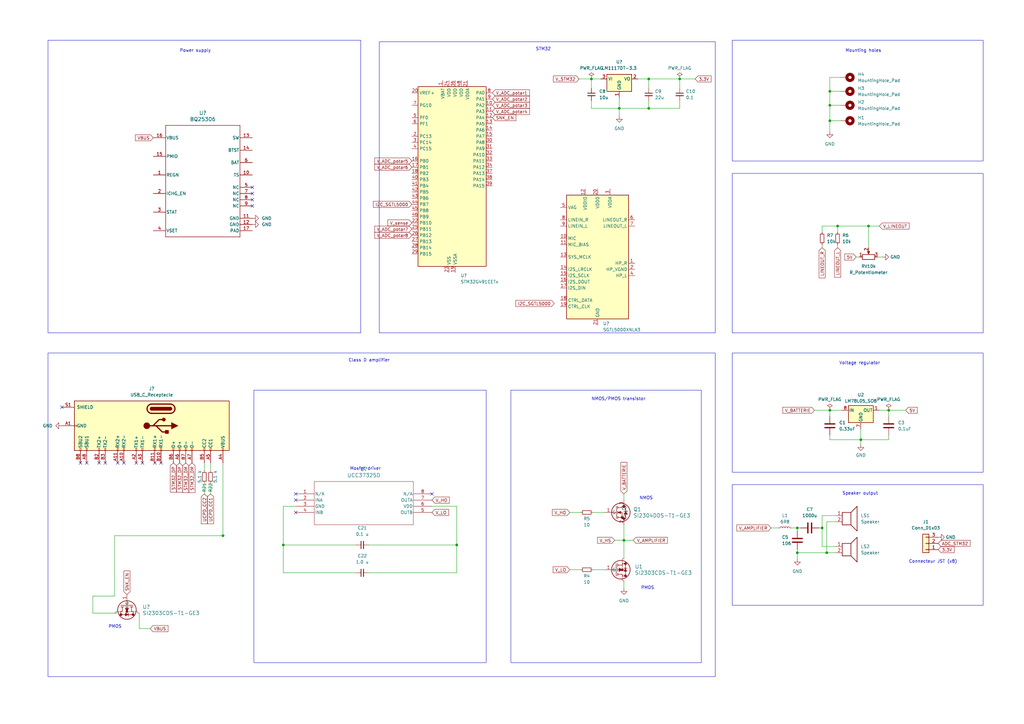
<source format=kicad_sch>
(kicad_sch (version 20230121) (generator eeschema)

  (uuid 66441ee1-468f-4b1d-85c6-aabbd1c311ea)

  (paper "A3")

  (lib_symbols
    (symbol "Audio:SGTL5000XNLA3" (in_bom yes) (on_board yes)
      (property "Reference" "U" (at 0 0 0)
        (effects (font (size 1.27 1.27)))
      )
      (property "Value" "SGTL5000XNLA3" (at -5.08 -27.94 0)
        (effects (font (size 1.27 1.27)))
      )
      (property "Footprint" "Package_DFN_QFN:QFN-20-1EP_3x3mm_P0.4mm_EP1.65x1.65mm" (at 0 0 0)
        (effects (font (size 1.27 1.27)) hide)
      )
      (property "Datasheet" "https://www.nxp.com/docs/en/data-sheet/SGTL5000.pdf" (at 0 0 0)
        (effects (font (size 1.27 1.27)) hide)
      )
      (property "ki_keywords" "Codec" (at 0 0 0)
        (effects (font (size 1.27 1.27)) hide)
      )
      (property "ki_description" "Low Power Stereo Codec with Headphone Amp, QFN-20" (at 0 0 0)
        (effects (font (size 1.27 1.27)) hide)
      )
      (property "ki_fp_filters" "QFN*1EP*3x3mm*P0.4mm*" (at 0 0 0)
        (effects (font (size 1.27 1.27)) hide)
      )
      (symbol "SGTL5000XNLA3_0_1"
        (rectangle (start -12.7 25.4) (end 12.7 -25.4)
          (stroke (width 0.254) (type default))
          (fill (type background))
        )
      )
      (symbol "SGTL5000XNLA3_1_1"
        (pin output line (at 15.24 -2.54 180) (length 2.54)
          (name "HP_R" (effects (font (size 1.27 1.27))))
          (number "1" (effects (font (size 1.27 1.27))))
        )
        (pin input line (at -15.24 7.62 0) (length 2.54)
          (name "MIC" (effects (font (size 1.27 1.27))))
          (number "10" (effects (font (size 1.27 1.27))))
        )
        (pin input line (at -15.24 5.08 0) (length 2.54)
          (name "MIC_BIAS" (effects (font (size 1.27 1.27))))
          (number "11" (effects (font (size 1.27 1.27))))
        )
        (pin power_in line (at -5.08 27.94 270) (length 2.54)
          (name "VDDIO" (effects (font (size 1.27 1.27))))
          (number "12" (effects (font (size 1.27 1.27))))
        )
        (pin input line (at -15.24 0 0) (length 2.54)
          (name "SYS_MCLK" (effects (font (size 1.27 1.27))))
          (number "13" (effects (font (size 1.27 1.27))))
        )
        (pin input line (at -15.24 -5.08 0) (length 2.54)
          (name "I2S_LRCLK" (effects (font (size 1.27 1.27))))
          (number "14" (effects (font (size 1.27 1.27))))
        )
        (pin input line (at -15.24 -7.62 0) (length 2.54)
          (name "I2S_SCLK" (effects (font (size 1.27 1.27))))
          (number "15" (effects (font (size 1.27 1.27))))
        )
        (pin output line (at -15.24 -10.16 0) (length 2.54)
          (name "I2S_DOUT" (effects (font (size 1.27 1.27))))
          (number "16" (effects (font (size 1.27 1.27))))
        )
        (pin input line (at -15.24 -12.7 0) (length 2.54)
          (name "I2S_DIN" (effects (font (size 1.27 1.27))))
          (number "17" (effects (font (size 1.27 1.27))))
        )
        (pin input line (at -15.24 -17.78 0) (length 2.54)
          (name "CTRL_DATA" (effects (font (size 1.27 1.27))))
          (number "18" (effects (font (size 1.27 1.27))))
        )
        (pin input line (at -15.24 -20.32 0) (length 2.54)
          (name "CTRL_CLK" (effects (font (size 1.27 1.27))))
          (number "19" (effects (font (size 1.27 1.27))))
        )
        (pin power_out line (at 15.24 -5.08 180) (length 2.54)
          (name "HP_VGND" (effects (font (size 1.27 1.27))))
          (number "2" (effects (font (size 1.27 1.27))))
        )
        (pin power_in line (at 0 27.94 270) (length 2.54)
          (name "VDDD" (effects (font (size 1.27 1.27))))
          (number "20" (effects (font (size 1.27 1.27))))
        )
        (pin power_in line (at 0 -27.94 90) (length 2.54)
          (name "GND" (effects (font (size 1.27 1.27))))
          (number "21" (effects (font (size 1.27 1.27))))
        )
        (pin power_in line (at 5.08 27.94 270) (length 2.54)
          (name "VDDA" (effects (font (size 1.27 1.27))))
          (number "3" (effects (font (size 1.27 1.27))))
        )
        (pin output line (at 15.24 -7.62 180) (length 2.54)
          (name "HP_L" (effects (font (size 1.27 1.27))))
          (number "4" (effects (font (size 1.27 1.27))))
        )
        (pin passive line (at -15.24 20.32 0) (length 2.54)
          (name "VAG" (effects (font (size 1.27 1.27))))
          (number "5" (effects (font (size 1.27 1.27))))
        )
        (pin output line (at 15.24 15.24 180) (length 2.54)
          (name "LINEOUT_R" (effects (font (size 1.27 1.27))))
          (number "6" (effects (font (size 1.27 1.27))))
        )
        (pin output line (at 15.24 12.7 180) (length 2.54)
          (name "LINEOUT_L" (effects (font (size 1.27 1.27))))
          (number "7" (effects (font (size 1.27 1.27))))
        )
        (pin input line (at -15.24 15.24 0) (length 2.54)
          (name "LINEIN_R" (effects (font (size 1.27 1.27))))
          (number "8" (effects (font (size 1.27 1.27))))
        )
        (pin input line (at -15.24 12.7 0) (length 2.54)
          (name "LINEIN_L" (effects (font (size 1.27 1.27))))
          (number "9" (effects (font (size 1.27 1.27))))
        )
      )
    )
    (symbol "BQ25306:BQ25302RTER" (pin_names (offset 0.254)) (in_bom yes) (on_board yes)
      (property "Reference" "U" (at 0 2.54 0)
        (effects (font (size 1.524 1.524)))
      )
      (property "Value" "BQ25302RTER" (at 0 0 0)
        (effects (font (size 1.524 1.524)))
      )
      (property "Footprint" "RTE0016C" (at 0 0 0)
        (effects (font (size 1.27 1.27) italic) hide)
      )
      (property "Datasheet" "BQ25302RTER" (at 0 0 0)
        (effects (font (size 1.27 1.27) italic) hide)
      )
      (property "ki_locked" "" (at 0 0 0)
        (effects (font (size 1.27 1.27)))
      )
      (property "ki_keywords" "BQ25302RTER" (at 0 0 0)
        (effects (font (size 1.27 1.27)) hide)
      )
      (property "ki_fp_filters" "RTE0016C RTE0016C_NV" (at 0 0 0)
        (effects (font (size 1.27 1.27)) hide)
      )
      (symbol "BQ25302RTER_0_1"
        (polyline
          (pts
            (xy -15.24 -22.86)
            (xy 15.24 -22.86)
          )
          (stroke (width 0.2032) (type default))
          (fill (type none))
        )
        (polyline
          (pts
            (xy -15.24 22.86)
            (xy -15.24 -22.86)
          )
          (stroke (width 0.2032) (type default))
          (fill (type none))
        )
        (polyline
          (pts
            (xy 15.24 -22.86)
            (xy 15.24 22.86)
          )
          (stroke (width 0.2032) (type default))
          (fill (type none))
        )
        (polyline
          (pts
            (xy 15.24 22.86)
            (xy -15.24 22.86)
          )
          (stroke (width 0.2032) (type default))
          (fill (type none))
        )
        (pin power_in line (at -20.32 2.54 0) (length 5.08)
          (name "REGN" (effects (font (size 1.27 1.27))))
          (number "1" (effects (font (size 1.27 1.27))))
        )
        (pin input line (at 20.32 2.54 180) (length 5.08)
          (name "TS" (effects (font (size 1.27 1.27))))
          (number "10" (effects (font (size 1.27 1.27))))
        )
        (pin power_in line (at 20.32 -15.24 180) (length 5.08)
          (name "GND" (effects (font (size 1.27 1.27))))
          (number "11" (effects (font (size 1.27 1.27))))
        )
        (pin power_in line (at 20.32 -17.78 180) (length 5.08)
          (name "GND" (effects (font (size 1.27 1.27))))
          (number "12" (effects (font (size 1.27 1.27))))
        )
        (pin power_in line (at 20.32 17.78 180) (length 5.08)
          (name "SW" (effects (font (size 1.27 1.27))))
          (number "13" (effects (font (size 1.27 1.27))))
        )
        (pin power_in line (at 20.32 12.7 180) (length 5.08)
          (name "BTST" (effects (font (size 1.27 1.27))))
          (number "14" (effects (font (size 1.27 1.27))))
        )
        (pin output line (at -20.32 10.16 0) (length 5.08)
          (name "PMID" (effects (font (size 1.27 1.27))))
          (number "15" (effects (font (size 1.27 1.27))))
        )
        (pin power_in line (at -20.32 17.78 0) (length 5.08)
          (name "VBUS" (effects (font (size 1.27 1.27))))
          (number "16" (effects (font (size 1.27 1.27))))
        )
        (pin power_in line (at 20.32 -20.32 180) (length 5.08)
          (name "PAD" (effects (font (size 1.27 1.27))))
          (number "17" (effects (font (size 1.27 1.27))))
        )
        (pin bidirectional line (at -20.32 -5.08 0) (length 5.08)
          (name "ICHG_EN" (effects (font (size 1.27 1.27))))
          (number "2" (effects (font (size 1.27 1.27))))
        )
        (pin open_collector line (at -20.32 -12.7 0) (length 5.08)
          (name "STAT" (effects (font (size 1.27 1.27))))
          (number "3" (effects (font (size 1.27 1.27))))
        )
        (pin input line (at -20.32 -20.32 0) (length 5.08)
          (name "VSET" (effects (font (size 1.27 1.27))))
          (number "4" (effects (font (size 1.27 1.27))))
        )
        (pin unspecified line (at 20.32 -2.54 180) (length 5.08)
          (name "NC" (effects (font (size 1.27 1.27))))
          (number "5" (effects (font (size 1.27 1.27))))
        )
        (pin power_in line (at 20.32 7.62 180) (length 5.08)
          (name "BAT" (effects (font (size 1.27 1.27))))
          (number "6" (effects (font (size 1.27 1.27))))
        )
        (pin unspecified line (at 20.32 -5.08 180) (length 5.08)
          (name "NC" (effects (font (size 1.27 1.27))))
          (number "7" (effects (font (size 1.27 1.27))))
        )
        (pin unspecified line (at 20.32 -7.62 180) (length 5.08)
          (name "NC" (effects (font (size 1.27 1.27))))
          (number "8" (effects (font (size 1.27 1.27))))
        )
        (pin unspecified line (at 20.32 -10.16 180) (length 5.08)
          (name "NC" (effects (font (size 1.27 1.27))))
          (number "9" (effects (font (size 1.27 1.27))))
        )
      )
    )
    (symbol "Connector:USB_C_Receptacle" (pin_names (offset 1.016)) (in_bom yes) (on_board yes)
      (property "Reference" "J" (at -10.16 29.21 0)
        (effects (font (size 1.27 1.27)) (justify left))
      )
      (property "Value" "USB_C_Receptacle" (at 10.16 29.21 0)
        (effects (font (size 1.27 1.27)) (justify right))
      )
      (property "Footprint" "" (at 3.81 0 0)
        (effects (font (size 1.27 1.27)) hide)
      )
      (property "Datasheet" "https://www.usb.org/sites/default/files/documents/usb_type-c.zip" (at 3.81 0 0)
        (effects (font (size 1.27 1.27)) hide)
      )
      (property "ki_keywords" "usb universal serial bus type-C full-featured" (at 0 0 0)
        (effects (font (size 1.27 1.27)) hide)
      )
      (property "ki_description" "USB Full-Featured Type-C Receptacle connector" (at 0 0 0)
        (effects (font (size 1.27 1.27)) hide)
      )
      (property "ki_fp_filters" "USB*C*Receptacle*" (at 0 0 0)
        (effects (font (size 1.27 1.27)) hide)
      )
      (symbol "USB_C_Receptacle_0_0"
        (rectangle (start -0.254 -35.56) (end 0.254 -34.544)
          (stroke (width 0) (type default))
          (fill (type none))
        )
        (rectangle (start 10.16 -32.766) (end 9.144 -33.274)
          (stroke (width 0) (type default))
          (fill (type none))
        )
        (rectangle (start 10.16 -30.226) (end 9.144 -30.734)
          (stroke (width 0) (type default))
          (fill (type none))
        )
        (rectangle (start 10.16 -25.146) (end 9.144 -25.654)
          (stroke (width 0) (type default))
          (fill (type none))
        )
        (rectangle (start 10.16 -22.606) (end 9.144 -23.114)
          (stroke (width 0) (type default))
          (fill (type none))
        )
        (rectangle (start 10.16 -17.526) (end 9.144 -18.034)
          (stroke (width 0) (type default))
          (fill (type none))
        )
        (rectangle (start 10.16 -14.986) (end 9.144 -15.494)
          (stroke (width 0) (type default))
          (fill (type none))
        )
        (rectangle (start 10.16 -9.906) (end 9.144 -10.414)
          (stroke (width 0) (type default))
          (fill (type none))
        )
        (rectangle (start 10.16 -7.366) (end 9.144 -7.874)
          (stroke (width 0) (type default))
          (fill (type none))
        )
        (rectangle (start 10.16 -2.286) (end 9.144 -2.794)
          (stroke (width 0) (type default))
          (fill (type none))
        )
        (rectangle (start 10.16 0.254) (end 9.144 -0.254)
          (stroke (width 0) (type default))
          (fill (type none))
        )
        (rectangle (start 10.16 5.334) (end 9.144 4.826)
          (stroke (width 0) (type default))
          (fill (type none))
        )
        (rectangle (start 10.16 7.874) (end 9.144 7.366)
          (stroke (width 0) (type default))
          (fill (type none))
        )
        (rectangle (start 10.16 10.414) (end 9.144 9.906)
          (stroke (width 0) (type default))
          (fill (type none))
        )
        (rectangle (start 10.16 12.954) (end 9.144 12.446)
          (stroke (width 0) (type default))
          (fill (type none))
        )
        (rectangle (start 10.16 18.034) (end 9.144 17.526)
          (stroke (width 0) (type default))
          (fill (type none))
        )
        (rectangle (start 10.16 20.574) (end 9.144 20.066)
          (stroke (width 0) (type default))
          (fill (type none))
        )
        (rectangle (start 10.16 25.654) (end 9.144 25.146)
          (stroke (width 0) (type default))
          (fill (type none))
        )
      )
      (symbol "USB_C_Receptacle_0_1"
        (rectangle (start -10.16 27.94) (end 10.16 -35.56)
          (stroke (width 0.254) (type default))
          (fill (type background))
        )
        (arc (start -8.89 -3.81) (mid -6.985 -5.7067) (end -5.08 -3.81)
          (stroke (width 0.508) (type default))
          (fill (type none))
        )
        (arc (start -7.62 -3.81) (mid -6.985 -4.4423) (end -6.35 -3.81)
          (stroke (width 0.254) (type default))
          (fill (type none))
        )
        (arc (start -7.62 -3.81) (mid -6.985 -4.4423) (end -6.35 -3.81)
          (stroke (width 0.254) (type default))
          (fill (type outline))
        )
        (rectangle (start -7.62 -3.81) (end -6.35 3.81)
          (stroke (width 0.254) (type default))
          (fill (type outline))
        )
        (arc (start -6.35 3.81) (mid -6.985 4.4423) (end -7.62 3.81)
          (stroke (width 0.254) (type default))
          (fill (type none))
        )
        (arc (start -6.35 3.81) (mid -6.985 4.4423) (end -7.62 3.81)
          (stroke (width 0.254) (type default))
          (fill (type outline))
        )
        (arc (start -5.08 3.81) (mid -6.985 5.7067) (end -8.89 3.81)
          (stroke (width 0.508) (type default))
          (fill (type none))
        )
        (polyline
          (pts
            (xy -8.89 -3.81)
            (xy -8.89 3.81)
          )
          (stroke (width 0.508) (type default))
          (fill (type none))
        )
        (polyline
          (pts
            (xy -5.08 3.81)
            (xy -5.08 -3.81)
          )
          (stroke (width 0.508) (type default))
          (fill (type none))
        )
      )
      (symbol "USB_C_Receptacle_1_1"
        (circle (center -2.54 1.143) (radius 0.635)
          (stroke (width 0.254) (type default))
          (fill (type outline))
        )
        (circle (center 0 -5.842) (radius 1.27)
          (stroke (width 0) (type default))
          (fill (type outline))
        )
        (polyline
          (pts
            (xy 0 -5.842)
            (xy 0 4.318)
          )
          (stroke (width 0.508) (type default))
          (fill (type none))
        )
        (polyline
          (pts
            (xy 0 -3.302)
            (xy -2.54 -0.762)
            (xy -2.54 0.508)
          )
          (stroke (width 0.508) (type default))
          (fill (type none))
        )
        (polyline
          (pts
            (xy 0 -2.032)
            (xy 2.54 0.508)
            (xy 2.54 1.778)
          )
          (stroke (width 0.508) (type default))
          (fill (type none))
        )
        (polyline
          (pts
            (xy -1.27 4.318)
            (xy 0 6.858)
            (xy 1.27 4.318)
            (xy -1.27 4.318)
          )
          (stroke (width 0.254) (type default))
          (fill (type outline))
        )
        (rectangle (start 1.905 1.778) (end 3.175 3.048)
          (stroke (width 0.254) (type default))
          (fill (type outline))
        )
        (pin passive line (at 0 -40.64 90) (length 5.08)
          (name "GND" (effects (font (size 1.27 1.27))))
          (number "A1" (effects (font (size 1.27 1.27))))
        )
        (pin bidirectional line (at 15.24 -15.24 180) (length 5.08)
          (name "RX2-" (effects (font (size 1.27 1.27))))
          (number "A10" (effects (font (size 1.27 1.27))))
        )
        (pin bidirectional line (at 15.24 -17.78 180) (length 5.08)
          (name "RX2+" (effects (font (size 1.27 1.27))))
          (number "A11" (effects (font (size 1.27 1.27))))
        )
        (pin passive line (at 0 -40.64 90) (length 5.08) hide
          (name "GND" (effects (font (size 1.27 1.27))))
          (number "A12" (effects (font (size 1.27 1.27))))
        )
        (pin bidirectional line (at 15.24 -10.16 180) (length 5.08)
          (name "TX1+" (effects (font (size 1.27 1.27))))
          (number "A2" (effects (font (size 1.27 1.27))))
        )
        (pin bidirectional line (at 15.24 -7.62 180) (length 5.08)
          (name "TX1-" (effects (font (size 1.27 1.27))))
          (number "A3" (effects (font (size 1.27 1.27))))
        )
        (pin passive line (at 15.24 25.4 180) (length 5.08)
          (name "VBUS" (effects (font (size 1.27 1.27))))
          (number "A4" (effects (font (size 1.27 1.27))))
        )
        (pin bidirectional line (at 15.24 20.32 180) (length 5.08)
          (name "CC1" (effects (font (size 1.27 1.27))))
          (number "A5" (effects (font (size 1.27 1.27))))
        )
        (pin bidirectional line (at 15.24 7.62 180) (length 5.08)
          (name "D+" (effects (font (size 1.27 1.27))))
          (number "A6" (effects (font (size 1.27 1.27))))
        )
        (pin bidirectional line (at 15.24 12.7 180) (length 5.08)
          (name "D-" (effects (font (size 1.27 1.27))))
          (number "A7" (effects (font (size 1.27 1.27))))
        )
        (pin bidirectional line (at 15.24 -30.48 180) (length 5.08)
          (name "SBU1" (effects (font (size 1.27 1.27))))
          (number "A8" (effects (font (size 1.27 1.27))))
        )
        (pin passive line (at 15.24 25.4 180) (length 5.08) hide
          (name "VBUS" (effects (font (size 1.27 1.27))))
          (number "A9" (effects (font (size 1.27 1.27))))
        )
        (pin passive line (at 0 -40.64 90) (length 5.08) hide
          (name "GND" (effects (font (size 1.27 1.27))))
          (number "B1" (effects (font (size 1.27 1.27))))
        )
        (pin bidirectional line (at 15.24 0 180) (length 5.08)
          (name "RX1-" (effects (font (size 1.27 1.27))))
          (number "B10" (effects (font (size 1.27 1.27))))
        )
        (pin bidirectional line (at 15.24 -2.54 180) (length 5.08)
          (name "RX1+" (effects (font (size 1.27 1.27))))
          (number "B11" (effects (font (size 1.27 1.27))))
        )
        (pin passive line (at 0 -40.64 90) (length 5.08) hide
          (name "GND" (effects (font (size 1.27 1.27))))
          (number "B12" (effects (font (size 1.27 1.27))))
        )
        (pin bidirectional line (at 15.24 -25.4 180) (length 5.08)
          (name "TX2+" (effects (font (size 1.27 1.27))))
          (number "B2" (effects (font (size 1.27 1.27))))
        )
        (pin bidirectional line (at 15.24 -22.86 180) (length 5.08)
          (name "TX2-" (effects (font (size 1.27 1.27))))
          (number "B3" (effects (font (size 1.27 1.27))))
        )
        (pin passive line (at 15.24 25.4 180) (length 5.08) hide
          (name "VBUS" (effects (font (size 1.27 1.27))))
          (number "B4" (effects (font (size 1.27 1.27))))
        )
        (pin bidirectional line (at 15.24 17.78 180) (length 5.08)
          (name "CC2" (effects (font (size 1.27 1.27))))
          (number "B5" (effects (font (size 1.27 1.27))))
        )
        (pin bidirectional line (at 15.24 5.08 180) (length 5.08)
          (name "D+" (effects (font (size 1.27 1.27))))
          (number "B6" (effects (font (size 1.27 1.27))))
        )
        (pin bidirectional line (at 15.24 10.16 180) (length 5.08)
          (name "D-" (effects (font (size 1.27 1.27))))
          (number "B7" (effects (font (size 1.27 1.27))))
        )
        (pin bidirectional line (at 15.24 -33.02 180) (length 5.08)
          (name "SBU2" (effects (font (size 1.27 1.27))))
          (number "B8" (effects (font (size 1.27 1.27))))
        )
        (pin passive line (at 15.24 25.4 180) (length 5.08) hide
          (name "VBUS" (effects (font (size 1.27 1.27))))
          (number "B9" (effects (font (size 1.27 1.27))))
        )
        (pin passive line (at -7.62 -40.64 90) (length 5.08)
          (name "SHIELD" (effects (font (size 1.27 1.27))))
          (number "S1" (effects (font (size 1.27 1.27))))
        )
      )
    )
    (symbol "Connector_Generic:Conn_01x03" (pin_names (offset 1.016) hide) (in_bom yes) (on_board yes)
      (property "Reference" "J" (at 0 5.08 0)
        (effects (font (size 1.27 1.27)))
      )
      (property "Value" "Conn_01x03" (at 0 -5.08 0)
        (effects (font (size 1.27 1.27)))
      )
      (property "Footprint" "" (at 0 0 0)
        (effects (font (size 1.27 1.27)) hide)
      )
      (property "Datasheet" "~" (at 0 0 0)
        (effects (font (size 1.27 1.27)) hide)
      )
      (property "ki_keywords" "connector" (at 0 0 0)
        (effects (font (size 1.27 1.27)) hide)
      )
      (property "ki_description" "Generic connector, single row, 01x03, script generated (kicad-library-utils/schlib/autogen/connector/)" (at 0 0 0)
        (effects (font (size 1.27 1.27)) hide)
      )
      (property "ki_fp_filters" "Connector*:*_1x??_*" (at 0 0 0)
        (effects (font (size 1.27 1.27)) hide)
      )
      (symbol "Conn_01x03_1_1"
        (rectangle (start -1.27 -2.413) (end 0 -2.667)
          (stroke (width 0.1524) (type default))
          (fill (type none))
        )
        (rectangle (start -1.27 0.127) (end 0 -0.127)
          (stroke (width 0.1524) (type default))
          (fill (type none))
        )
        (rectangle (start -1.27 2.667) (end 0 2.413)
          (stroke (width 0.1524) (type default))
          (fill (type none))
        )
        (rectangle (start -1.27 3.81) (end 1.27 -3.81)
          (stroke (width 0.254) (type default))
          (fill (type background))
        )
        (pin passive line (at -5.08 2.54 0) (length 3.81)
          (name "Pin_1" (effects (font (size 1.27 1.27))))
          (number "1" (effects (font (size 1.27 1.27))))
        )
        (pin passive line (at -5.08 0 0) (length 3.81)
          (name "Pin_2" (effects (font (size 1.27 1.27))))
          (number "2" (effects (font (size 1.27 1.27))))
        )
        (pin passive line (at -5.08 -2.54 0) (length 3.81)
          (name "Pin_3" (effects (font (size 1.27 1.27))))
          (number "3" (effects (font (size 1.27 1.27))))
        )
      )
    )
    (symbol "Device:C" (pin_numbers hide) (pin_names (offset 0.254)) (in_bom yes) (on_board yes)
      (property "Reference" "C" (at 0.635 2.54 0)
        (effects (font (size 1.27 1.27)) (justify left))
      )
      (property "Value" "C" (at 0.635 -2.54 0)
        (effects (font (size 1.27 1.27)) (justify left))
      )
      (property "Footprint" "" (at 0.9652 -3.81 0)
        (effects (font (size 1.27 1.27)) hide)
      )
      (property "Datasheet" "~" (at 0 0 0)
        (effects (font (size 1.27 1.27)) hide)
      )
      (property "ki_keywords" "cap capacitor" (at 0 0 0)
        (effects (font (size 1.27 1.27)) hide)
      )
      (property "ki_description" "Unpolarized capacitor" (at 0 0 0)
        (effects (font (size 1.27 1.27)) hide)
      )
      (property "ki_fp_filters" "C_*" (at 0 0 0)
        (effects (font (size 1.27 1.27)) hide)
      )
      (symbol "C_0_1"
        (polyline
          (pts
            (xy -2.032 -0.762)
            (xy 2.032 -0.762)
          )
          (stroke (width 0.508) (type default))
          (fill (type none))
        )
        (polyline
          (pts
            (xy -2.032 0.762)
            (xy 2.032 0.762)
          )
          (stroke (width 0.508) (type default))
          (fill (type none))
        )
      )
      (symbol "C_1_1"
        (pin passive line (at 0 3.81 270) (length 2.794)
          (name "~" (effects (font (size 1.27 1.27))))
          (number "1" (effects (font (size 1.27 1.27))))
        )
        (pin passive line (at 0 -3.81 90) (length 2.794)
          (name "~" (effects (font (size 1.27 1.27))))
          (number "2" (effects (font (size 1.27 1.27))))
        )
      )
    )
    (symbol "Device:C_Small" (pin_numbers hide) (pin_names (offset 0.254) hide) (in_bom yes) (on_board yes)
      (property "Reference" "C" (at 0.254 1.778 0)
        (effects (font (size 1.27 1.27)) (justify left))
      )
      (property "Value" "C_Small" (at 0.254 -2.032 0)
        (effects (font (size 1.27 1.27)) (justify left))
      )
      (property "Footprint" "" (at 0 0 0)
        (effects (font (size 1.27 1.27)) hide)
      )
      (property "Datasheet" "~" (at 0 0 0)
        (effects (font (size 1.27 1.27)) hide)
      )
      (property "ki_keywords" "capacitor cap" (at 0 0 0)
        (effects (font (size 1.27 1.27)) hide)
      )
      (property "ki_description" "Unpolarized capacitor, small symbol" (at 0 0 0)
        (effects (font (size 1.27 1.27)) hide)
      )
      (property "ki_fp_filters" "C_*" (at 0 0 0)
        (effects (font (size 1.27 1.27)) hide)
      )
      (symbol "C_Small_0_1"
        (polyline
          (pts
            (xy -1.524 -0.508)
            (xy 1.524 -0.508)
          )
          (stroke (width 0.3302) (type default))
          (fill (type none))
        )
        (polyline
          (pts
            (xy -1.524 0.508)
            (xy 1.524 0.508)
          )
          (stroke (width 0.3048) (type default))
          (fill (type none))
        )
      )
      (symbol "C_Small_1_1"
        (pin passive line (at 0 2.54 270) (length 2.032)
          (name "~" (effects (font (size 1.27 1.27))))
          (number "1" (effects (font (size 1.27 1.27))))
        )
        (pin passive line (at 0 -2.54 90) (length 2.032)
          (name "~" (effects (font (size 1.27 1.27))))
          (number "2" (effects (font (size 1.27 1.27))))
        )
      )
    )
    (symbol "Device:L_Small" (pin_numbers hide) (pin_names (offset 0.254) hide) (in_bom yes) (on_board yes)
      (property "Reference" "L" (at 0.762 1.016 0)
        (effects (font (size 1.27 1.27)) (justify left))
      )
      (property "Value" "L_Small" (at 0.762 -1.016 0)
        (effects (font (size 1.27 1.27)) (justify left))
      )
      (property "Footprint" "" (at 0 0 0)
        (effects (font (size 1.27 1.27)) hide)
      )
      (property "Datasheet" "~" (at 0 0 0)
        (effects (font (size 1.27 1.27)) hide)
      )
      (property "ki_keywords" "inductor choke coil reactor magnetic" (at 0 0 0)
        (effects (font (size 1.27 1.27)) hide)
      )
      (property "ki_description" "Inductor, small symbol" (at 0 0 0)
        (effects (font (size 1.27 1.27)) hide)
      )
      (property "ki_fp_filters" "Choke_* *Coil* Inductor_* L_*" (at 0 0 0)
        (effects (font (size 1.27 1.27)) hide)
      )
      (symbol "L_Small_0_1"
        (arc (start 0 -2.032) (mid 0.5058 -1.524) (end 0 -1.016)
          (stroke (width 0) (type default))
          (fill (type none))
        )
        (arc (start 0 -1.016) (mid 0.5058 -0.508) (end 0 0)
          (stroke (width 0) (type default))
          (fill (type none))
        )
        (arc (start 0 0) (mid 0.5058 0.508) (end 0 1.016)
          (stroke (width 0) (type default))
          (fill (type none))
        )
        (arc (start 0 1.016) (mid 0.5058 1.524) (end 0 2.032)
          (stroke (width 0) (type default))
          (fill (type none))
        )
      )
      (symbol "L_Small_1_1"
        (pin passive line (at 0 2.54 270) (length 0.508)
          (name "~" (effects (font (size 1.27 1.27))))
          (number "1" (effects (font (size 1.27 1.27))))
        )
        (pin passive line (at 0 -2.54 90) (length 0.508)
          (name "~" (effects (font (size 1.27 1.27))))
          (number "2" (effects (font (size 1.27 1.27))))
        )
      )
    )
    (symbol "Device:R_Potentiometer" (pin_names (offset 1.016) hide) (in_bom yes) (on_board yes)
      (property "Reference" "RV" (at -4.445 0 90)
        (effects (font (size 1.27 1.27)))
      )
      (property "Value" "R_Potentiometer" (at -2.54 0 90)
        (effects (font (size 1.27 1.27)))
      )
      (property "Footprint" "" (at 0 0 0)
        (effects (font (size 1.27 1.27)) hide)
      )
      (property "Datasheet" "~" (at 0 0 0)
        (effects (font (size 1.27 1.27)) hide)
      )
      (property "ki_keywords" "resistor variable" (at 0 0 0)
        (effects (font (size 1.27 1.27)) hide)
      )
      (property "ki_description" "Potentiometer" (at 0 0 0)
        (effects (font (size 1.27 1.27)) hide)
      )
      (property "ki_fp_filters" "Potentiometer*" (at 0 0 0)
        (effects (font (size 1.27 1.27)) hide)
      )
      (symbol "R_Potentiometer_0_1"
        (polyline
          (pts
            (xy 2.54 0)
            (xy 1.524 0)
          )
          (stroke (width 0) (type default))
          (fill (type none))
        )
        (polyline
          (pts
            (xy 1.143 0)
            (xy 2.286 0.508)
            (xy 2.286 -0.508)
            (xy 1.143 0)
          )
          (stroke (width 0) (type default))
          (fill (type outline))
        )
        (rectangle (start 1.016 2.54) (end -1.016 -2.54)
          (stroke (width 0.254) (type default))
          (fill (type none))
        )
      )
      (symbol "R_Potentiometer_1_1"
        (pin passive line (at 0 3.81 270) (length 1.27)
          (name "1" (effects (font (size 1.27 1.27))))
          (number "1" (effects (font (size 1.27 1.27))))
        )
        (pin passive line (at 3.81 0 180) (length 1.27)
          (name "2" (effects (font (size 1.27 1.27))))
          (number "2" (effects (font (size 1.27 1.27))))
        )
        (pin passive line (at 0 -3.81 90) (length 1.27)
          (name "3" (effects (font (size 1.27 1.27))))
          (number "3" (effects (font (size 1.27 1.27))))
        )
      )
    )
    (symbol "Device:R_Small" (pin_numbers hide) (pin_names (offset 0.254) hide) (in_bom yes) (on_board yes)
      (property "Reference" "R" (at 0.762 0.508 0)
        (effects (font (size 1.27 1.27)) (justify left))
      )
      (property "Value" "R_Small" (at 0.762 -1.016 0)
        (effects (font (size 1.27 1.27)) (justify left))
      )
      (property "Footprint" "" (at 0 0 0)
        (effects (font (size 1.27 1.27)) hide)
      )
      (property "Datasheet" "~" (at 0 0 0)
        (effects (font (size 1.27 1.27)) hide)
      )
      (property "ki_keywords" "R resistor" (at 0 0 0)
        (effects (font (size 1.27 1.27)) hide)
      )
      (property "ki_description" "Resistor, small symbol" (at 0 0 0)
        (effects (font (size 1.27 1.27)) hide)
      )
      (property "ki_fp_filters" "R_*" (at 0 0 0)
        (effects (font (size 1.27 1.27)) hide)
      )
      (symbol "R_Small_0_1"
        (rectangle (start -0.762 1.778) (end 0.762 -1.778)
          (stroke (width 0.2032) (type default))
          (fill (type none))
        )
      )
      (symbol "R_Small_1_1"
        (pin passive line (at 0 2.54 270) (length 0.762)
          (name "~" (effects (font (size 1.27 1.27))))
          (number "1" (effects (font (size 1.27 1.27))))
        )
        (pin passive line (at 0 -2.54 90) (length 0.762)
          (name "~" (effects (font (size 1.27 1.27))))
          (number "2" (effects (font (size 1.27 1.27))))
        )
      )
    )
    (symbol "Device:Speaker" (pin_names (offset 0) hide) (in_bom yes) (on_board yes)
      (property "Reference" "LS" (at 1.27 5.715 0)
        (effects (font (size 1.27 1.27)) (justify right))
      )
      (property "Value" "Speaker" (at 1.27 3.81 0)
        (effects (font (size 1.27 1.27)) (justify right))
      )
      (property "Footprint" "" (at 0 -5.08 0)
        (effects (font (size 1.27 1.27)) hide)
      )
      (property "Datasheet" "~" (at -0.254 -1.27 0)
        (effects (font (size 1.27 1.27)) hide)
      )
      (property "ki_keywords" "speaker sound" (at 0 0 0)
        (effects (font (size 1.27 1.27)) hide)
      )
      (property "ki_description" "Speaker" (at 0 0 0)
        (effects (font (size 1.27 1.27)) hide)
      )
      (symbol "Speaker_0_0"
        (rectangle (start -2.54 1.27) (end 1.016 -3.81)
          (stroke (width 0.254) (type default))
          (fill (type none))
        )
        (polyline
          (pts
            (xy 1.016 1.27)
            (xy 3.556 3.81)
            (xy 3.556 -6.35)
            (xy 1.016 -3.81)
          )
          (stroke (width 0.254) (type default))
          (fill (type none))
        )
      )
      (symbol "Speaker_1_1"
        (pin input line (at -5.08 0 0) (length 2.54)
          (name "1" (effects (font (size 1.27 1.27))))
          (number "1" (effects (font (size 1.27 1.27))))
        )
        (pin input line (at -5.08 -2.54 0) (length 2.54)
          (name "2" (effects (font (size 1.27 1.27))))
          (number "2" (effects (font (size 1.27 1.27))))
        )
      )
    )
    (symbol "MCU_ST_STM32G4:STM32G491CETx" (in_bom yes) (on_board yes)
      (property "Reference" "U" (at -12.7 39.37 0)
        (effects (font (size 1.27 1.27)) (justify left))
      )
      (property "Value" "STM32G491CETx" (at 10.16 39.37 0)
        (effects (font (size 1.27 1.27)) (justify left))
      )
      (property "Footprint" "Package_QFP:LQFP-48_7x7mm_P0.5mm" (at -12.7 -35.56 0)
        (effects (font (size 1.27 1.27)) (justify right) hide)
      )
      (property "Datasheet" "https://www.st.com/resource/en/datasheet/stm32g491ce.pdf" (at 0 0 0)
        (effects (font (size 1.27 1.27)) hide)
      )
      (property "ki_locked" "" (at 0 0 0)
        (effects (font (size 1.27 1.27)))
      )
      (property "ki_keywords" "Arm Cortex-M4 STM32G4 STM32G4x1" (at 0 0 0)
        (effects (font (size 1.27 1.27)) hide)
      )
      (property "ki_description" "STMicroelectronics Arm Cortex-M4 MCU, 512KB flash, 112KB RAM, 170 MHz, 1.71-3.6V, 38 GPIO, LQFP48" (at 0 0 0)
        (effects (font (size 1.27 1.27)) hide)
      )
      (property "ki_fp_filters" "LQFP*7x7mm*P0.5mm*" (at 0 0 0)
        (effects (font (size 1.27 1.27)) hide)
      )
      (symbol "STM32G491CETx_0_1"
        (rectangle (start -12.7 -35.56) (end 15.24 38.1)
          (stroke (width 0.254) (type default))
          (fill (type background))
        )
      )
      (symbol "STM32G491CETx_1_1"
        (pin power_in line (at -2.54 40.64 270) (length 2.54)
          (name "VBAT" (effects (font (size 1.27 1.27))))
          (number "1" (effects (font (size 1.27 1.27))))
        )
        (pin bidirectional line (at 17.78 30.48 180) (length 2.54)
          (name "PA2" (effects (font (size 1.27 1.27))))
          (number "10" (effects (font (size 1.27 1.27))))
          (alternate "ADC1_IN3" bidirectional line)
          (alternate "ADC3_EXTI2" bidirectional line)
          (alternate "COMP2_INM" bidirectional line)
          (alternate "COMP2_OUT" bidirectional line)
          (alternate "LPUART1_TX" bidirectional line)
          (alternate "OPAMP1_VOUT" bidirectional line)
          (alternate "QUADSPI1_BK1_NCS" bidirectional line)
          (alternate "RCC_LSCO" bidirectional line)
          (alternate "SYS_WKUP4" bidirectional line)
          (alternate "TIM15_CH1" bidirectional line)
          (alternate "TIM2_CH3" bidirectional line)
          (alternate "UCPD1_FRSTX1" bidirectional line)
          (alternate "UCPD1_FRSTX2" bidirectional line)
          (alternate "USART2_TX" bidirectional line)
        )
        (pin bidirectional line (at 17.78 27.94 180) (length 2.54)
          (name "PA3" (effects (font (size 1.27 1.27))))
          (number "11" (effects (font (size 1.27 1.27))))
          (alternate "ADC1_IN4" bidirectional line)
          (alternate "ADC3_EXTI3" bidirectional line)
          (alternate "COMP2_INP" bidirectional line)
          (alternate "LPUART1_RX" bidirectional line)
          (alternate "OPAMP1_VINM" bidirectional line)
          (alternate "OPAMP1_VINM0" bidirectional line)
          (alternate "OPAMP1_VINM_SEC" bidirectional line)
          (alternate "OPAMP1_VINP" bidirectional line)
          (alternate "OPAMP1_VINP_SEC" bidirectional line)
          (alternate "QUADSPI1_CLK" bidirectional line)
          (alternate "SAI1_CK1" bidirectional line)
          (alternate "SAI1_MCLK_A" bidirectional line)
          (alternate "TIM15_CH2" bidirectional line)
          (alternate "TIM2_CH4" bidirectional line)
          (alternate "USART2_RX" bidirectional line)
        )
        (pin bidirectional line (at 17.78 25.4 180) (length 2.54)
          (name "PA4" (effects (font (size 1.27 1.27))))
          (number "12" (effects (font (size 1.27 1.27))))
          (alternate "ADC2_IN17" bidirectional line)
          (alternate "COMP1_INM" bidirectional line)
          (alternate "DAC1_OUT1" bidirectional line)
          (alternate "I2S3_WS" bidirectional line)
          (alternate "SAI1_FS_B" bidirectional line)
          (alternate "SPI1_NSS" bidirectional line)
          (alternate "SPI3_NSS" bidirectional line)
          (alternate "TIM3_CH2" bidirectional line)
          (alternate "USART2_CK" bidirectional line)
        )
        (pin bidirectional line (at 17.78 22.86 180) (length 2.54)
          (name "PA5" (effects (font (size 1.27 1.27))))
          (number "13" (effects (font (size 1.27 1.27))))
          (alternate "ADC2_IN13" bidirectional line)
          (alternate "COMP2_INM" bidirectional line)
          (alternate "DAC1_OUT2" bidirectional line)
          (alternate "OPAMP2_VINM" bidirectional line)
          (alternate "OPAMP2_VINM0" bidirectional line)
          (alternate "OPAMP2_VINM_SEC" bidirectional line)
          (alternate "SPI1_SCK" bidirectional line)
          (alternate "TIM2_CH1" bidirectional line)
          (alternate "TIM2_ETR" bidirectional line)
          (alternate "UCPD1_FRSTX1" bidirectional line)
          (alternate "UCPD1_FRSTX2" bidirectional line)
        )
        (pin bidirectional line (at 17.78 20.32 180) (length 2.54)
          (name "PA6" (effects (font (size 1.27 1.27))))
          (number "14" (effects (font (size 1.27 1.27))))
          (alternate "ADC2_IN3" bidirectional line)
          (alternate "COMP1_OUT" bidirectional line)
          (alternate "LPUART1_CTS" bidirectional line)
          (alternate "OPAMP2_VOUT" bidirectional line)
          (alternate "QUADSPI1_BK1_IO3" bidirectional line)
          (alternate "SPI1_MISO" bidirectional line)
          (alternate "TIM16_CH1" bidirectional line)
          (alternate "TIM1_BKIN" bidirectional line)
          (alternate "TIM3_CH1" bidirectional line)
          (alternate "TIM8_BKIN" bidirectional line)
        )
        (pin bidirectional line (at 17.78 17.78 180) (length 2.54)
          (name "PA7" (effects (font (size 1.27 1.27))))
          (number "15" (effects (font (size 1.27 1.27))))
          (alternate "ADC2_IN4" bidirectional line)
          (alternate "COMP2_INP" bidirectional line)
          (alternate "COMP2_OUT" bidirectional line)
          (alternate "OPAMP1_VINP" bidirectional line)
          (alternate "OPAMP1_VINP_SEC" bidirectional line)
          (alternate "OPAMP2_VINP" bidirectional line)
          (alternate "OPAMP2_VINP_SEC" bidirectional line)
          (alternate "QUADSPI1_BK1_IO2" bidirectional line)
          (alternate "SPI1_MOSI" bidirectional line)
          (alternate "TIM17_CH1" bidirectional line)
          (alternate "TIM1_CH1N" bidirectional line)
          (alternate "TIM3_CH2" bidirectional line)
          (alternate "TIM8_CH1N" bidirectional line)
          (alternate "UCPD1_FRSTX1" bidirectional line)
          (alternate "UCPD1_FRSTX2" bidirectional line)
        )
        (pin bidirectional line (at -15.24 7.62 0) (length 2.54)
          (name "PB0" (effects (font (size 1.27 1.27))))
          (number "16" (effects (font (size 1.27 1.27))))
          (alternate "ADC1_IN15" bidirectional line)
          (alternate "ADC3_IN12" bidirectional line)
          (alternate "COMP4_INP" bidirectional line)
          (alternate "OPAMP2_VINP" bidirectional line)
          (alternate "OPAMP2_VINP_SEC" bidirectional line)
          (alternate "OPAMP3_VINP" bidirectional line)
          (alternate "OPAMP3_VINP_SEC" bidirectional line)
          (alternate "QUADSPI1_BK1_IO1" bidirectional line)
          (alternate "TIM1_CH2N" bidirectional line)
          (alternate "TIM3_CH3" bidirectional line)
          (alternate "TIM8_CH2N" bidirectional line)
          (alternate "UCPD1_FRSTX1" bidirectional line)
          (alternate "UCPD1_FRSTX2" bidirectional line)
        )
        (pin bidirectional line (at -15.24 5.08 0) (length 2.54)
          (name "PB1" (effects (font (size 1.27 1.27))))
          (number "17" (effects (font (size 1.27 1.27))))
          (alternate "ADC1_IN12" bidirectional line)
          (alternate "ADC3_IN1" bidirectional line)
          (alternate "COMP1_INP" bidirectional line)
          (alternate "COMP4_OUT" bidirectional line)
          (alternate "LPUART1_DE" bidirectional line)
          (alternate "LPUART1_RTS" bidirectional line)
          (alternate "OPAMP3_VOUT" bidirectional line)
          (alternate "OPAMP6_VINM" bidirectional line)
          (alternate "OPAMP6_VINM1" bidirectional line)
          (alternate "OPAMP6_VINM_SEC" bidirectional line)
          (alternate "QUADSPI1_BK1_IO0" bidirectional line)
          (alternate "TIM1_CH3N" bidirectional line)
          (alternate "TIM3_CH4" bidirectional line)
          (alternate "TIM8_CH3N" bidirectional line)
        )
        (pin bidirectional line (at -15.24 2.54 0) (length 2.54)
          (name "PB2" (effects (font (size 1.27 1.27))))
          (number "18" (effects (font (size 1.27 1.27))))
          (alternate "ADC2_IN12" bidirectional line)
          (alternate "ADC3_EXTI2" bidirectional line)
          (alternate "COMP4_INM" bidirectional line)
          (alternate "I2C3_SMBA" bidirectional line)
          (alternate "LPTIM1_OUT" bidirectional line)
          (alternate "OPAMP3_VINM" bidirectional line)
          (alternate "OPAMP3_VINM0" bidirectional line)
          (alternate "OPAMP3_VINM_SEC" bidirectional line)
          (alternate "QUADSPI1_BK2_IO1" bidirectional line)
          (alternate "RTC_OUT2" bidirectional line)
          (alternate "TIM20_CH1" bidirectional line)
        )
        (pin power_in line (at 2.54 -38.1 90) (length 2.54)
          (name "VSSA" (effects (font (size 1.27 1.27))))
          (number "19" (effects (font (size 1.27 1.27))))
        )
        (pin bidirectional line (at -15.24 17.78 0) (length 2.54)
          (name "PC13" (effects (font (size 1.27 1.27))))
          (number "2" (effects (font (size 1.27 1.27))))
          (alternate "RTC_OUT1" bidirectional line)
          (alternate "RTC_TAMP1" bidirectional line)
          (alternate "RTC_TS" bidirectional line)
          (alternate "SYS_WKUP2" bidirectional line)
          (alternate "TIM1_BKIN" bidirectional line)
          (alternate "TIM1_CH1N" bidirectional line)
          (alternate "TIM8_CH4N" bidirectional line)
        )
        (pin input line (at -15.24 35.56 0) (length 2.54)
          (name "VREF+" (effects (font (size 1.27 1.27))))
          (number "20" (effects (font (size 1.27 1.27))))
          (alternate "VREFBUF_OUT" bidirectional line)
        )
        (pin power_in line (at 7.62 40.64 270) (length 2.54)
          (name "VDDA" (effects (font (size 1.27 1.27))))
          (number "21" (effects (font (size 1.27 1.27))))
        )
        (pin bidirectional line (at -15.24 -17.78 0) (length 2.54)
          (name "PB10" (effects (font (size 1.27 1.27))))
          (number "22" (effects (font (size 1.27 1.27))))
          (alternate "DAC1_EXTI10" bidirectional line)
          (alternate "DAC3_EXTI10" bidirectional line)
          (alternate "LPUART1_RX" bidirectional line)
          (alternate "OPAMP3_VINM" bidirectional line)
          (alternate "OPAMP3_VINM1" bidirectional line)
          (alternate "OPAMP3_VINM_SEC" bidirectional line)
          (alternate "QUADSPI1_CLK" bidirectional line)
          (alternate "SAI1_SCK_A" bidirectional line)
          (alternate "TIM1_BKIN" bidirectional line)
          (alternate "TIM2_CH3" bidirectional line)
          (alternate "USART3_TX" bidirectional line)
        )
        (pin power_in line (at 0 -38.1 90) (length 2.54)
          (name "VSS" (effects (font (size 1.27 1.27))))
          (number "23" (effects (font (size 1.27 1.27))))
        )
        (pin power_in line (at 0 40.64 270) (length 2.54)
          (name "VDD" (effects (font (size 1.27 1.27))))
          (number "24" (effects (font (size 1.27 1.27))))
        )
        (pin bidirectional line (at -15.24 -20.32 0) (length 2.54)
          (name "PB11" (effects (font (size 1.27 1.27))))
          (number "25" (effects (font (size 1.27 1.27))))
          (alternate "ADC1_EXTI11" bidirectional line)
          (alternate "ADC1_IN14" bidirectional line)
          (alternate "ADC2_EXTI11" bidirectional line)
          (alternate "ADC2_IN14" bidirectional line)
          (alternate "LPUART1_TX" bidirectional line)
          (alternate "OPAMP6_VOUT" bidirectional line)
          (alternate "QUADSPI1_BK1_NCS" bidirectional line)
          (alternate "TIM2_CH4" bidirectional line)
          (alternate "USART3_RX" bidirectional line)
        )
        (pin bidirectional line (at -15.24 -22.86 0) (length 2.54)
          (name "PB12" (effects (font (size 1.27 1.27))))
          (number "26" (effects (font (size 1.27 1.27))))
          (alternate "ADC1_IN11" bidirectional line)
          (alternate "FDCAN2_RX" bidirectional line)
          (alternate "I2C2_SMBA" bidirectional line)
          (alternate "I2S2_WS" bidirectional line)
          (alternate "LPUART1_DE" bidirectional line)
          (alternate "LPUART1_RTS" bidirectional line)
          (alternate "OPAMP6_VINP" bidirectional line)
          (alternate "OPAMP6_VINP_SEC" bidirectional line)
          (alternate "SPI2_NSS" bidirectional line)
          (alternate "TIM1_BKIN" bidirectional line)
          (alternate "USART3_CK" bidirectional line)
        )
        (pin bidirectional line (at -15.24 -25.4 0) (length 2.54)
          (name "PB13" (effects (font (size 1.27 1.27))))
          (number "27" (effects (font (size 1.27 1.27))))
          (alternate "ADC3_IN5" bidirectional line)
          (alternate "FDCAN2_TX" bidirectional line)
          (alternate "I2S2_CK" bidirectional line)
          (alternate "LPUART1_CTS" bidirectional line)
          (alternate "OPAMP3_VINP" bidirectional line)
          (alternate "OPAMP3_VINP_SEC" bidirectional line)
          (alternate "OPAMP6_VINP" bidirectional line)
          (alternate "OPAMP6_VINP_SEC" bidirectional line)
          (alternate "SPI2_SCK" bidirectional line)
          (alternate "TIM1_CH1N" bidirectional line)
          (alternate "USART3_CTS" bidirectional line)
          (alternate "USART3_NSS" bidirectional line)
        )
        (pin bidirectional line (at -15.24 -27.94 0) (length 2.54)
          (name "PB14" (effects (font (size 1.27 1.27))))
          (number "28" (effects (font (size 1.27 1.27))))
          (alternate "ADC1_IN5" bidirectional line)
          (alternate "COMP4_OUT" bidirectional line)
          (alternate "OPAMP2_VINP" bidirectional line)
          (alternate "OPAMP2_VINP_SEC" bidirectional line)
          (alternate "SPI2_MISO" bidirectional line)
          (alternate "TIM15_CH1" bidirectional line)
          (alternate "TIM1_CH2N" bidirectional line)
          (alternate "USART3_DE" bidirectional line)
          (alternate "USART3_RTS" bidirectional line)
        )
        (pin bidirectional line (at -15.24 -30.48 0) (length 2.54)
          (name "PB15" (effects (font (size 1.27 1.27))))
          (number "29" (effects (font (size 1.27 1.27))))
          (alternate "ADC1_EXTI15" bidirectional line)
          (alternate "ADC2_EXTI15" bidirectional line)
          (alternate "ADC2_IN15" bidirectional line)
          (alternate "COMP3_OUT" bidirectional line)
          (alternate "I2S2_SD" bidirectional line)
          (alternate "RTC_REFIN" bidirectional line)
          (alternate "SPI2_MOSI" bidirectional line)
          (alternate "TIM15_CH1N" bidirectional line)
          (alternate "TIM15_CH2" bidirectional line)
          (alternate "TIM1_CH3N" bidirectional line)
        )
        (pin bidirectional line (at -15.24 15.24 0) (length 2.54)
          (name "PC14" (effects (font (size 1.27 1.27))))
          (number "3" (effects (font (size 1.27 1.27))))
          (alternate "RCC_OSC32_IN" bidirectional line)
        )
        (pin bidirectional line (at 17.78 15.24 180) (length 2.54)
          (name "PA8" (effects (font (size 1.27 1.27))))
          (number "30" (effects (font (size 1.27 1.27))))
          (alternate "I2C2_SDA" bidirectional line)
          (alternate "I2C3_SCL" bidirectional line)
          (alternate "I2S2_MCK" bidirectional line)
          (alternate "RCC_MCO" bidirectional line)
          (alternate "SAI1_CK2" bidirectional line)
          (alternate "SAI1_SCK_A" bidirectional line)
          (alternate "TIM1_CH1" bidirectional line)
          (alternate "TIM4_ETR" bidirectional line)
          (alternate "USART1_CK" bidirectional line)
        )
        (pin bidirectional line (at 17.78 12.7 180) (length 2.54)
          (name "PA9" (effects (font (size 1.27 1.27))))
          (number "31" (effects (font (size 1.27 1.27))))
          (alternate "DAC1_EXTI9" bidirectional line)
          (alternate "DAC3_EXTI9" bidirectional line)
          (alternate "I2C2_SCL" bidirectional line)
          (alternate "I2C3_SMBA" bidirectional line)
          (alternate "I2S3_MCK" bidirectional line)
          (alternate "SAI1_FS_A" bidirectional line)
          (alternate "TIM15_BKIN" bidirectional line)
          (alternate "TIM1_CH2" bidirectional line)
          (alternate "TIM2_CH3" bidirectional line)
          (alternate "UCPD1_DBCC1" bidirectional line)
          (alternate "USART1_TX" bidirectional line)
        )
        (pin bidirectional line (at 17.78 10.16 180) (length 2.54)
          (name "PA10" (effects (font (size 1.27 1.27))))
          (number "32" (effects (font (size 1.27 1.27))))
          (alternate "CRS_SYNC" bidirectional line)
          (alternate "DAC1_EXTI10" bidirectional line)
          (alternate "DAC3_EXTI10" bidirectional line)
          (alternate "I2C2_SMBA" bidirectional line)
          (alternate "SAI1_D1" bidirectional line)
          (alternate "SAI1_SD_A" bidirectional line)
          (alternate "SPI2_MISO" bidirectional line)
          (alternate "TIM17_BKIN" bidirectional line)
          (alternate "TIM1_CH3" bidirectional line)
          (alternate "TIM2_CH4" bidirectional line)
          (alternate "TIM8_BKIN" bidirectional line)
          (alternate "UCPD1_DBCC2" bidirectional line)
          (alternate "USART1_RX" bidirectional line)
        )
        (pin bidirectional line (at 17.78 7.62 180) (length 2.54)
          (name "PA11" (effects (font (size 1.27 1.27))))
          (number "33" (effects (font (size 1.27 1.27))))
          (alternate "ADC1_EXTI11" bidirectional line)
          (alternate "ADC2_EXTI11" bidirectional line)
          (alternate "COMP1_OUT" bidirectional line)
          (alternate "FDCAN1_RX" bidirectional line)
          (alternate "I2S2_SD" bidirectional line)
          (alternate "SPI2_MOSI" bidirectional line)
          (alternate "TIM1_BKIN2" bidirectional line)
          (alternate "TIM1_CH1N" bidirectional line)
          (alternate "TIM1_CH4" bidirectional line)
          (alternate "TIM4_CH1" bidirectional line)
          (alternate "USART1_CTS" bidirectional line)
          (alternate "USART1_NSS" bidirectional line)
          (alternate "USB_DM" bidirectional line)
        )
        (pin bidirectional line (at 17.78 5.08 180) (length 2.54)
          (name "PA12" (effects (font (size 1.27 1.27))))
          (number "34" (effects (font (size 1.27 1.27))))
          (alternate "COMP2_OUT" bidirectional line)
          (alternate "FDCAN1_TX" bidirectional line)
          (alternate "I2S_CKIN" bidirectional line)
          (alternate "TIM16_CH1" bidirectional line)
          (alternate "TIM1_CH2N" bidirectional line)
          (alternate "TIM1_ETR" bidirectional line)
          (alternate "TIM4_CH2" bidirectional line)
          (alternate "USART1_DE" bidirectional line)
          (alternate "USART1_RTS" bidirectional line)
          (alternate "USB_DP" bidirectional line)
        )
        (pin passive line (at 0 -38.1 90) (length 2.54) hide
          (name "VSS" (effects (font (size 1.27 1.27))))
          (number "35" (effects (font (size 1.27 1.27))))
        )
        (pin power_in line (at 2.54 40.64 270) (length 2.54)
          (name "VDD" (effects (font (size 1.27 1.27))))
          (number "36" (effects (font (size 1.27 1.27))))
        )
        (pin bidirectional line (at 17.78 2.54 180) (length 2.54)
          (name "PA13" (effects (font (size 1.27 1.27))))
          (number "37" (effects (font (size 1.27 1.27))))
          (alternate "I2C1_SCL" bidirectional line)
          (alternate "IR_OUT" bidirectional line)
          (alternate "SAI1_SD_B" bidirectional line)
          (alternate "SYS_JTMS-SWDIO" bidirectional line)
          (alternate "TIM16_CH1N" bidirectional line)
          (alternate "TIM4_CH3" bidirectional line)
          (alternate "USART3_CTS" bidirectional line)
          (alternate "USART3_NSS" bidirectional line)
        )
        (pin bidirectional line (at 17.78 0 180) (length 2.54)
          (name "PA14" (effects (font (size 1.27 1.27))))
          (number "38" (effects (font (size 1.27 1.27))))
          (alternate "I2C1_SDA" bidirectional line)
          (alternate "LPTIM1_OUT" bidirectional line)
          (alternate "SAI1_FS_B" bidirectional line)
          (alternate "SYS_JTCK-SWCLK" bidirectional line)
          (alternate "TIM1_BKIN" bidirectional line)
          (alternate "TIM8_CH2" bidirectional line)
          (alternate "USART2_TX" bidirectional line)
        )
        (pin bidirectional line (at 17.78 -2.54 180) (length 2.54)
          (name "PA15" (effects (font (size 1.27 1.27))))
          (number "39" (effects (font (size 1.27 1.27))))
          (alternate "ADC1_EXTI15" bidirectional line)
          (alternate "ADC2_EXTI15" bidirectional line)
          (alternate "I2C1_SCL" bidirectional line)
          (alternate "I2S3_WS" bidirectional line)
          (alternate "SPI1_NSS" bidirectional line)
          (alternate "SPI3_NSS" bidirectional line)
          (alternate "SYS_JTDI" bidirectional line)
          (alternate "TIM1_BKIN" bidirectional line)
          (alternate "TIM20_ETR" bidirectional line)
          (alternate "TIM2_CH1" bidirectional line)
          (alternate "TIM2_ETR" bidirectional line)
          (alternate "TIM8_CH1" bidirectional line)
          (alternate "USART2_RX" bidirectional line)
        )
        (pin bidirectional line (at -15.24 12.7 0) (length 2.54)
          (name "PC15" (effects (font (size 1.27 1.27))))
          (number "4" (effects (font (size 1.27 1.27))))
          (alternate "ADC1_EXTI15" bidirectional line)
          (alternate "ADC2_EXTI15" bidirectional line)
          (alternate "RCC_OSC32_OUT" bidirectional line)
        )
        (pin bidirectional line (at -15.24 0 0) (length 2.54)
          (name "PB3" (effects (font (size 1.27 1.27))))
          (number "40" (effects (font (size 1.27 1.27))))
          (alternate "ADC3_EXTI3" bidirectional line)
          (alternate "CRS_SYNC" bidirectional line)
          (alternate "I2S3_CK" bidirectional line)
          (alternate "SAI1_SCK_B" bidirectional line)
          (alternate "SPI1_SCK" bidirectional line)
          (alternate "SPI3_SCK" bidirectional line)
          (alternate "SYS_JTDO-SWO" bidirectional line)
          (alternate "TIM2_CH2" bidirectional line)
          (alternate "TIM3_ETR" bidirectional line)
          (alternate "TIM4_ETR" bidirectional line)
          (alternate "TIM8_CH1N" bidirectional line)
          (alternate "USART2_TX" bidirectional line)
        )
        (pin bidirectional line (at -15.24 -2.54 0) (length 2.54)
          (name "PB4" (effects (font (size 1.27 1.27))))
          (number "41" (effects (font (size 1.27 1.27))))
          (alternate "SAI1_MCLK_B" bidirectional line)
          (alternate "SPI1_MISO" bidirectional line)
          (alternate "SPI3_MISO" bidirectional line)
          (alternate "SYS_JTRST" bidirectional line)
          (alternate "TIM16_CH1" bidirectional line)
          (alternate "TIM17_BKIN" bidirectional line)
          (alternate "TIM3_CH1" bidirectional line)
          (alternate "TIM8_CH2N" bidirectional line)
          (alternate "UCPD1_CC2" bidirectional line)
          (alternate "USART2_RX" bidirectional line)
        )
        (pin bidirectional line (at -15.24 -5.08 0) (length 2.54)
          (name "PB5" (effects (font (size 1.27 1.27))))
          (number "42" (effects (font (size 1.27 1.27))))
          (alternate "FDCAN2_RX" bidirectional line)
          (alternate "I2C1_SMBA" bidirectional line)
          (alternate "I2C3_SDA" bidirectional line)
          (alternate "I2S3_SD" bidirectional line)
          (alternate "LPTIM1_IN1" bidirectional line)
          (alternate "SAI1_SD_B" bidirectional line)
          (alternate "SPI1_MOSI" bidirectional line)
          (alternate "SPI3_MOSI" bidirectional line)
          (alternate "TIM16_BKIN" bidirectional line)
          (alternate "TIM17_CH1" bidirectional line)
          (alternate "TIM3_CH2" bidirectional line)
          (alternate "TIM8_CH3N" bidirectional line)
          (alternate "USART2_CK" bidirectional line)
        )
        (pin bidirectional line (at -15.24 -7.62 0) (length 2.54)
          (name "PB6" (effects (font (size 1.27 1.27))))
          (number "43" (effects (font (size 1.27 1.27))))
          (alternate "COMP4_OUT" bidirectional line)
          (alternate "FDCAN2_TX" bidirectional line)
          (alternate "LPTIM1_ETR" bidirectional line)
          (alternate "SAI1_FS_B" bidirectional line)
          (alternate "TIM16_CH1N" bidirectional line)
          (alternate "TIM4_CH1" bidirectional line)
          (alternate "TIM8_BKIN2" bidirectional line)
          (alternate "TIM8_CH1" bidirectional line)
          (alternate "TIM8_ETR" bidirectional line)
          (alternate "UCPD1_CC1" bidirectional line)
          (alternate "USART1_TX" bidirectional line)
        )
        (pin bidirectional line (at -15.24 -10.16 0) (length 2.54)
          (name "PB7" (effects (font (size 1.27 1.27))))
          (number "44" (effects (font (size 1.27 1.27))))
          (alternate "COMP3_OUT" bidirectional line)
          (alternate "I2C1_SDA" bidirectional line)
          (alternate "LPTIM1_IN2" bidirectional line)
          (alternate "SYS_PVD_IN" bidirectional line)
          (alternate "TIM17_CH1N" bidirectional line)
          (alternate "TIM3_CH4" bidirectional line)
          (alternate "TIM4_CH2" bidirectional line)
          (alternate "TIM8_BKIN" bidirectional line)
          (alternate "USART1_RX" bidirectional line)
        )
        (pin bidirectional line (at -15.24 -12.7 0) (length 2.54)
          (name "PB8" (effects (font (size 1.27 1.27))))
          (number "45" (effects (font (size 1.27 1.27))))
          (alternate "COMP1_OUT" bidirectional line)
          (alternate "FDCAN1_RX" bidirectional line)
          (alternate "I2C1_SCL" bidirectional line)
          (alternate "SAI1_CK1" bidirectional line)
          (alternate "SAI1_MCLK_A" bidirectional line)
          (alternate "TIM16_CH1" bidirectional line)
          (alternate "TIM1_BKIN" bidirectional line)
          (alternate "TIM4_CH3" bidirectional line)
          (alternate "TIM8_CH2" bidirectional line)
          (alternate "USART3_RX" bidirectional line)
        )
        (pin bidirectional line (at -15.24 -15.24 0) (length 2.54)
          (name "PB9" (effects (font (size 1.27 1.27))))
          (number "46" (effects (font (size 1.27 1.27))))
          (alternate "COMP2_OUT" bidirectional line)
          (alternate "DAC1_EXTI9" bidirectional line)
          (alternate "DAC3_EXTI9" bidirectional line)
          (alternate "FDCAN1_TX" bidirectional line)
          (alternate "I2C1_SDA" bidirectional line)
          (alternate "IR_OUT" bidirectional line)
          (alternate "SAI1_D2" bidirectional line)
          (alternate "SAI1_FS_A" bidirectional line)
          (alternate "TIM17_CH1" bidirectional line)
          (alternate "TIM1_CH3N" bidirectional line)
          (alternate "TIM4_CH4" bidirectional line)
          (alternate "TIM8_CH3" bidirectional line)
          (alternate "USART3_TX" bidirectional line)
        )
        (pin passive line (at 0 -38.1 90) (length 2.54) hide
          (name "VSS" (effects (font (size 1.27 1.27))))
          (number "47" (effects (font (size 1.27 1.27))))
        )
        (pin power_in line (at 5.08 40.64 270) (length 2.54)
          (name "VDD" (effects (font (size 1.27 1.27))))
          (number "48" (effects (font (size 1.27 1.27))))
        )
        (pin bidirectional line (at -15.24 25.4 0) (length 2.54)
          (name "PF0" (effects (font (size 1.27 1.27))))
          (number "5" (effects (font (size 1.27 1.27))))
          (alternate "ADC1_IN10" bidirectional line)
          (alternate "I2C2_SDA" bidirectional line)
          (alternate "I2S2_WS" bidirectional line)
          (alternate "RCC_OSC_IN" bidirectional line)
          (alternate "SPI2_NSS" bidirectional line)
          (alternate "TIM1_CH3N" bidirectional line)
        )
        (pin bidirectional line (at -15.24 22.86 0) (length 2.54)
          (name "PF1" (effects (font (size 1.27 1.27))))
          (number "6" (effects (font (size 1.27 1.27))))
          (alternate "ADC2_IN10" bidirectional line)
          (alternate "COMP3_INM" bidirectional line)
          (alternate "I2S2_CK" bidirectional line)
          (alternate "RCC_OSC_OUT" bidirectional line)
          (alternate "SPI2_SCK" bidirectional line)
        )
        (pin bidirectional line (at -15.24 30.48 0) (length 2.54)
          (name "PG10" (effects (font (size 1.27 1.27))))
          (number "7" (effects (font (size 1.27 1.27))))
          (alternate "DAC1_EXTI10" bidirectional line)
          (alternate "DAC3_EXTI10" bidirectional line)
          (alternate "RCC_MCO" bidirectional line)
        )
        (pin bidirectional line (at 17.78 35.56 180) (length 2.54)
          (name "PA0" (effects (font (size 1.27 1.27))))
          (number "8" (effects (font (size 1.27 1.27))))
          (alternate "ADC1_IN1" bidirectional line)
          (alternate "ADC2_IN1" bidirectional line)
          (alternate "COMP1_INM" bidirectional line)
          (alternate "COMP1_OUT" bidirectional line)
          (alternate "COMP3_INP" bidirectional line)
          (alternate "RTC_TAMP2" bidirectional line)
          (alternate "SYS_WKUP1" bidirectional line)
          (alternate "TIM2_CH1" bidirectional line)
          (alternate "TIM2_ETR" bidirectional line)
          (alternate "TIM8_BKIN" bidirectional line)
          (alternate "TIM8_ETR" bidirectional line)
          (alternate "USART2_CTS" bidirectional line)
          (alternate "USART2_NSS" bidirectional line)
        )
        (pin bidirectional line (at 17.78 33.02 180) (length 2.54)
          (name "PA1" (effects (font (size 1.27 1.27))))
          (number "9" (effects (font (size 1.27 1.27))))
          (alternate "ADC1_IN2" bidirectional line)
          (alternate "ADC2_IN2" bidirectional line)
          (alternate "COMP1_INP" bidirectional line)
          (alternate "OPAMP1_VINP" bidirectional line)
          (alternate "OPAMP1_VINP_SEC" bidirectional line)
          (alternate "OPAMP3_VINP" bidirectional line)
          (alternate "OPAMP3_VINP_SEC" bidirectional line)
          (alternate "OPAMP6_VINM" bidirectional line)
          (alternate "OPAMP6_VINM0" bidirectional line)
          (alternate "OPAMP6_VINM_SEC" bidirectional line)
          (alternate "RTC_REFIN" bidirectional line)
          (alternate "TIM15_CH1N" bidirectional line)
          (alternate "TIM2_CH2" bidirectional line)
          (alternate "USART2_DE" bidirectional line)
          (alternate "USART2_RTS" bidirectional line)
        )
      )
    )
    (symbol "Mechanical:MountingHole_Pad" (pin_numbers hide) (pin_names (offset 1.016) hide) (in_bom yes) (on_board yes)
      (property "Reference" "H" (at 0 6.35 0)
        (effects (font (size 1.27 1.27)))
      )
      (property "Value" "MountingHole_Pad" (at 0 4.445 0)
        (effects (font (size 1.27 1.27)))
      )
      (property "Footprint" "" (at 0 0 0)
        (effects (font (size 1.27 1.27)) hide)
      )
      (property "Datasheet" "~" (at 0 0 0)
        (effects (font (size 1.27 1.27)) hide)
      )
      (property "ki_keywords" "mounting hole" (at 0 0 0)
        (effects (font (size 1.27 1.27)) hide)
      )
      (property "ki_description" "Mounting Hole with connection" (at 0 0 0)
        (effects (font (size 1.27 1.27)) hide)
      )
      (property "ki_fp_filters" "MountingHole*Pad*" (at 0 0 0)
        (effects (font (size 1.27 1.27)) hide)
      )
      (symbol "MountingHole_Pad_0_1"
        (circle (center 0 1.27) (radius 1.27)
          (stroke (width 1.27) (type default))
          (fill (type none))
        )
      )
      (symbol "MountingHole_Pad_1_1"
        (pin input line (at 0 -2.54 90) (length 2.54)
          (name "1" (effects (font (size 1.27 1.27))))
          (number "1" (effects (font (size 1.27 1.27))))
        )
      )
    )
    (symbol "Regulator_Linear:LM1117DT-3.3" (in_bom yes) (on_board yes)
      (property "Reference" "U" (at -3.81 3.175 0)
        (effects (font (size 1.27 1.27)))
      )
      (property "Value" "LM1117DT-3.3" (at 0 3.175 0)
        (effects (font (size 1.27 1.27)) (justify left))
      )
      (property "Footprint" "Package_TO_SOT_SMD:TO-252-3_TabPin2" (at 0 0 0)
        (effects (font (size 1.27 1.27)) hide)
      )
      (property "Datasheet" "http://www.ti.com/lit/ds/symlink/lm1117.pdf" (at 0 0 0)
        (effects (font (size 1.27 1.27)) hide)
      )
      (property "ki_keywords" "linear regulator ldo fixed positive" (at 0 0 0)
        (effects (font (size 1.27 1.27)) hide)
      )
      (property "ki_description" "800mA Low-Dropout Linear Regulator, 3.3V fixed output, TO-252" (at 0 0 0)
        (effects (font (size 1.27 1.27)) hide)
      )
      (property "ki_fp_filters" "TO?252*" (at 0 0 0)
        (effects (font (size 1.27 1.27)) hide)
      )
      (symbol "LM1117DT-3.3_0_1"
        (rectangle (start -5.08 -5.08) (end 5.08 1.905)
          (stroke (width 0.254) (type default))
          (fill (type background))
        )
      )
      (symbol "LM1117DT-3.3_1_1"
        (pin power_in line (at 0 -7.62 90) (length 2.54)
          (name "GND" (effects (font (size 1.27 1.27))))
          (number "1" (effects (font (size 1.27 1.27))))
        )
        (pin power_out line (at 7.62 0 180) (length 2.54)
          (name "VO" (effects (font (size 1.27 1.27))))
          (number "2" (effects (font (size 1.27 1.27))))
        )
        (pin power_in line (at -7.62 0 0) (length 2.54)
          (name "VI" (effects (font (size 1.27 1.27))))
          (number "3" (effects (font (size 1.27 1.27))))
        )
      )
    )
    (symbol "Regulator_Linear:LM78L05_SO8" (pin_names (offset 0.254)) (in_bom yes) (on_board yes)
      (property "Reference" "U" (at -3.81 3.175 0)
        (effects (font (size 1.27 1.27)))
      )
      (property "Value" "LM78L05_SO8" (at 0 3.175 0)
        (effects (font (size 1.27 1.27)) (justify left))
      )
      (property "Footprint" "Package_SO:SOIC-8_3.9x4.9mm_P1.27mm" (at 2.54 5.08 0)
        (effects (font (size 1.27 1.27) italic) hide)
      )
      (property "Datasheet" "https://www.onsemi.com/pub/Collateral/MC78L06A-D.pdf" (at 5.08 0 0)
        (effects (font (size 1.27 1.27)) hide)
      )
      (property "ki_keywords" "Voltage Regulator 100mA Positive" (at 0 0 0)
        (effects (font (size 1.27 1.27)) hide)
      )
      (property "ki_description" "Positive 100mA 30V Linear Regulator, Fixed Output 5V, SO-8" (at 0 0 0)
        (effects (font (size 1.27 1.27)) hide)
      )
      (property "ki_fp_filters" "SOIC*3.9x4.9mm*P1.27mm*" (at 0 0 0)
        (effects (font (size 1.27 1.27)) hide)
      )
      (symbol "LM78L05_SO8_0_1"
        (rectangle (start -5.08 1.905) (end 5.08 -5.08)
          (stroke (width 0.254) (type default))
          (fill (type background))
        )
      )
      (symbol "LM78L05_SO8_1_1"
        (pin power_out line (at 7.62 0 180) (length 2.54)
          (name "OUT" (effects (font (size 1.27 1.27))))
          (number "1" (effects (font (size 1.27 1.27))))
        )
        (pin passive line (at 0 -7.62 90) (length 2.54) hide
          (name "GND" (effects (font (size 1.27 1.27))))
          (number "2" (effects (font (size 1.27 1.27))))
        )
        (pin passive line (at 0 -7.62 90) (length 2.54) hide
          (name "GND" (effects (font (size 1.27 1.27))))
          (number "3" (effects (font (size 1.27 1.27))))
        )
        (pin no_connect line (at -5.08 -2.54 0) (length 2.54) hide
          (name "NC" (effects (font (size 1.27 1.27))))
          (number "4" (effects (font (size 1.27 1.27))))
        )
        (pin no_connect line (at 5.08 -2.54 180) (length 2.54) hide
          (name "NC" (effects (font (size 1.27 1.27))))
          (number "5" (effects (font (size 1.27 1.27))))
        )
        (pin passive line (at 0 -7.62 90) (length 2.54) hide
          (name "GND" (effects (font (size 1.27 1.27))))
          (number "6" (effects (font (size 1.27 1.27))))
        )
        (pin power_in line (at 0 -7.62 90) (length 2.54)
          (name "GND" (effects (font (size 1.27 1.27))))
          (number "7" (effects (font (size 1.27 1.27))))
        )
        (pin power_in line (at -7.62 0 0) (length 2.54)
          (name "IN" (effects (font (size 1.27 1.27))))
          (number "8" (effects (font (size 1.27 1.27))))
        )
      )
    )
    (symbol "SI2303CDS:SI2303CDS-T1-GE3" (pin_names (offset 0.254)) (in_bom yes) (on_board yes)
      (property "Reference" "U" (at 11.43 1.905 0)
        (effects (font (size 1.524 1.524)))
      )
      (property "Value" "SI2303CDS-T1-GE3" (at 11.43 -2.54 0)
        (effects (font (size 1.524 1.524)))
      )
      (property "Footprint" "TO-236_VIS" (at 0 0 0)
        (effects (font (size 1.27 1.27) italic) hide)
      )
      (property "Datasheet" "SI2303CDS-T1-GE3" (at 0 0 0)
        (effects (font (size 1.27 1.27) italic) hide)
      )
      (property "ki_locked" "" (at 0 0 0)
        (effects (font (size 1.27 1.27)))
      )
      (property "ki_keywords" "SI2303CDS-T1-GE3" (at 0 0 0)
        (effects (font (size 1.27 1.27)) hide)
      )
      (property "ki_fp_filters" "TO-236_VIS TO-236_VIS-M TO-236_VIS-L" (at 0 0 0)
        (effects (font (size 1.27 1.27)) hide)
      )
      (symbol "SI2303CDS-T1-GE3_0_1"
        (polyline
          (pts
            (xy 2.54 0)
            (xy 4.445 0)
          )
          (stroke (width 0.2032) (type default))
          (fill (type none))
        )
        (polyline
          (pts
            (xy 4.445 -2.54)
            (xy 4.445 2.54)
          )
          (stroke (width 0.2032) (type default))
          (fill (type none))
        )
        (polyline
          (pts
            (xy 5.08 -2.54)
            (xy 5.08 -1.27)
          )
          (stroke (width 0.2032) (type default))
          (fill (type none))
        )
        (polyline
          (pts
            (xy 5.08 -1.905)
            (xy 6.985 -1.905)
          )
          (stroke (width 0.2032) (type default))
          (fill (type none))
        )
        (polyline
          (pts
            (xy 5.08 -0.635)
            (xy 5.08 0.635)
          )
          (stroke (width 0.2032) (type default))
          (fill (type none))
        )
        (polyline
          (pts
            (xy 5.08 0)
            (xy 5.842 0)
          )
          (stroke (width 0.2032) (type default))
          (fill (type none))
        )
        (polyline
          (pts
            (xy 5.08 1.27)
            (xy 5.08 2.54)
          )
          (stroke (width 0.2032) (type default))
          (fill (type none))
        )
        (polyline
          (pts
            (xy 5.08 1.905)
            (xy 6.985 1.905)
          )
          (stroke (width 0.2032) (type default))
          (fill (type none))
        )
        (polyline
          (pts
            (xy 6.9786 -0.0387)
            (xy 6.604 0)
          )
          (stroke (width 0.127) (type default))
          (fill (type none))
        )
        (polyline
          (pts
            (xy 6.985 -2.54)
            (xy 6.985 -4.445)
          )
          (stroke (width 0.127) (type default))
          (fill (type none))
        )
        (polyline
          (pts
            (xy 6.985 -2.54)
            (xy 6.985 -1.905)
          )
          (stroke (width 0.2032) (type default))
          (fill (type none))
        )
        (polyline
          (pts
            (xy 6.985 -2.54)
            (xy 8.255 -2.54)
          )
          (stroke (width 0.2032) (type default))
          (fill (type none))
        )
        (polyline
          (pts
            (xy 6.985 1.905)
            (xy 6.9786 -0.0387)
          )
          (stroke (width 0.127) (type default))
          (fill (type none))
        )
        (polyline
          (pts
            (xy 6.985 1.905)
            (xy 6.985 2.54)
          )
          (stroke (width 0.2032) (type default))
          (fill (type none))
        )
        (polyline
          (pts
            (xy 6.985 2.54)
            (xy 8.255 2.54)
          )
          (stroke (width 0.2032) (type default))
          (fill (type none))
        )
        (polyline
          (pts
            (xy 6.985 4.445)
            (xy 6.985 2.54)
          )
          (stroke (width 0.127) (type default))
          (fill (type none))
        )
        (polyline
          (pts
            (xy 7.62 -4.445)
            (xy 6.985 -4.445)
          )
          (stroke (width 0.127) (type default))
          (fill (type none))
        )
        (polyline
          (pts
            (xy 7.62 -4.445)
            (xy 7.62 -5.08)
          )
          (stroke (width 0.127) (type default))
          (fill (type none))
        )
        (polyline
          (pts
            (xy 7.62 4.445)
            (xy 6.985 4.445)
          )
          (stroke (width 0.127) (type default))
          (fill (type none))
        )
        (polyline
          (pts
            (xy 7.62 5.08)
            (xy 7.62 4.445)
          )
          (stroke (width 0.127) (type default))
          (fill (type none))
        )
        (polyline
          (pts
            (xy 8.255 -2.54)
            (xy 8.255 -0.635)
          )
          (stroke (width 0.2032) (type default))
          (fill (type none))
        )
        (polyline
          (pts
            (xy 8.255 0.635)
            (xy 8.255 2.54)
          )
          (stroke (width 0.2032) (type default))
          (fill (type none))
        )
        (polyline
          (pts
            (xy 8.89 0.635)
            (xy 7.62 0.635)
          )
          (stroke (width 0.2032) (type default))
          (fill (type none))
        )
        (polyline
          (pts
            (xy 5.588 0.762)
            (xy 6.858 0)
            (xy 5.588 -0.762)
          )
          (stroke (width 0) (type default))
          (fill (type outline))
        )
        (polyline
          (pts
            (xy 8.89 -0.635)
            (xy 7.62 -0.635)
            (xy 8.255 0.635)
          )
          (stroke (width 0) (type default))
          (fill (type outline))
        )
        (circle (center 6.35 0) (radius 3.81)
          (stroke (width 0.254) (type default))
          (fill (type none))
        )
        (circle (center 6.9786 -0.0387) (radius 0.0254)
          (stroke (width 0.508) (type default))
          (fill (type none))
        )
        (circle (center 8.2422 2.4885) (radius 0.0254)
          (stroke (width 0.508) (type default))
          (fill (type none))
        )
        (circle (center 8.2556 -2.4718) (radius 0.0254)
          (stroke (width 0.508) (type default))
          (fill (type none))
        )
        (pin unspecified line (at 0 0 0) (length 2.54)
          (name "G" (effects (font (size 1.27 1.27))))
          (number "1" (effects (font (size 1.27 1.27))))
        )
      )
    )
    (symbol "SI2304DDS:SI2304DDS-T1-GE3" (pin_names (offset 0.254)) (in_bom yes) (on_board yes)
      (property "Reference" "Q" (at 11.43 1.905 0)
        (effects (font (size 1.524 1.524)))
      )
      (property "Value" "SI2304DDS-T1-GE3" (at 11.43 -2.54 0)
        (effects (font (size 1.524 1.524)))
      )
      (property "Footprint" "SOT-23_SI2304_VIS" (at 0 0 0)
        (effects (font (size 1.27 1.27) italic) hide)
      )
      (property "Datasheet" "SI2304DDS-T1-GE3" (at 0 0 0)
        (effects (font (size 1.27 1.27) italic) hide)
      )
      (property "ki_locked" "" (at 0 0 0)
        (effects (font (size 1.27 1.27)))
      )
      (property "ki_keywords" "SI2304DDS-T1-GE3" (at 0 0 0)
        (effects (font (size 1.27 1.27)) hide)
      )
      (property "ki_fp_filters" "SOT-23_SI2304_VIS SOT-23_SI2304_VIS-M SOT-23_SI2304_VIS-L" (at 0 0 0)
        (effects (font (size 1.27 1.27)) hide)
      )
      (symbol "SI2304DDS-T1-GE3_0_1"
        (polyline
          (pts
            (xy 2.54 0)
            (xy 4.445 0)
          )
          (stroke (width 0.2032) (type default))
          (fill (type none))
        )
        (polyline
          (pts
            (xy 4.572 -2.54)
            (xy 4.572 2.54)
          )
          (stroke (width 0.2032) (type default))
          (fill (type none))
        )
        (polyline
          (pts
            (xy 5.08 -2.54)
            (xy 5.08 -1.524)
          )
          (stroke (width 0.2032) (type default))
          (fill (type none))
        )
        (polyline
          (pts
            (xy 5.08 -2.032)
            (xy 6.858 -2.032)
          )
          (stroke (width 0.2032) (type default))
          (fill (type none))
        )
        (polyline
          (pts
            (xy 5.08 -0.508)
            (xy 5.08 0.508)
          )
          (stroke (width 0.2032) (type default))
          (fill (type none))
        )
        (polyline
          (pts
            (xy 5.08 1.524)
            (xy 5.08 2.54)
          )
          (stroke (width 0.2032) (type default))
          (fill (type none))
        )
        (polyline
          (pts
            (xy 5.08 2.032)
            (xy 6.858 2.032)
          )
          (stroke (width 0.2032) (type default))
          (fill (type none))
        )
        (polyline
          (pts
            (xy 6.35 0)
            (xy 6.858 0)
          )
          (stroke (width 0.2032) (type default))
          (fill (type none))
        )
        (polyline
          (pts
            (xy 6.858 -2.54)
            (xy 6.858 0)
          )
          (stroke (width 0.2032) (type default))
          (fill (type none))
        )
        (polyline
          (pts
            (xy 6.858 -2.54)
            (xy 8.382 -2.54)
          )
          (stroke (width 0.2032) (type default))
          (fill (type none))
        )
        (polyline
          (pts
            (xy 6.858 2.032)
            (xy 6.858 2.54)
          )
          (stroke (width 0.2032) (type default))
          (fill (type none))
        )
        (polyline
          (pts
            (xy 6.858 2.54)
            (xy 8.382 2.54)
          )
          (stroke (width 0.2032) (type default))
          (fill (type none))
        )
        (polyline
          (pts
            (xy 8.382 -2.54)
            (xy 8.382 -0.762)
          )
          (stroke (width 0.2032) (type default))
          (fill (type none))
        )
        (polyline
          (pts
            (xy 8.382 0.508)
            (xy 8.382 2.54)
          )
          (stroke (width 0.2032) (type default))
          (fill (type none))
        )
        (polyline
          (pts
            (xy 9.144 0.508)
            (xy 7.62 0.508)
          )
          (stroke (width 0.2032) (type default))
          (fill (type none))
        )
        (polyline
          (pts
            (xy 6.35 0.508)
            (xy 5.08 0)
            (xy 6.35 -0.508)
          )
          (stroke (width 0) (type default))
          (fill (type outline))
        )
        (polyline
          (pts
            (xy 9.144 -0.762)
            (xy 7.62 -0.762)
            (xy 8.382 0.508)
          )
          (stroke (width 0) (type default))
          (fill (type outline))
        )
        (circle (center 6.35 0) (radius 3.81)
          (stroke (width 0.254) (type default))
          (fill (type none))
        )
        (circle (center 6.858 -2.032) (radius 0.0254)
          (stroke (width 0.508) (type default))
          (fill (type none))
        )
        (circle (center 7.62 -2.54) (radius 0.0254)
          (stroke (width 0.508) (type default))
          (fill (type none))
        )
        (circle (center 7.62 2.54) (radius 0.0254)
          (stroke (width 0.508) (type default))
          (fill (type none))
        )
        (pin unspecified line (at 0 0 0) (length 2.54)
          (name "G" (effects (font (size 1.27 1.27))))
          (number "1" (effects (font (size 1.27 1.27))))
        )
        (pin unspecified line (at 7.62 -5.08 90) (length 2.54)
          (name "S" (effects (font (size 1.27 1.27))))
          (number "2" (effects (font (size 1.27 1.27))))
        )
        (pin unspecified line (at 7.62 5.08 270) (length 2.54)
          (name "D" (effects (font (size 1.27 1.27))))
          (number "3" (effects (font (size 1.27 1.27))))
        )
      )
    )
    (symbol "UCC37325D:UCC37325D" (pin_names (offset 0.254)) (in_bom yes) (on_board yes)
      (property "Reference" "U" (at 27.94 10.16 0)
        (effects (font (size 1.524 1.524)))
      )
      (property "Value" "UCC37325D" (at 27.94 7.62 0)
        (effects (font (size 1.524 1.524)))
      )
      (property "Footprint" "D8" (at 0 0 0)
        (effects (font (size 1.27 1.27) italic) hide)
      )
      (property "Datasheet" "UCC37325D" (at 0 0 0)
        (effects (font (size 1.27 1.27) italic) hide)
      )
      (property "ki_locked" "" (at 0 0 0)
        (effects (font (size 1.27 1.27)))
      )
      (property "ki_keywords" "UCC37325D" (at 0 0 0)
        (effects (font (size 1.27 1.27)) hide)
      )
      (property "ki_fp_filters" "D8 D8-M D8-L" (at 0 0 0)
        (effects (font (size 1.27 1.27)) hide)
      )
      (symbol "UCC37325D_0_1"
        (polyline
          (pts
            (xy 7.62 -12.7)
            (xy 48.26 -12.7)
          )
          (stroke (width 0.127) (type default))
          (fill (type none))
        )
        (polyline
          (pts
            (xy 7.62 5.08)
            (xy 7.62 -12.7)
          )
          (stroke (width 0.127) (type default))
          (fill (type none))
        )
        (polyline
          (pts
            (xy 48.26 -12.7)
            (xy 48.26 5.08)
          )
          (stroke (width 0.127) (type default))
          (fill (type none))
        )
        (polyline
          (pts
            (xy 48.26 5.08)
            (xy 7.62 5.08)
          )
          (stroke (width 0.127) (type default))
          (fill (type none))
        )
        (pin unspecified line (at 0 0 0) (length 7.62)
          (name "N/A" (effects (font (size 1.27 1.27))))
          (number "1" (effects (font (size 1.27 1.27))))
        )
        (pin unspecified line (at 0 -2.54 0) (length 7.62)
          (name "INA" (effects (font (size 1.27 1.27))))
          (number "2" (effects (font (size 1.27 1.27))))
        )
        (pin power_in line (at 0 -5.08 0) (length 7.62)
          (name "GND" (effects (font (size 1.27 1.27))))
          (number "3" (effects (font (size 1.27 1.27))))
        )
        (pin input line (at 0 -7.62 0) (length 7.62)
          (name "INB" (effects (font (size 1.27 1.27))))
          (number "4" (effects (font (size 1.27 1.27))))
        )
        (pin output line (at 55.88 -7.62 180) (length 7.62)
          (name "OUTB" (effects (font (size 1.27 1.27))))
          (number "5" (effects (font (size 1.27 1.27))))
        )
        (pin power_in line (at 55.88 -5.08 180) (length 7.62)
          (name "VDD" (effects (font (size 1.27 1.27))))
          (number "6" (effects (font (size 1.27 1.27))))
        )
        (pin output line (at 55.88 -2.54 180) (length 7.62)
          (name "OUTA" (effects (font (size 1.27 1.27))))
          (number "7" (effects (font (size 1.27 1.27))))
        )
        (pin unspecified line (at 55.88 0 180) (length 7.62)
          (name "N/A" (effects (font (size 1.27 1.27))))
          (number "8" (effects (font (size 1.27 1.27))))
        )
      )
    )
    (symbol "power:GND" (power) (pin_names (offset 0)) (in_bom yes) (on_board yes)
      (property "Reference" "#PWR" (at 0 -6.35 0)
        (effects (font (size 1.27 1.27)) hide)
      )
      (property "Value" "GND" (at 0 -3.81 0)
        (effects (font (size 1.27 1.27)))
      )
      (property "Footprint" "" (at 0 0 0)
        (effects (font (size 1.27 1.27)) hide)
      )
      (property "Datasheet" "" (at 0 0 0)
        (effects (font (size 1.27 1.27)) hide)
      )
      (property "ki_keywords" "global power" (at 0 0 0)
        (effects (font (size 1.27 1.27)) hide)
      )
      (property "ki_description" "Power symbol creates a global label with name \"GND\" , ground" (at 0 0 0)
        (effects (font (size 1.27 1.27)) hide)
      )
      (symbol "GND_0_1"
        (polyline
          (pts
            (xy 0 0)
            (xy 0 -1.27)
            (xy 1.27 -1.27)
            (xy 0 -2.54)
            (xy -1.27 -1.27)
            (xy 0 -1.27)
          )
          (stroke (width 0) (type default))
          (fill (type none))
        )
      )
      (symbol "GND_1_1"
        (pin power_in line (at 0 0 270) (length 0) hide
          (name "GND" (effects (font (size 1.27 1.27))))
          (number "1" (effects (font (size 1.27 1.27))))
        )
      )
    )
    (symbol "power:PWR_FLAG" (power) (pin_numbers hide) (pin_names (offset 0) hide) (in_bom yes) (on_board yes)
      (property "Reference" "#FLG" (at 0 1.905 0)
        (effects (font (size 1.27 1.27)) hide)
      )
      (property "Value" "PWR_FLAG" (at 0 3.81 0)
        (effects (font (size 1.27 1.27)))
      )
      (property "Footprint" "" (at 0 0 0)
        (effects (font (size 1.27 1.27)) hide)
      )
      (property "Datasheet" "~" (at 0 0 0)
        (effects (font (size 1.27 1.27)) hide)
      )
      (property "ki_keywords" "flag power" (at 0 0 0)
        (effects (font (size 1.27 1.27)) hide)
      )
      (property "ki_description" "Special symbol for telling ERC where power comes from" (at 0 0 0)
        (effects (font (size 1.27 1.27)) hide)
      )
      (symbol "PWR_FLAG_0_0"
        (pin power_out line (at 0 0 90) (length 0)
          (name "pwr" (effects (font (size 1.27 1.27))))
          (number "1" (effects (font (size 1.27 1.27))))
        )
      )
      (symbol "PWR_FLAG_0_1"
        (polyline
          (pts
            (xy 0 0)
            (xy 0 1.27)
            (xy -1.016 1.905)
            (xy 0 2.54)
            (xy 1.016 1.905)
            (xy 0 1.27)
          )
          (stroke (width 0) (type default))
          (fill (type none))
        )
      )
    )
  )

  (junction (at 364.49 168.275) (diameter 0) (color 0 0 0 0)
    (uuid 077b9570-2e8e-40f6-9e61-04200d96a141)
  )
  (junction (at 91.44 219.71) (diameter 0) (color 0 0 0 0)
    (uuid 0e6089ff-2a8e-4a51-9a28-dea129dc6a2a)
  )
  (junction (at 340.36 49.53) (diameter 0) (color 0 0 0 0)
    (uuid 1349f3bc-637c-46f7-87dd-fd270c68a7d8)
  )
  (junction (at 340.36 168.275) (diameter 0) (color 0 0 0 0)
    (uuid 238c4244-4aa3-476c-92e1-1cd3a47da973)
  )
  (junction (at 343.535 92.71) (diameter 0) (color 0 0 0 0)
    (uuid 23bc1211-0f64-4310-9d63-342443a4e451)
  )
  (junction (at 266.065 32.385) (diameter 0) (color 0 0 0 0)
    (uuid 2a6243d0-3419-4b3c-890d-698985f24b61)
  )
  (junction (at 242.57 32.385) (diameter 0) (color 0 0 0 0)
    (uuid 30ac5c95-d923-4019-b4c8-41cbb860fa63)
  )
  (junction (at 266.065 44.45) (diameter 0) (color 0 0 0 0)
    (uuid 3289a8bf-1038-469d-a026-2df47baae8a7)
  )
  (junction (at 327.025 226.695) (diameter 0) (color 0 0 0 0)
    (uuid 34445044-83a4-4be2-9cc1-d8809c7b6b48)
  )
  (junction (at 116.205 223.52) (diameter 0) (color 0 0 0 0)
    (uuid 6744f237-2d4d-44b5-8682-7454d73c82d6)
  )
  (junction (at 278.765 32.385) (diameter 0) (color 0 0 0 0)
    (uuid 75ea509e-d941-44ff-9470-9572cf095927)
  )
  (junction (at 327.025 216.535) (diameter 0) (color 0 0 0 0)
    (uuid 7885d8e3-fa4f-498f-828a-29c815896c9f)
  )
  (junction (at 254 44.45) (diameter 0) (color 0 0 0 0)
    (uuid 926c46dd-a711-4b22-8032-92dbca2e1ffa)
  )
  (junction (at 339.09 226.695) (diameter 0) (color 0 0 0 0)
    (uuid ce83c03f-efdf-41f2-a21e-bd62433a4985)
  )
  (junction (at 337.185 216.535) (diameter 0) (color 0 0 0 0)
    (uuid cfd26a3d-90f0-4ff5-88ee-f1f159fbf0de)
  )
  (junction (at 353.06 180.34) (diameter 0) (color 0 0 0 0)
    (uuid dc035acb-0ae5-4628-9b71-e2e61e99e78b)
  )
  (junction (at 255.905 221.615) (diameter 0) (color 0 0 0 0)
    (uuid dd571973-043a-4be2-abf8-3faabd7a8bef)
  )
  (junction (at 340.36 37.465) (diameter 0) (color 0 0 0 0)
    (uuid e086a3ef-c55d-4dd5-8bba-4b3d2064208a)
  )
  (junction (at 187.325 223.52) (diameter 0) (color 0 0 0 0)
    (uuid f11b961c-967a-49e1-837d-788cf8be81e3)
  )
  (junction (at 356.235 92.71) (diameter 0) (color 0 0 0 0)
    (uuid f9fd983e-8c43-4716-a3f1-dd7107620150)
  )
  (junction (at 340.36 43.18) (diameter 0) (color 0 0 0 0)
    (uuid fcb9ae0d-3de3-4c50-a049-2606d95559f3)
  )

  (no_connect (at 25.4 167.005) (uuid 003ea046-d1b1-44a8-a87b-ab5799672ebb))
  (no_connect (at 177.165 202.565) (uuid 2083f8a3-62d0-4b5d-aef9-95253f7c8595))
  (no_connect (at 43.18 189.865) (uuid 2d5a45c8-3292-4a5c-bb4b-47a9ece70e11))
  (no_connect (at 48.26 189.865) (uuid 32e8f0bb-b995-4460-bec7-5a528894d218))
  (no_connect (at 103.505 81.915) (uuid 33c0d39e-7d94-4f70-84ea-2c73b5b39f48))
  (no_connect (at 103.505 76.835) (uuid 33e8aab7-2e2f-40e8-9dee-101359566f5d))
  (no_connect (at 63.5 189.865) (uuid 37c4ade2-5b5b-452f-97e5-0ba276ade1db))
  (no_connect (at 121.285 210.185) (uuid 3fd3d0d9-3393-40f8-beb1-f5790eb819c3))
  (no_connect (at 40.64 189.865) (uuid 51e9df61-34f8-40ee-939a-183e237ebd39))
  (no_connect (at 66.04 189.865) (uuid 5344d2eb-83b8-4d45-977a-610102a6d914))
  (no_connect (at 121.285 205.105) (uuid 781fb3e5-06cd-463e-a15c-ed769e34a1d4))
  (no_connect (at 33.02 189.865) (uuid 7af97d76-d07f-4a55-bf98-9d3310eeabb7))
  (no_connect (at 55.88 189.865) (uuid 9930afa2-c536-4806-b262-15337c59384b))
  (no_connect (at 58.42 189.865) (uuid a53c6b58-bf2e-44d1-94e7-1d851e031f02))
  (no_connect (at 103.505 84.455) (uuid b0b14f63-a802-47df-a74c-fe3a8c67bc9b))
  (no_connect (at 35.56 189.865) (uuid bd49ad12-4eed-48eb-ae55-90aac7694f25))
  (no_connect (at 121.285 202.565) (uuid c6fb4b31-9150-40a2-bb37-a12d2fe3bf52))
  (no_connect (at 103.505 79.375) (uuid d8c4d6fb-7a96-4a0e-8d31-eecb6bd8f1e9))
  (no_connect (at 50.8 189.865) (uuid f7f2af58-bbc4-4d32-bda0-76be422bf5f4))

  (wire (pts (xy 237.49 32.385) (xy 242.57 32.385))
    (stroke (width 0) (type default))
    (uuid 04208977-19a0-46dd-a4ad-d6b477668ed2)
  )
  (wire (pts (xy 364.49 168.275) (xy 364.49 170.815))
    (stroke (width 0) (type default))
    (uuid 0f79ff14-9b79-4689-88be-2fe793d0540d)
  )
  (wire (pts (xy 151.13 234.95) (xy 187.325 234.95))
    (stroke (width 0) (type default))
    (uuid 0f95d220-c205-4fad-a18a-0b2cc76aa864)
  )
  (wire (pts (xy 353.06 175.895) (xy 353.06 180.34))
    (stroke (width 0) (type default))
    (uuid 1c4cf749-bf57-422c-a455-e2c6cd400236)
  )
  (wire (pts (xy 116.205 234.95) (xy 146.05 234.95))
    (stroke (width 0) (type default))
    (uuid 1c4d31dd-533c-471b-9aa1-a4fc2b48807a)
  )
  (wire (pts (xy 116.205 207.645) (xy 116.205 223.52))
    (stroke (width 0) (type default))
    (uuid 2065b5ee-3ebe-4f52-8c25-26e5a847d8df)
  )
  (wire (pts (xy 327.025 216.535) (xy 328.295 216.535))
    (stroke (width 0) (type default))
    (uuid 20ae32f2-60f7-4b9c-9178-aa2b79ff3097)
  )
  (wire (pts (xy 342.9 213.995) (xy 339.09 213.995))
    (stroke (width 0) (type default))
    (uuid 26e6dc17-e434-4ab9-8ffb-44ff3242ce05)
  )
  (wire (pts (xy 46.99 244.475) (xy 38.1 244.475))
    (stroke (width 0) (type default))
    (uuid 2a589ea0-d4e4-489e-aa9a-ea26e50f4dcc)
  )
  (wire (pts (xy 38.1 244.475) (xy 38.1 251.46))
    (stroke (width 0) (type default))
    (uuid 2c9d7e75-6030-451c-8756-e4d7c6a62aa9)
  )
  (wire (pts (xy 187.325 207.645) (xy 177.165 207.645))
    (stroke (width 0) (type default))
    (uuid 316168c5-13b1-4e14-91cd-3028597aa29c)
  )
  (wire (pts (xy 242.57 44.45) (xy 254 44.45))
    (stroke (width 0) (type default))
    (uuid 3b5e9120-6e32-42a5-a613-6cd166b74600)
  )
  (wire (pts (xy 343.535 92.71) (xy 343.535 95.25))
    (stroke (width 0) (type default))
    (uuid 4324da74-ff29-4989-9e59-c95dedde36ae)
  )
  (wire (pts (xy 364.49 180.34) (xy 364.49 178.435))
    (stroke (width 0) (type default))
    (uuid 45893175-a5ba-4703-99d2-832f02031558)
  )
  (wire (pts (xy 345.44 168.275) (xy 340.36 168.275))
    (stroke (width 0) (type default))
    (uuid 47b01b3d-61d0-4f07-be47-e448097a1380)
  )
  (wire (pts (xy 356.235 92.71) (xy 356.235 101.6))
    (stroke (width 0) (type default))
    (uuid 49bc307b-a641-4085-b80f-38a9c96a0357)
  )
  (wire (pts (xy 46.99 219.71) (xy 91.44 219.71))
    (stroke (width 0) (type default))
    (uuid 4c808e92-329e-43da-84f6-ed7d0d72e2ec)
  )
  (wire (pts (xy 57.15 251.46) (xy 57.15 257.81))
    (stroke (width 0) (type default))
    (uuid 5252063a-2466-4a28-8507-1946ef962161)
  )
  (wire (pts (xy 83.82 198.12) (xy 83.82 202.565))
    (stroke (width 0) (type default))
    (uuid 5463c925-28f7-487e-9c4d-1344bb18c6d2)
  )
  (wire (pts (xy 254 44.45) (xy 266.065 44.45))
    (stroke (width 0) (type default))
    (uuid 572d1814-646e-4149-9829-5a36a6cab79e)
  )
  (wire (pts (xy 337.185 224.155) (xy 342.9 224.155))
    (stroke (width 0) (type default))
    (uuid 610afd24-7b47-4052-9729-12165bf0fa12)
  )
  (wire (pts (xy 337.185 216.535) (xy 337.185 211.455))
    (stroke (width 0) (type default))
    (uuid 62e177a4-db67-4508-8ecc-66b00f352f4d)
  )
  (wire (pts (xy 339.09 213.995) (xy 339.09 226.695))
    (stroke (width 0) (type default))
    (uuid 635f7e33-35e4-44bc-93d5-a65a7393bd86)
  )
  (wire (pts (xy 255.905 221.615) (xy 255.905 228.6))
    (stroke (width 0) (type default))
    (uuid 63cdda4f-c0f3-4a77-8287-8d068c53774e)
  )
  (wire (pts (xy 327.025 225.425) (xy 327.025 226.695))
    (stroke (width 0) (type default))
    (uuid 648edc19-08d1-4995-952d-247179206d66)
  )
  (wire (pts (xy 266.065 44.45) (xy 278.765 44.45))
    (stroke (width 0) (type default))
    (uuid 64a98cf9-571d-4b57-ad0b-7a2ac67cd282)
  )
  (wire (pts (xy 337.185 216.535) (xy 337.185 224.155))
    (stroke (width 0) (type default))
    (uuid 669a1136-e184-4fe3-be8e-d7603ec0a5f1)
  )
  (wire (pts (xy 316.23 216.535) (xy 319.405 216.535))
    (stroke (width 0) (type default))
    (uuid 67a5893e-a681-4bef-abf9-ed34753216d9)
  )
  (wire (pts (xy 242.57 32.385) (xy 246.38 32.385))
    (stroke (width 0) (type default))
    (uuid 67c0dc66-3287-4fb5-ae28-8d8c086870c2)
  )
  (wire (pts (xy 91.44 189.865) (xy 91.44 219.71))
    (stroke (width 0) (type default))
    (uuid 6972e61a-f6cf-4f76-8a40-36bf0473892f)
  )
  (wire (pts (xy 340.36 31.75) (xy 344.805 31.75))
    (stroke (width 0) (type default))
    (uuid 6a4de748-d7f7-47a5-b02e-9227c9ab16bf)
  )
  (wire (pts (xy 252.095 221.615) (xy 255.905 221.615))
    (stroke (width 0) (type default))
    (uuid 6b0fd45f-8dee-4967-b854-90aae644b355)
  )
  (wire (pts (xy 343.535 92.71) (xy 356.235 92.71))
    (stroke (width 0) (type default))
    (uuid 72b05145-f459-40eb-aeb9-bcf8a1178e64)
  )
  (wire (pts (xy 57.15 257.81) (xy 61.595 257.81))
    (stroke (width 0) (type default))
    (uuid 7452ea4f-a96c-4455-9950-273f75dd67cf)
  )
  (wire (pts (xy 46.99 219.71) (xy 46.99 244.475))
    (stroke (width 0) (type default))
    (uuid 75337f56-7076-40be-a35b-859b7880588f)
  )
  (wire (pts (xy 356.235 92.71) (xy 360.68 92.71))
    (stroke (width 0) (type default))
    (uuid 77d52449-8ea9-45cb-b0b5-9661c51273e6)
  )
  (wire (pts (xy 340.36 178.435) (xy 340.36 180.34))
    (stroke (width 0) (type default))
    (uuid 7c361f5b-d11b-45a4-96f7-b46494188859)
  )
  (wire (pts (xy 243.205 233.68) (xy 248.285 233.68))
    (stroke (width 0) (type default))
    (uuid 7d67ed10-c992-4356-aa45-acc13a1c6438)
  )
  (wire (pts (xy 327.025 226.695) (xy 339.09 226.695))
    (stroke (width 0) (type default))
    (uuid 7d6b6147-ee99-4127-b28b-4e0295f22a11)
  )
  (wire (pts (xy 335.915 216.535) (xy 337.185 216.535))
    (stroke (width 0) (type default))
    (uuid 803ffbda-5394-4036-843a-1ac4ff6e1eff)
  )
  (wire (pts (xy 266.065 44.45) (xy 266.065 41.275))
    (stroke (width 0) (type default))
    (uuid 82e18fa7-c99c-4345-ab3f-02b398e11992)
  )
  (wire (pts (xy 261.62 32.385) (xy 266.065 32.385))
    (stroke (width 0) (type default))
    (uuid 856c2cbd-7f4c-4133-b5e7-fcf8e5ef5c96)
  )
  (wire (pts (xy 233.68 210.185) (xy 238.125 210.185))
    (stroke (width 0) (type default))
    (uuid 8766dd81-069e-4aab-83f4-21aa5e88d357)
  )
  (wire (pts (xy 337.185 211.455) (xy 342.9 211.455))
    (stroke (width 0) (type default))
    (uuid 8871bbc6-8559-4a0d-91cb-2c0706acbb7a)
  )
  (wire (pts (xy 364.49 168.275) (xy 371.475 168.275))
    (stroke (width 0) (type default))
    (uuid 88d8809b-4a3b-4210-91b0-532711cb404d)
  )
  (wire (pts (xy 340.36 49.53) (xy 340.36 53.975))
    (stroke (width 0) (type default))
    (uuid 8ac23cd0-e411-4679-b699-a7eed1464359)
  )
  (wire (pts (xy 254 40.005) (xy 254 44.45))
    (stroke (width 0) (type default))
    (uuid 8c952e9f-9ddf-45c5-8646-841a4e0255ee)
  )
  (wire (pts (xy 360.045 105.41) (xy 361.95 105.41))
    (stroke (width 0) (type default))
    (uuid 8d8db118-8e3d-4ed4-a69d-8148546c381d)
  )
  (wire (pts (xy 340.36 180.34) (xy 353.06 180.34))
    (stroke (width 0) (type default))
    (uuid 8ded08a8-d17b-414d-9db7-4a701f286c59)
  )
  (wire (pts (xy 47.625 250.825) (xy 47.625 251.46))
    (stroke (width 0) (type default))
    (uuid 92ead66e-bf9c-4699-928e-0e496e012ca2)
  )
  (wire (pts (xy 340.36 37.465) (xy 340.36 43.18))
    (stroke (width 0) (type default))
    (uuid 9315e1ad-57dd-4ab6-9cba-a40037ecd667)
  )
  (wire (pts (xy 83.82 189.865) (xy 83.82 193.04))
    (stroke (width 0) (type default))
    (uuid 9d583ad2-d11b-4f25-9cf3-6ec2f7ba5ee0)
  )
  (wire (pts (xy 116.205 223.52) (xy 116.205 234.95))
    (stroke (width 0) (type default))
    (uuid 9ffb1078-d5e9-4ee0-a4b7-de6246f2e54a)
  )
  (wire (pts (xy 340.36 43.18) (xy 340.36 49.53))
    (stroke (width 0) (type default))
    (uuid a00b8e0a-767a-44ee-9693-a620f3c0b40c)
  )
  (wire (pts (xy 340.36 37.465) (xy 344.805 37.465))
    (stroke (width 0) (type default))
    (uuid a07f2d32-56b4-4788-833e-533afd959182)
  )
  (wire (pts (xy 255.905 202.565) (xy 255.905 205.105))
    (stroke (width 0) (type default))
    (uuid a566838f-b30a-4d3b-92b6-65c51d56afd8)
  )
  (wire (pts (xy 151.13 223.52) (xy 187.325 223.52))
    (stroke (width 0) (type default))
    (uuid a82c8719-3004-4dae-8c7e-4f68a3e07308)
  )
  (wire (pts (xy 343.535 92.71) (xy 337.185 92.71))
    (stroke (width 0) (type default))
    (uuid a99b675a-e022-47bf-bb8f-b5b2b55583de)
  )
  (wire (pts (xy 339.09 226.695) (xy 342.9 226.695))
    (stroke (width 0) (type default))
    (uuid adffbaf1-fcef-40f0-b9c5-55bfb4c1f193)
  )
  (wire (pts (xy 187.325 223.52) (xy 187.325 207.645))
    (stroke (width 0) (type default))
    (uuid ae4d9114-dcf9-4b83-807d-f5a437149e0c)
  )
  (wire (pts (xy 255.905 238.76) (xy 255.905 241.3))
    (stroke (width 0) (type default))
    (uuid af438e6f-b4ea-4e73-88a5-88b7acd4cee5)
  )
  (wire (pts (xy 242.57 41.275) (xy 242.57 44.45))
    (stroke (width 0) (type default))
    (uuid afb996a1-da3d-46d0-a349-96aab480d00a)
  )
  (wire (pts (xy 86.36 189.865) (xy 86.36 193.04))
    (stroke (width 0) (type default))
    (uuid afc4d43d-284f-4be2-87af-f66771604d19)
  )
  (wire (pts (xy 327.025 216.535) (xy 327.025 217.805))
    (stroke (width 0) (type default))
    (uuid b222e2ba-3b80-4166-8470-74ff4335ee06)
  )
  (wire (pts (xy 340.36 43.18) (xy 344.805 43.18))
    (stroke (width 0) (type default))
    (uuid b2fa54da-274d-4b5f-a2d0-f13876b3aaf5)
  )
  (wire (pts (xy 340.36 31.75) (xy 340.36 37.465))
    (stroke (width 0) (type default))
    (uuid b749989c-dc38-4228-86fb-7b18083af921)
  )
  (wire (pts (xy 233.68 233.68) (xy 238.125 233.68))
    (stroke (width 0) (type default))
    (uuid b9de8e9c-7cce-4d85-b8f9-c852d5232d5c)
  )
  (wire (pts (xy 38.1 251.46) (xy 47.625 251.46))
    (stroke (width 0) (type default))
    (uuid bc8f670a-0d7c-4227-b69f-455fc834a96b)
  )
  (wire (pts (xy 278.765 41.275) (xy 278.765 44.45))
    (stroke (width 0) (type default))
    (uuid be1b204a-860e-45eb-8391-642700727467)
  )
  (wire (pts (xy 337.185 100.33) (xy 337.185 101.6))
    (stroke (width 0) (type default))
    (uuid becb8657-add0-4e2b-96c6-b67df8cda43c)
  )
  (wire (pts (xy 243.205 210.185) (xy 248.285 210.185))
    (stroke (width 0) (type default))
    (uuid c101a431-95b3-4269-bab1-bf919c3ffbdb)
  )
  (wire (pts (xy 337.185 92.71) (xy 337.185 95.25))
    (stroke (width 0) (type default))
    (uuid c16659c9-4996-4530-a9f0-d71c99ed6d2c)
  )
  (wire (pts (xy 254 44.45) (xy 254 47.625))
    (stroke (width 0) (type default))
    (uuid c41213b3-17ba-4766-b68f-dc6882f6db56)
  )
  (wire (pts (xy 266.065 32.385) (xy 266.065 36.195))
    (stroke (width 0) (type default))
    (uuid c427614a-e984-4591-bc73-8a3703236b6a)
  )
  (wire (pts (xy 353.06 180.34) (xy 353.06 182.245))
    (stroke (width 0) (type default))
    (uuid c71263fb-7b66-4947-a74e-00ea4637bcf2)
  )
  (wire (pts (xy 121.285 207.645) (xy 116.205 207.645))
    (stroke (width 0) (type default))
    (uuid cb13459e-32dc-4a8d-947b-dfe781c4f8d2)
  )
  (wire (pts (xy 91.44 219.71) (xy 92.075 219.71))
    (stroke (width 0) (type default))
    (uuid cf813448-796a-40f2-b5b2-e1dea80d9e65)
  )
  (wire (pts (xy 187.325 234.95) (xy 187.325 223.52))
    (stroke (width 0) (type default))
    (uuid d604d826-86bf-4a1b-aac6-5876039e0479)
  )
  (wire (pts (xy 324.485 216.535) (xy 327.025 216.535))
    (stroke (width 0) (type default))
    (uuid d63665ac-f3c1-4167-94a6-bc3d6fe2f255)
  )
  (wire (pts (xy 334.01 168.275) (xy 340.36 168.275))
    (stroke (width 0) (type default))
    (uuid d7e5dcfe-6cc5-4753-b51a-eefd0a48c8a2)
  )
  (wire (pts (xy 340.36 49.53) (xy 344.805 49.53))
    (stroke (width 0) (type default))
    (uuid d852ef13-bd6a-436f-b0c9-09a3d5043d3b)
  )
  (wire (pts (xy 351.155 105.41) (xy 352.425 105.41))
    (stroke (width 0) (type default))
    (uuid d88b1ae3-8223-48d7-9848-0c33a454f62b)
  )
  (wire (pts (xy 255.905 221.615) (xy 259.715 221.615))
    (stroke (width 0) (type default))
    (uuid da35573c-1e6a-4ecb-bbdb-02e416685270)
  )
  (wire (pts (xy 353.06 180.34) (xy 364.49 180.34))
    (stroke (width 0) (type default))
    (uuid dcf301fa-9aca-46c3-98d2-c353f998e705)
  )
  (wire (pts (xy 242.57 32.385) (xy 242.57 36.195))
    (stroke (width 0) (type default))
    (uuid dff1e1ce-6094-4be0-b887-811784069e99)
  )
  (wire (pts (xy 266.065 32.385) (xy 278.765 32.385))
    (stroke (width 0) (type default))
    (uuid e27d2bd0-655a-4dc3-8098-f45a22f51284)
  )
  (wire (pts (xy 278.765 32.385) (xy 285.115 32.385))
    (stroke (width 0) (type default))
    (uuid e46c9280-e5b0-4981-a626-3c77b8d80270)
  )
  (wire (pts (xy 86.36 198.12) (xy 86.36 202.565))
    (stroke (width 0) (type default))
    (uuid e5a569fa-517e-4fb6-adf7-873cde30353a)
  )
  (wire (pts (xy 116.205 223.52) (xy 146.05 223.52))
    (stroke (width 0) (type default))
    (uuid e8b36f31-29ed-418d-833f-129da54daeac)
  )
  (wire (pts (xy 343.535 100.33) (xy 343.535 101.6))
    (stroke (width 0) (type default))
    (uuid ee8405c8-1209-49f1-8cb7-9d7c8560c4a6)
  )
  (wire (pts (xy 340.36 168.275) (xy 340.36 170.815))
    (stroke (width 0) (type default))
    (uuid f0daa47c-fed4-4a96-8002-701dad877aba)
  )
  (wire (pts (xy 278.765 32.385) (xy 278.765 36.195))
    (stroke (width 0) (type default))
    (uuid f1f52dbe-0cda-4997-8e13-f7cd290d6948)
  )
  (wire (pts (xy 360.68 168.275) (xy 364.49 168.275))
    (stroke (width 0) (type default))
    (uuid f933fcd5-e427-4311-a0f7-593fdc10b7ed)
  )
  (wire (pts (xy 327.025 226.695) (xy 327.025 229.235))
    (stroke (width 0) (type default))
    (uuid fa73aa6c-7b43-4b5e-b6a5-281b1e71c822)
  )
  (wire (pts (xy 255.905 215.265) (xy 255.905 221.615))
    (stroke (width 0) (type default))
    (uuid fb89db14-9506-4e50-b11f-5acbe481cc63)
  )

  (rectangle (start 209.55 160.02) (end 287.655 271.78)
    (stroke (width 0) (type default))
    (fill (type none))
    (uuid 09c022bf-2da5-4320-ae20-31df673e0332)
  )
  (rectangle (start 155.575 17.145) (end 293.37 136.525)
    (stroke (width 0) (type default))
    (fill (type none))
    (uuid 1110bfec-8118-44bb-b60d-b38d7bba2947)
  )
  (rectangle (start 300.355 198.755) (end 403.225 248.285)
    (stroke (width 0) (type default))
    (fill (type none))
    (uuid 414f4390-5a46-477a-ac12-5976e1ec8090)
  )
  (rectangle (start 19.685 144.78) (end 293.37 277.495)
    (stroke (width 0) (type default))
    (fill (type none))
    (uuid 5a128220-cffb-43bc-b320-b44b21a729a4)
  )
  (rectangle (start 300.355 71.12) (end 403.225 136.525)
    (stroke (width 0) (type default))
    (fill (type none))
    (uuid 5a4087c4-d96a-4ddd-9e97-31014e6a659e)
  )
  (rectangle (start 104.14 160.02) (end 199.39 271.78)
    (stroke (width 0) (type default))
    (fill (type none))
    (uuid ae47315a-2648-44e8-b45d-375ef8c2adfa)
  )
  (rectangle (start 300.355 144.78) (end 403.225 193.675)
    (stroke (width 0) (type default))
    (fill (type none))
    (uuid b16ee58d-8bc8-4fe9-8667-00affa32baf4)
  )
  (rectangle (start 300.355 16.51) (end 403.225 66.04)
    (stroke (width 0) (type default))
    (fill (type none))
    (uuid b8dcdd69-e33c-4b5e-8212-34f1c0075e52)
  )
  (rectangle (start 19.685 16.51) (end 147.955 136.525)
    (stroke (width 0) (type default))
    (fill (type none))
    (uuid ddd8e786-50be-464b-91f7-078a9afddc58)
  )

  (text "Mounting holes" (at 346.71 21.59 0)
    (effects (font (size 1.27 1.27)) (justify left bottom))
    (uuid 0220f3b2-c1be-4a9c-b598-1360cd099f78)
  )
  (text "Voltage regulator\n\n" (at 344.17 151.765 0)
    (effects (font (size 1.27 1.27)) (justify left bottom))
    (uuid 13a77eee-e14c-4528-9358-f68af496b757)
  )
  (text "PMOS" (at 262.89 241.935 0)
    (effects (font (size 1.27 1.27)) (justify left bottom))
    (uuid 14b86581-2f20-4dd5-a0e9-a9d8ebd3a9ee)
  )
  (text "STM32\n" (at 219.71 20.955 0)
    (effects (font (size 1.27 1.27)) (justify left bottom))
    (uuid 178ffd6c-7cd8-48c2-98b1-f1d1747d2270)
  )
  (text "Class D amplifier\n" (at 142.875 148.59 0)
    (effects (font (size 1.27 1.27)) (justify left bottom))
    (uuid 3b02c110-86d8-40fb-9958-b231b64d101e)
  )
  (text "PMOS\n" (at 44.45 257.81 0)
    (effects (font (size 1.27 1.27)) (justify left bottom))
    (uuid 64199c01-7f43-4d2c-94d6-6083dfa96954)
  )
  (text "Connecteur JST (x8)\n" (at 372.745 231.14 0)
    (effects (font (size 1.27 1.27)) (justify left bottom))
    (uuid 6a36660e-322d-4ede-91bd-d752a3b9b356)
  )
  (text "NMOS\n" (at 262.255 205.105 0)
    (effects (font (size 1.27 1.27)) (justify left bottom))
    (uuid 72dada13-4600-4792-976f-f837fe27aba3)
  )
  (text "Mosfet driver\n" (at 143.51 193.04 0)
    (effects (font (size 1.27 1.27)) (justify left bottom))
    (uuid 86a53015-9d7a-48e4-afc9-ecbb0d9a5337)
  )
  (text "NMOS/PMOS transistor\n" (at 242.57 164.465 0)
    (effects (font (size 1.27 1.27)) (justify left bottom))
    (uuid 9d997f32-855a-4b1b-9f11-16c92e305cf8)
  )
  (text "Speaker output\n" (at 345.44 203.2 0)
    (effects (font (size 1.27 1.27)) (justify left bottom))
    (uuid ea0a2370-b9cb-4d43-9084-9d7a53001047)
  )
  (text "Power supply\n" (at 73.66 21.59 0)
    (effects (font (size 1.27 1.27)) (justify left bottom))
    (uuid f5795dc5-a466-47ae-9180-8695e57be2fc)
  )

  (global_label "5V" (shape input) (at 371.475 168.275 0) (fields_autoplaced)
    (effects (font (size 1.27 1.27)) (justify left))
    (uuid 0d2caf19-8276-4f42-bf08-70ed338a1e16)
    (property "Intersheetrefs" "${INTERSHEET_REFS}" (at 376.7583 168.275 0)
      (effects (font (size 1.27 1.27)) (justify left) hide)
    )
  )
  (global_label "V_HO" (shape input) (at 233.68 210.185 180) (fields_autoplaced)
    (effects (font (size 1.27 1.27)) (justify right))
    (uuid 0f9ffa2e-75be-43ff-84da-89f5c28c93e4)
    (property "Intersheetrefs" "${INTERSHEET_REFS}" (at 225.9776 210.185 0)
      (effects (font (size 1.27 1.27)) (justify right) hide)
    )
  )
  (global_label "SNK_EN" (shape input) (at 52.07 243.84 90) (fields_autoplaced)
    (effects (font (size 1.27 1.27)) (justify left))
    (uuid 130ab6af-d7e9-4133-80d8-2bbfd6b4876b)
    (property "Intersheetrefs" "${INTERSHEET_REFS}" (at 52.07 233.5977 90)
      (effects (font (size 1.27 1.27)) (justify left) hide)
    )
  )
  (global_label "I2C_SGTL5000" (shape input) (at 168.91 83.82 180) (fields_autoplaced)
    (effects (font (size 1.27 1.27)) (justify right))
    (uuid 135829b7-38e4-4d63-9151-33f700ab6443)
    (property "Intersheetrefs" "${INTERSHEET_REFS}" (at 152.5597 83.82 0)
      (effects (font (size 1.27 1.27)) (justify right) hide)
    )
  )
  (global_label "STM32_DM" (shape input) (at 76.2 189.865 270) (fields_autoplaced)
    (effects (font (size 1.27 1.27)) (justify right))
    (uuid 21d8f0e7-c983-4b00-9b74-e443712038fd)
    (property "Intersheetrefs" "${INTERSHEET_REFS}" (at 76.2 202.5867 90)
      (effects (font (size 1.27 1.27)) (justify right) hide)
    )
  )
  (global_label "VBUS" (shape input) (at 62.865 56.515 180) (fields_autoplaced)
    (effects (font (size 1.27 1.27)) (justify right))
    (uuid 22f56c86-bedf-4059-88eb-bcfcbf0d1451)
    (property "Intersheetrefs" "${INTERSHEET_REFS}" (at 54.9812 56.515 0)
      (effects (font (size 1.27 1.27)) (justify right) hide)
    )
  )
  (global_label "V_LO" (shape input) (at 233.68 233.68 180) (fields_autoplaced)
    (effects (font (size 1.27 1.27)) (justify right))
    (uuid 2a686297-105a-4358-8de3-4f82e532746b)
    (property "Intersheetrefs" "${INTERSHEET_REFS}" (at 226.28 233.68 0)
      (effects (font (size 1.27 1.27)) (justify right) hide)
    )
  )
  (global_label "5V" (shape input) (at 351.155 105.41 180) (fields_autoplaced)
    (effects (font (size 1.27 1.27)) (justify right))
    (uuid 2acde8cf-97be-46a5-9ecc-c5e2ef7a5937)
    (property "Intersheetrefs" "${INTERSHEET_REFS}" (at 345.8717 105.41 0)
      (effects (font (size 1.27 1.27)) (justify right) hide)
    )
  )
  (global_label "LINEOUT_R" (shape input) (at 337.185 101.6 270) (fields_autoplaced)
    (effects (font (size 1.27 1.27)) (justify right))
    (uuid 35f3498b-694e-4495-84f5-7818affb82ee)
    (property "Intersheetrefs" "${INTERSHEET_REFS}" (at 337.185 114.5638 90)
      (effects (font (size 1.27 1.27)) (justify right) hide)
    )
  )
  (global_label "V_ADC_potar2" (shape input) (at 201.93 40.64 0) (fields_autoplaced)
    (effects (font (size 1.27 1.27)) (justify left))
    (uuid 415ffc66-e5a4-4127-bbd6-a54efcd7f89a)
    (property "Intersheetrefs" "${INTERSHEET_REFS}" (at 217.736 40.64 0)
      (effects (font (size 1.27 1.27)) (justify left) hide)
    )
  )
  (global_label "V_ADC_potar6" (shape input) (at 168.91 68.58 180) (fields_autoplaced)
    (effects (font (size 1.27 1.27)) (justify right))
    (uuid 44a9ac27-bbbb-47e5-a5ba-ad2313cde652)
    (property "Intersheetrefs" "${INTERSHEET_REFS}" (at 153.104 68.58 0)
      (effects (font (size 1.27 1.27)) (justify right) hide)
    )
  )
  (global_label "V_ADC_potar1" (shape input) (at 201.93 38.1 0) (fields_autoplaced)
    (effects (font (size 1.27 1.27)) (justify left))
    (uuid 4863c812-8d2f-4829-a62c-78f7036c6f44)
    (property "Intersheetrefs" "${INTERSHEET_REFS}" (at 217.736 38.1 0)
      (effects (font (size 1.27 1.27)) (justify left) hide)
    )
  )
  (global_label "V_ADC_potar8" (shape input) (at 168.91 96.52 180) (fields_autoplaced)
    (effects (font (size 1.27 1.27)) (justify right))
    (uuid 5ab49894-7c34-47fb-bb5c-30a2a7d894f1)
    (property "Intersheetrefs" "${INTERSHEET_REFS}" (at 153.104 96.52 0)
      (effects (font (size 1.27 1.27)) (justify right) hide)
    )
  )
  (global_label "3.3V" (shape input) (at 384.81 225.425 0) (fields_autoplaced)
    (effects (font (size 1.27 1.27)) (justify left))
    (uuid 671efa8f-eb0d-4f34-bf15-fecd6a4a502e)
    (property "Intersheetrefs" "${INTERSHEET_REFS}" (at 391.9076 225.425 0)
      (effects (font (size 1.27 1.27)) (justify left) hide)
    )
  )
  (global_label "V_AMPLIFIER" (shape input) (at 259.715 221.615 0) (fields_autoplaced)
    (effects (font (size 1.27 1.27)) (justify left))
    (uuid 6936f5b2-9e0f-49f1-bb8f-a24c691b9980)
    (property "Intersheetrefs" "${INTERSHEET_REFS}" (at 274.3117 221.615 0)
      (effects (font (size 1.27 1.27)) (justify left) hide)
    )
  )
  (global_label "ADC_STM32" (shape input) (at 384.81 222.885 0) (fields_autoplaced)
    (effects (font (size 1.27 1.27)) (justify left))
    (uuid 7d28fb4b-8617-458f-bf99-698de18afc22)
    (property "Intersheetrefs" "${INTERSHEET_REFS}" (at 398.4389 222.885 0)
      (effects (font (size 1.27 1.27)) (justify left) hide)
    )
  )
  (global_label "V_BATTERIE" (shape input) (at 334.01 168.275 180) (fields_autoplaced)
    (effects (font (size 1.27 1.27)) (justify right))
    (uuid 7d3e0895-e1f0-4e54-a701-bc40b0b52a6f)
    (property "Intersheetrefs" "${INTERSHEET_REFS}" (at 320.502 168.275 0)
      (effects (font (size 1.27 1.27)) (justify right) hide)
    )
  )
  (global_label "LINEOUT_L" (shape input) (at 343.535 101.6 270) (fields_autoplaced)
    (effects (font (size 1.27 1.27)) (justify right))
    (uuid 7d60b54d-657e-41e7-8362-5c3619af9d6b)
    (property "Intersheetrefs" "${INTERSHEET_REFS}" (at 343.535 114.3219 90)
      (effects (font (size 1.27 1.27)) (justify right) hide)
    )
  )
  (global_label "V_LINEOUT" (shape input) (at 360.68 92.71 0) (fields_autoplaced)
    (effects (font (size 1.27 1.27)) (justify left))
    (uuid 8813ec4e-44d2-4cff-a298-a6ef3c611b0e)
    (property "Intersheetrefs" "${INTERSHEET_REFS}" (at 373.4624 92.71 0)
      (effects (font (size 1.27 1.27)) (justify left) hide)
    )
  )
  (global_label "V_BATTERIE" (shape input) (at 255.905 202.565 90) (fields_autoplaced)
    (effects (font (size 1.27 1.27)) (justify left))
    (uuid 95c3724f-263f-4374-914f-93b6f5f89606)
    (property "Intersheetrefs" "${INTERSHEET_REFS}" (at 255.905 189.057 90)
      (effects (font (size 1.27 1.27)) (justify left) hide)
    )
  )
  (global_label "STM32_DP" (shape input) (at 73.66 189.865 270) (fields_autoplaced)
    (effects (font (size 1.27 1.27)) (justify right))
    (uuid 9670ea7f-825a-43aa-a961-502cc2b1a5fd)
    (property "Intersheetrefs" "${INTERSHEET_REFS}" (at 73.66 202.4053 90)
      (effects (font (size 1.27 1.27)) (justify right) hide)
    )
  )
  (global_label "V_STM32" (shape input) (at 237.49 32.385 180) (fields_autoplaced)
    (effects (font (size 1.27 1.27)) (justify right))
    (uuid 9cab04dc-c212-499a-8e6e-744f75c5d5e4)
    (property "Intersheetrefs" "${INTERSHEET_REFS}" (at 226.4011 32.385 0)
      (effects (font (size 1.27 1.27)) (justify right) hide)
    )
  )
  (global_label "SNK_EN" (shape input) (at 201.93 48.26 0) (fields_autoplaced)
    (effects (font (size 1.27 1.27)) (justify left))
    (uuid a4af2b91-4320-4244-8701-3b88d133841d)
    (property "Intersheetrefs" "${INTERSHEET_REFS}" (at 212.1723 48.26 0)
      (effects (font (size 1.27 1.27)) (justify left) hide)
    )
  )
  (global_label "UCPD_CC2" (shape input) (at 83.82 202.565 270) (fields_autoplaced)
    (effects (font (size 1.27 1.27)) (justify right))
    (uuid a5216bb8-e3f3-46a9-a7e3-05830c008d1b)
    (property "Intersheetrefs" "${INTERSHEET_REFS}" (at 83.82 215.4078 90)
      (effects (font (size 1.27 1.27)) (justify right) hide)
    )
  )
  (global_label "V_ADC_potar4" (shape input) (at 201.93 45.72 0) (fields_autoplaced)
    (effects (font (size 1.27 1.27)) (justify left))
    (uuid c1817ea9-7a78-4a22-9c42-792eb90b931e)
    (property "Intersheetrefs" "${INTERSHEET_REFS}" (at 217.736 45.72 0)
      (effects (font (size 1.27 1.27)) (justify left) hide)
    )
  )
  (global_label "V_HO" (shape input) (at 177.165 205.105 0) (fields_autoplaced)
    (effects (font (size 1.27 1.27)) (justify left))
    (uuid cb0877ed-9f08-41d8-bcae-49ceec1be287)
    (property "Intersheetrefs" "${INTERSHEET_REFS}" (at 184.8674 205.105 0)
      (effects (font (size 1.27 1.27)) (justify left) hide)
    )
  )
  (global_label "3.3V" (shape input) (at 285.115 32.385 0) (fields_autoplaced)
    (effects (font (size 1.27 1.27)) (justify left))
    (uuid cb2adfba-8602-4d57-8d74-fc6c4f8e69e2)
    (property "Intersheetrefs" "${INTERSHEET_REFS}" (at 292.2126 32.385 0)
      (effects (font (size 1.27 1.27)) (justify left) hide)
    )
  )
  (global_label "V_ADC_potar5" (shape input) (at 168.91 66.04 180) (fields_autoplaced)
    (effects (font (size 1.27 1.27)) (justify right))
    (uuid d63b576e-a181-484e-90cb-9900a6269d34)
    (property "Intersheetrefs" "${INTERSHEET_REFS}" (at 153.104 66.04 0)
      (effects (font (size 1.27 1.27)) (justify right) hide)
    )
  )
  (global_label "V_HS" (shape input) (at 252.095 221.615 180) (fields_autoplaced)
    (effects (font (size 1.27 1.27)) (justify right))
    (uuid d6b640bb-f204-4bca-b5a6-8849855064ac)
    (property "Intersheetrefs" "${INTERSHEET_REFS}" (at 244.5136 221.615 0)
      (effects (font (size 1.27 1.27)) (justify right) hide)
    )
  )
  (global_label "V_sense" (shape input) (at 168.91 91.44 180) (fields_autoplaced)
    (effects (font (size 1.27 1.27)) (justify right))
    (uuid d78e09d3-a027-46b6-b4e6-e19a6ea1f9b6)
    (property "Intersheetrefs" "${INTERSHEET_REFS}" (at 158.4862 91.44 0)
      (effects (font (size 1.27 1.27)) (justify right) hide)
    )
  )
  (global_label "STM32_DP" (shape input) (at 71.12 189.865 270) (fields_autoplaced)
    (effects (font (size 1.27 1.27)) (justify right))
    (uuid dc7c12d6-059f-4663-94ec-e70c21fb93ad)
    (property "Intersheetrefs" "${INTERSHEET_REFS}" (at 71.12 202.4053 90)
      (effects (font (size 1.27 1.27)) (justify right) hide)
    )
  )
  (global_label "UCPD_CC1" (shape input) (at 86.36 202.565 270) (fields_autoplaced)
    (effects (font (size 1.27 1.27)) (justify right))
    (uuid df2b054f-7fd6-421d-a91c-66d748b61d8e)
    (property "Intersheetrefs" "${INTERSHEET_REFS}" (at 86.36 215.4078 90)
      (effects (font (size 1.27 1.27)) (justify right) hide)
    )
  )
  (global_label "STM32_DM" (shape input) (at 78.74 189.865 270) (fields_autoplaced)
    (effects (font (size 1.27 1.27)) (justify right))
    (uuid e2e57874-1089-4a13-95a5-6a68bf65aab3)
    (property "Intersheetrefs" "${INTERSHEET_REFS}" (at 78.74 202.5867 90)
      (effects (font (size 1.27 1.27)) (justify right) hide)
    )
  )
  (global_label "VBUS" (shape input) (at 61.595 257.81 0) (fields_autoplaced)
    (effects (font (size 1.27 1.27)) (justify left))
    (uuid ebb53300-4801-426c-91c5-8e841148b5dc)
    (property "Intersheetrefs" "${INTERSHEET_REFS}" (at 69.4788 257.81 0)
      (effects (font (size 1.27 1.27)) (justify left) hide)
    )
  )
  (global_label "V_ADC_potar3" (shape input) (at 201.93 43.18 0) (fields_autoplaced)
    (effects (font (size 1.27 1.27)) (justify left))
    (uuid f2bcf2e6-a246-4eca-809b-256ea3938bd6)
    (property "Intersheetrefs" "${INTERSHEET_REFS}" (at 217.736 43.18 0)
      (effects (font (size 1.27 1.27)) (justify left) hide)
    )
  )
  (global_label "I2C_SGTL5000" (shape input) (at 227.33 124.46 180) (fields_autoplaced)
    (effects (font (size 1.27 1.27)) (justify right))
    (uuid f2d53e87-3157-4ba6-9a12-32ecb1c05a54)
    (property "Intersheetrefs" "${INTERSHEET_REFS}" (at 210.9797 124.46 0)
      (effects (font (size 1.27 1.27)) (justify right) hide)
    )
  )
  (global_label "V_ADC_potar7" (shape input) (at 168.91 93.98 180) (fields_autoplaced)
    (effects (font (size 1.27 1.27)) (justify right))
    (uuid f30bb1ac-55e3-48cf-9687-0efa80a803d0)
    (property "Intersheetrefs" "${INTERSHEET_REFS}" (at 153.104 93.98 0)
      (effects (font (size 1.27 1.27)) (justify right) hide)
    )
  )
  (global_label "V_LO" (shape input) (at 177.165 210.185 0) (fields_autoplaced)
    (effects (font (size 1.27 1.27)) (justify left))
    (uuid f6a90159-311f-42fc-b665-8b30ce3f7162)
    (property "Intersheetrefs" "${INTERSHEET_REFS}" (at 184.565 210.185 0)
      (effects (font (size 1.27 1.27)) (justify left) hide)
    )
  )
  (global_label "V_AMPLIFIER" (shape input) (at 316.23 216.535 180) (fields_autoplaced)
    (effects (font (size 1.27 1.27)) (justify right))
    (uuid fdbd803c-39f7-4d5c-a934-016c72e72664)
    (property "Intersheetrefs" "${INTERSHEET_REFS}" (at 301.6333 216.535 0)
      (effects (font (size 1.27 1.27)) (justify right) hide)
    )
  )

  (symbol (lib_id "Mechanical:MountingHole_Pad") (at 347.345 31.75 270) (unit 1)
    (in_bom yes) (on_board yes) (dnp no) (fields_autoplaced)
    (uuid 0f4a7255-b2a9-4393-bca6-133fc7ab87f9)
    (property "Reference" "H4" (at 351.79 30.48 90)
      (effects (font (size 1.27 1.27)) (justify left))
    )
    (property "Value" "MountingHole_Pad" (at 351.79 33.02 90)
      (effects (font (size 1.27 1.27)) (justify left))
    )
    (property "Footprint" "MountingHole:MountingHole_3.2mm_M3_DIN965_Pad" (at 347.345 31.75 0)
      (effects (font (size 1.27 1.27)) hide)
    )
    (property "Datasheet" "~" (at 347.345 31.75 0)
      (effects (font (size 1.27 1.27)) hide)
    )
    (pin "1" (uuid 3a82c37d-a6d9-4915-b8c9-24ffc1828109))
    (instances
      (project "Amplifierv0.2 (2) (1)"
        (path "/66441ee1-468f-4b1d-85c6-aabbd1c311ea"
          (reference "H4") (unit 1)
        )
      )
    )
  )

  (symbol (lib_id "MCU_ST_STM32G4:STM32G491CETx") (at 184.15 73.66 0) (unit 1)
    (in_bom yes) (on_board yes) (dnp no) (fields_autoplaced)
    (uuid 10749bac-a82b-41c1-9191-9ed22562f324)
    (property "Reference" "U?" (at 188.8841 113.03 0)
      (effects (font (size 1.27 1.27)) (justify left))
    )
    (property "Value" "STM32G491CETx" (at 188.8841 115.57 0)
      (effects (font (size 1.27 1.27)) (justify left))
    )
    (property "Footprint" "Package_QFP:LQFP-48_7x7mm_P0.5mm" (at 171.45 109.22 0)
      (effects (font (size 1.27 1.27)) (justify right) hide)
    )
    (property "Datasheet" "https://www.st.com/resource/en/datasheet/stm32g491ce.pdf" (at 184.15 73.66 0)
      (effects (font (size 1.27 1.27)) hide)
    )
    (pin "42" (uuid 0ab43c4b-dc2b-4548-8fae-a498ba172411))
    (pin "23" (uuid 52699516-e768-4bcc-8e63-806c97edc0df))
    (pin "31" (uuid 2e48eb61-a9b8-44d8-98d5-3cce009e2926))
    (pin "19" (uuid d5080ab4-7a18-478b-90e4-25e05614bd4f))
    (pin "20" (uuid 6ee8f58e-653d-4b54-8857-650156890705))
    (pin "1" (uuid 00ab2f05-99cc-4360-9907-8263ea642ff8))
    (pin "27" (uuid f1663923-c7ae-4110-bf46-f924c50de606))
    (pin "14" (uuid b92865ef-5bd9-41fc-a5d5-477727a6438b))
    (pin "24" (uuid 947b0bd5-1f7d-4fb4-b00f-94ce976f68eb))
    (pin "10" (uuid f3f431cc-3722-458c-8de3-4c60d0bb54b6))
    (pin "25" (uuid d2f46627-e449-404e-83a8-b18a49ec7e9b))
    (pin "32" (uuid 3b4033d6-cf56-4149-931d-2458e1617c88))
    (pin "13" (uuid 9bdc63c3-7337-4eba-93e4-6ae3372c218a))
    (pin "15" (uuid 6ec2320b-1022-460c-9f5e-e58d568d083d))
    (pin "46" (uuid d27dff56-7990-498d-9e79-28fa3b13e9d9))
    (pin "6" (uuid b17fa99c-4a79-422c-bbd1-40a07fa9e531))
    (pin "37" (uuid 2812259f-e73d-447c-9451-e5e7457d5bdd))
    (pin "7" (uuid 6e4eafb0-f922-4010-ad32-5f66ebaf8a3a))
    (pin "18" (uuid 3213721a-547b-4ef9-94fa-f0fa5b4f850c))
    (pin "29" (uuid 673fa35a-3095-4e94-afee-2af29fb6dbf2))
    (pin "21" (uuid 1fd24dbc-ac18-4817-a5a8-8ef4d933b2bb))
    (pin "30" (uuid 661461b5-1082-456f-a2d9-fa032ce0a52f))
    (pin "33" (uuid 3c69076d-4fd1-4e03-aed2-fa41936d5b18))
    (pin "4" (uuid 0494bbd8-97e1-4b69-9b0a-db42caf6f737))
    (pin "41" (uuid 0d93a755-b9e7-456b-affa-8625e33f6c97))
    (pin "44" (uuid e4ccbb9d-6c81-4afc-ae88-ec0f5f0bb937))
    (pin "2" (uuid 91e77a04-bcd8-4ed7-8cd1-b641cc3ef8c1))
    (pin "36" (uuid 867798e1-0e7a-4de0-bf47-7fcab6d7f2b3))
    (pin "47" (uuid 09cde419-cf60-4bad-812b-3cbbaef3e2e1))
    (pin "9" (uuid c5d0e14e-b7be-4762-8784-47dfa0fbeee2))
    (pin "28" (uuid 255ec692-4c53-4ba3-b95c-94ca239c5af3))
    (pin "40" (uuid 6ad1ff2b-4814-420f-a0fd-5ef5e3744f8e))
    (pin "12" (uuid 384dc85c-cd3a-4332-83b7-e725ba167eb6))
    (pin "26" (uuid 9e2097fe-08e5-4eb5-94c6-2f59f7ff6ec4))
    (pin "11" (uuid 662c2e45-0726-4fec-8929-ce71fcc41e88))
    (pin "3" (uuid 11e84350-acc8-4add-930f-352c51758df7))
    (pin "38" (uuid 72e0b48d-b684-4bbe-aef9-549b20f6418f))
    (pin "39" (uuid 1c6261ff-d81c-4dc5-a8d2-866e25a48518))
    (pin "43" (uuid 4a95d357-afb5-46a8-bd87-7884be8b0d4e))
    (pin "34" (uuid 1c179d0a-d639-49bd-b421-8eb004c6a5c1))
    (pin "45" (uuid 961bcf13-5c26-4277-b442-0b1a211573f1))
    (pin "8" (uuid 4aa6f05d-8905-427d-882b-7a0d24ca9c03))
    (pin "22" (uuid cdcd797a-b930-43b7-ad9e-063b4ed57b16))
    (pin "48" (uuid 48a5b726-991b-4a4f-89a3-92e67e58c2a2))
    (pin "16" (uuid 3466e23d-0c85-4890-b6a8-c4a1d244e803))
    (pin "17" (uuid 19421732-086d-4c6c-a799-cdece6459d64))
    (pin "35" (uuid c1141e1d-28fe-4a26-b9fc-d9a80d79396c))
    (pin "5" (uuid 571f1eae-b372-46e7-9a72-7040099c66a0))
    (instances
      (project "Amplifierv0.2 (2) (1)"
        (path "/66441ee1-468f-4b1d-85c6-aabbd1c311ea"
          (reference "U?") (unit 1)
        )
      )
    )
  )

  (symbol (lib_id "SI2303CDS:SI2303CDS-T1-GE3") (at 248.285 233.68 0) (unit 1)
    (in_bom yes) (on_board yes) (dnp no) (fields_autoplaced)
    (uuid 11c5f60a-6750-4143-bd5c-41c0de10c450)
    (property "Reference" "U1" (at 260.35 232.41 0)
      (effects (font (size 1.524 1.524)) (justify left))
    )
    (property "Value" "SI2303CDS-T1-GE3" (at 260.35 234.95 0)
      (effects (font (size 1.524 1.524)) (justify left))
    )
    (property "Footprint" "TO-236_VIS" (at 248.285 233.68 0)
      (effects (font (size 1.27 1.27) italic) hide)
    )
    (property "Datasheet" "SI2303CDS-T1-GE3" (at 248.285 233.68 0)
      (effects (font (size 1.27 1.27) italic) hide)
    )
    (pin "1" (uuid 966aeafe-a3a7-4e32-bba5-6ca7fb11445b))
    (instances
      (project "Amplifierv0.2 (2) (1)"
        (path "/66441ee1-468f-4b1d-85c6-aabbd1c311ea"
          (reference "U1") (unit 1)
        )
      )
    )
  )

  (symbol (lib_id "Device:C") (at 327.025 221.615 0) (unit 1)
    (in_bom yes) (on_board yes) (dnp no)
    (uuid 1f857ce5-05c3-43c8-b813-7f819117acd4)
    (property "Reference" "C5" (at 320.675 220.345 0)
      (effects (font (size 1.27 1.27)) (justify left))
    )
    (property "Value" "106" (at 320.675 222.885 0)
      (effects (font (size 1.27 1.27)) (justify left))
    )
    (property "Footprint" "" (at 327.9902 225.425 0)
      (effects (font (size 1.27 1.27)) hide)
    )
    (property "Datasheet" "~" (at 327.025 221.615 0)
      (effects (font (size 1.27 1.27)) hide)
    )
    (pin "1" (uuid ffa0752c-ff05-41fb-97e5-48f00bae2ec0))
    (pin "2" (uuid 62f99782-75cb-4694-966b-bceddc2449f1))
    (instances
      (project "Amplifierv0.2 (2) (1)"
        (path "/66441ee1-468f-4b1d-85c6-aabbd1c311ea"
          (reference "C5") (unit 1)
        )
      )
    )
  )

  (symbol (lib_id "Device:C") (at 340.36 174.625 0) (unit 1)
    (in_bom yes) (on_board yes) (dnp no)
    (uuid 2037b49d-6f89-40a2-a6e7-d6d9cbe04e69)
    (property "Reference" "C1" (at 344.17 173.355 0)
      (effects (font (size 1.27 1.27)) (justify left))
    )
    (property "Value" "0.33uF" (at 344.17 175.895 0)
      (effects (font (size 1.27 1.27)) (justify left))
    )
    (property "Footprint" "" (at 341.3252 178.435 0)
      (effects (font (size 1.27 1.27)) hide)
    )
    (property "Datasheet" "~" (at 340.36 174.625 0)
      (effects (font (size 1.27 1.27)) hide)
    )
    (pin "1" (uuid 89c2e2fb-a8ff-437e-9374-a9b094a3086f))
    (pin "2" (uuid 415565a5-4ba5-44bb-bd81-569378191833))
    (instances
      (project "Amplifierv0.2 (2) (1)"
        (path "/66441ee1-468f-4b1d-85c6-aabbd1c311ea"
          (reference "C1") (unit 1)
        )
      )
    )
  )

  (symbol (lib_id "SI2303CDS:SI2303CDS-T1-GE3") (at 52.07 243.84 270) (unit 1)
    (in_bom yes) (on_board yes) (dnp no) (fields_autoplaced)
    (uuid 267a9388-0ba4-4992-b589-818e4ec0b6aa)
    (property "Reference" "U?" (at 58.42 248.92 90)
      (effects (font (size 1.524 1.524)) (justify left))
    )
    (property "Value" "SI2303CDS-T1-GE3" (at 58.42 251.46 90)
      (effects (font (size 1.524 1.524)) (justify left))
    )
    (property "Footprint" "TO-236_VIS" (at 52.07 243.84 0)
      (effects (font (size 1.27 1.27) italic) hide)
    )
    (property "Datasheet" "SI2303CDS-T1-GE3" (at 52.07 243.84 0)
      (effects (font (size 1.27 1.27) italic) hide)
    )
    (pin "1" (uuid 1e6d29b1-86a1-458c-a1d6-a933dd693b6e))
    (instances
      (project "Amplifierv0.2 (2) (1)"
        (path "/66441ee1-468f-4b1d-85c6-aabbd1c311ea"
          (reference "U?") (unit 1)
        )
      )
    )
  )

  (symbol (lib_id "Device:R_Small") (at 343.535 97.79 0) (unit 1)
    (in_bom yes) (on_board yes) (dnp no) (fields_autoplaced)
    (uuid 2a5d7d5f-03a8-474a-abaf-e7c1806b8e90)
    (property "Reference" "R6" (at 345.44 96.52 0)
      (effects (font (size 1.27 1.27)) (justify left))
    )
    (property "Value" "10k" (at 345.44 99.06 0)
      (effects (font (size 1.27 1.27)) (justify left))
    )
    (property "Footprint" "" (at 343.535 97.79 0)
      (effects (font (size 1.27 1.27)) hide)
    )
    (property "Datasheet" "~" (at 343.535 97.79 0)
      (effects (font (size 1.27 1.27)) hide)
    )
    (pin "2" (uuid 0b557abf-92a3-4f00-8f7c-2fa735528794))
    (pin "1" (uuid 3a11e9f8-6577-452c-a9b4-0ab4c85f60b5))
    (instances
      (project "Amplifierv0.2 (2) (1)"
        (path "/66441ee1-468f-4b1d-85c6-aabbd1c311ea"
          (reference "R6") (unit 1)
        )
      )
    )
  )

  (symbol (lib_id "power:GND") (at 353.06 182.245 0) (unit 1)
    (in_bom yes) (on_board yes) (dnp no) (fields_autoplaced)
    (uuid 325adf7a-46e7-4aaf-9ce6-9aa2cd65c227)
    (property "Reference" "#PWR06" (at 353.06 188.595 0)
      (effects (font (size 1.27 1.27)) hide)
    )
    (property "Value" "GND" (at 353.06 186.69 0)
      (effects (font (size 1.27 1.27)))
    )
    (property "Footprint" "" (at 353.06 182.245 0)
      (effects (font (size 1.27 1.27)) hide)
    )
    (property "Datasheet" "" (at 353.06 182.245 0)
      (effects (font (size 1.27 1.27)) hide)
    )
    (pin "1" (uuid 069ced03-10eb-4bc1-bf01-259bc1fb5341))
    (instances
      (project "Amplifierv0.2 (2) (1)"
        (path "/66441ee1-468f-4b1d-85c6-aabbd1c311ea"
          (reference "#PWR06") (unit 1)
        )
      )
    )
  )

  (symbol (lib_id "power:PWR_FLAG") (at 278.765 32.385 0) (unit 1)
    (in_bom yes) (on_board yes) (dnp no) (fields_autoplaced)
    (uuid 347c98ed-45fd-4404-945d-b83f1840904e)
    (property "Reference" "#FLG06" (at 278.765 30.48 0)
      (effects (font (size 1.27 1.27)) hide)
    )
    (property "Value" "PWR_FLAG" (at 278.765 27.94 0)
      (effects (font (size 1.27 1.27)))
    )
    (property "Footprint" "" (at 278.765 32.385 0)
      (effects (font (size 1.27 1.27)) hide)
    )
    (property "Datasheet" "~" (at 278.765 32.385 0)
      (effects (font (size 1.27 1.27)) hide)
    )
    (pin "1" (uuid 4b1758f0-985f-4c0e-996a-f758df1915d7))
    (instances
      (project "Amplifierv0.2 (2) (1)"
        (path "/66441ee1-468f-4b1d-85c6-aabbd1c311ea"
          (reference "#FLG06") (unit 1)
        )
      )
    )
  )

  (symbol (lib_id "power:GND") (at 384.81 220.345 90) (unit 1)
    (in_bom yes) (on_board yes) (dnp no)
    (uuid 39d9cbec-fba9-4737-a238-01fcd4cf3601)
    (property "Reference" "#PWR02" (at 391.16 220.345 0)
      (effects (font (size 1.27 1.27)) hide)
    )
    (property "Value" "GND" (at 389.89 220.345 90)
      (effects (font (size 1.27 1.27)))
    )
    (property "Footprint" "" (at 384.81 220.345 0)
      (effects (font (size 1.27 1.27)) hide)
    )
    (property "Datasheet" "" (at 384.81 220.345 0)
      (effects (font (size 1.27 1.27)) hide)
    )
    (pin "1" (uuid e756caf4-c3c5-489b-8d8d-925aea08de77))
    (instances
      (project "Amplifierv0.2 (2) (1)"
        (path "/66441ee1-468f-4b1d-85c6-aabbd1c311ea"
          (reference "#PWR02") (unit 1)
        )
      )
    )
  )

  (symbol (lib_id "Mechanical:MountingHole_Pad") (at 347.345 43.18 270) (unit 1)
    (in_bom yes) (on_board yes) (dnp no) (fields_autoplaced)
    (uuid 3a2f42a9-c81e-46ff-b44e-152658cccf1e)
    (property "Reference" "H2" (at 351.79 41.91 90)
      (effects (font (size 1.27 1.27)) (justify left))
    )
    (property "Value" "MountingHole_Pad" (at 351.79 44.45 90)
      (effects (font (size 1.27 1.27)) (justify left))
    )
    (property "Footprint" "MountingHole:MountingHole_3.2mm_M3_DIN965_Pad" (at 347.345 43.18 0)
      (effects (font (size 1.27 1.27)) hide)
    )
    (property "Datasheet" "~" (at 347.345 43.18 0)
      (effects (font (size 1.27 1.27)) hide)
    )
    (pin "1" (uuid 58a1ee2f-444b-4cbc-86bb-a2f3f5fc7155))
    (instances
      (project "Amplifierv0.2 (2) (1)"
        (path "/66441ee1-468f-4b1d-85c6-aabbd1c311ea"
          (reference "H2") (unit 1)
        )
      )
    )
  )

  (symbol (lib_id "Connector_Generic:Conn_01x03") (at 379.73 222.885 180) (unit 1)
    (in_bom yes) (on_board yes) (dnp no) (fields_autoplaced)
    (uuid 41b2420b-19b0-485f-8976-e0f6b755cafc)
    (property "Reference" "J1" (at 379.73 213.995 0)
      (effects (font (size 1.27 1.27)))
    )
    (property "Value" "Conn_01x03" (at 379.73 216.535 0)
      (effects (font (size 1.27 1.27)))
    )
    (property "Footprint" "" (at 379.73 222.885 0)
      (effects (font (size 1.27 1.27)) hide)
    )
    (property "Datasheet" "~" (at 379.73 222.885 0)
      (effects (font (size 1.27 1.27)) hide)
    )
    (pin "3" (uuid 85118afc-0297-4a7a-9dd7-6bfdfbe79fac))
    (pin "2" (uuid 203fe014-9eaa-4e03-93ca-ea15f4de2e77))
    (pin "1" (uuid d4317455-54bc-4627-8494-9330c350b292))
    (instances
      (project "Amplifierv0.2 (2) (1)"
        (path "/66441ee1-468f-4b1d-85c6-aabbd1c311ea"
          (reference "J1") (unit 1)
        )
      )
    )
  )

  (symbol (lib_id "Device:Speaker") (at 347.98 224.155 0) (unit 1)
    (in_bom yes) (on_board yes) (dnp no) (fields_autoplaced)
    (uuid 43b8e808-2f22-42bb-b8f6-d482558bc689)
    (property "Reference" "LS2" (at 353.06 224.155 0)
      (effects (font (size 1.27 1.27)) (justify left))
    )
    (property "Value" "Speaker" (at 353.06 226.695 0)
      (effects (font (size 1.27 1.27)) (justify left))
    )
    (property "Footprint" "" (at 347.98 229.235 0)
      (effects (font (size 1.27 1.27)) hide)
    )
    (property "Datasheet" "~" (at 347.726 225.425 0)
      (effects (font (size 1.27 1.27)) hide)
    )
    (pin "1" (uuid c890df28-f085-4685-8909-d4f5cd7b69e3))
    (pin "2" (uuid f172cec6-c6e6-4f1e-bd22-1481658d7b22))
    (instances
      (project "Amplifierv0.2 (2) (1)"
        (path "/66441ee1-468f-4b1d-85c6-aabbd1c311ea"
          (reference "LS2") (unit 1)
        )
      )
    )
  )

  (symbol (lib_id "Device:R_Small") (at 240.665 210.185 90) (unit 1)
    (in_bom yes) (on_board yes) (dnp no)
    (uuid 493f974b-246c-4b86-8f9d-8e4443aeedea)
    (property "Reference" "R5" (at 240.665 212.725 90)
      (effects (font (size 1.27 1.27)))
    )
    (property "Value" "10" (at 240.665 215.265 90)
      (effects (font (size 1.27 1.27)))
    )
    (property "Footprint" "" (at 240.665 210.185 0)
      (effects (font (size 1.27 1.27)) hide)
    )
    (property "Datasheet" "~" (at 240.665 210.185 0)
      (effects (font (size 1.27 1.27)) hide)
    )
    (pin "2" (uuid 1b052e63-5e66-40b0-ae14-34f5a0968d80))
    (pin "1" (uuid a9f93bdd-54b3-45db-b8d2-6570c86ab098))
    (instances
      (project "Amplifierv0.2 (2) (1)"
        (path "/66441ee1-468f-4b1d-85c6-aabbd1c311ea"
          (reference "R5") (unit 1)
        )
      )
    )
  )

  (symbol (lib_id "Device:R_Small") (at 83.82 195.58 0) (unit 1)
    (in_bom yes) (on_board yes) (dnp no)
    (uuid 4f00e02f-70bb-4e1a-b55d-3d566907a6d6)
    (property "Reference" "R21" (at 83.82 201.93 90)
      (effects (font (size 1.27 1.27)) (justify left))
    )
    (property "Value" "5.1 k" (at 81.915 198.12 90)
      (effects (font (size 1.27 1.27)) (justify left))
    )
    (property "Footprint" "" (at 83.82 195.58 0)
      (effects (font (size 1.27 1.27)) hide)
    )
    (property "Datasheet" "~" (at 83.82 195.58 0)
      (effects (font (size 1.27 1.27)) hide)
    )
    (pin "1" (uuid 6a3ba681-0e02-4aee-b271-36fc5a991849))
    (pin "2" (uuid 6d2c3c43-ae31-4172-8474-b0c7128b96c0))
    (instances
      (project "Amplifierv0.2 (2) (1)"
        (path "/66441ee1-468f-4b1d-85c6-aabbd1c311ea"
          (reference "R21") (unit 1)
        )
      )
    )
  )

  (symbol (lib_id "Device:R_Potentiometer") (at 356.235 105.41 90) (unit 1)
    (in_bom yes) (on_board yes) (dnp no) (fields_autoplaced)
    (uuid 4f8196b0-d2a7-402c-a782-d898462e083b)
    (property "Reference" "RV10k" (at 356.235 109.22 90)
      (effects (font (size 1.27 1.27)))
    )
    (property "Value" "R_Potentiometer" (at 356.235 111.76 90)
      (effects (font (size 1.27 1.27)))
    )
    (property "Footprint" "" (at 356.235 105.41 0)
      (effects (font (size 1.27 1.27)) hide)
    )
    (property "Datasheet" "~" (at 356.235 105.41 0)
      (effects (font (size 1.27 1.27)) hide)
    )
    (pin "1" (uuid f45e6e36-2680-4865-8f47-6284e14fe3b3))
    (pin "2" (uuid 0ad5e883-663b-4d01-849d-e2cbb85edd30))
    (pin "3" (uuid 6cf2e381-1beb-4316-9d60-eca68f131a37))
    (instances
      (project "Amplifierv0.2 (2) (1)"
        (path "/66441ee1-468f-4b1d-85c6-aabbd1c311ea"
          (reference "RV10k") (unit 1)
        )
      )
    )
  )

  (symbol (lib_id "power:PWR_FLAG") (at 242.57 32.385 0) (unit 1)
    (in_bom yes) (on_board yes) (dnp no) (fields_autoplaced)
    (uuid 515cc647-1c3b-4d9d-959c-a292e72783d2)
    (property "Reference" "#FLG05" (at 242.57 30.48 0)
      (effects (font (size 1.27 1.27)) hide)
    )
    (property "Value" "PWR_FLAG" (at 242.57 27.94 0)
      (effects (font (size 1.27 1.27)))
    )
    (property "Footprint" "" (at 242.57 32.385 0)
      (effects (font (size 1.27 1.27)) hide)
    )
    (property "Datasheet" "~" (at 242.57 32.385 0)
      (effects (font (size 1.27 1.27)) hide)
    )
    (pin "1" (uuid 51568042-342c-4ee7-9a2a-93789c7e2251))
    (instances
      (project "Amplifierv0.2 (2) (1)"
        (path "/66441ee1-468f-4b1d-85c6-aabbd1c311ea"
          (reference "#FLG05") (unit 1)
        )
      )
    )
  )

  (symbol (lib_id "power:GND") (at 327.025 229.235 0) (unit 1)
    (in_bom yes) (on_board yes) (dnp no) (fields_autoplaced)
    (uuid 5af99809-5227-47c5-afff-af04291ac4e8)
    (property "Reference" "#PWR05" (at 327.025 235.585 0)
      (effects (font (size 1.27 1.27)) hide)
    )
    (property "Value" "GND" (at 327.025 234.315 0)
      (effects (font (size 1.27 1.27)))
    )
    (property "Footprint" "" (at 327.025 229.235 0)
      (effects (font (size 1.27 1.27)) hide)
    )
    (property "Datasheet" "" (at 327.025 229.235 0)
      (effects (font (size 1.27 1.27)) hide)
    )
    (pin "1" (uuid 4e8e632c-3633-4977-90d8-0c9d46f0b61f))
    (instances
      (project "Amplifierv0.2 (2) (1)"
        (path "/66441ee1-468f-4b1d-85c6-aabbd1c311ea"
          (reference "#PWR05") (unit 1)
        )
      )
    )
  )

  (symbol (lib_id "UCC37325D:UCC37325D") (at 121.285 202.565 0) (unit 1)
    (in_bom yes) (on_board yes) (dnp no) (fields_autoplaced)
    (uuid 5c289793-18ce-4cc0-880f-e89880ba37f6)
    (property "Reference" "U?" (at 149.225 192.405 0)
      (effects (font (size 1.524 1.524)))
    )
    (property "Value" "UCC37325D" (at 149.225 194.945 0)
      (effects (font (size 1.524 1.524)))
    )
    (property "Footprint" "D8" (at 121.285 202.565 0)
      (effects (font (size 1.27 1.27) italic) hide)
    )
    (property "Datasheet" "UCC37325D" (at 121.285 202.565 0)
      (effects (font (size 1.27 1.27) italic) hide)
    )
    (pin "1" (uuid fc06102e-7bf5-4242-b3d5-315c2c2d317a))
    (pin "8" (uuid f07f7511-1ece-4412-b478-f58fff8d9577))
    (pin "5" (uuid f0250b00-08ed-4ab2-86b2-e9545d184a9a))
    (pin "4" (uuid 85fb17ef-66ed-4abd-9f25-f91c768829ad))
    (pin "2" (uuid 0ccf4a7f-4df8-4676-bf52-2fcfa8a7e64b))
    (pin "3" (uuid b50c3952-3150-419d-84cf-0a7a40ff7a7f))
    (pin "6" (uuid 3496c6df-f8bc-4d45-afbc-0c4ed1bfb92e))
    (pin "7" (uuid 860f9e0a-e6e6-4efe-9a7f-faf1818e6c60))
    (instances
      (project "Amplifierv0.2 (2) (1)"
        (path "/66441ee1-468f-4b1d-85c6-aabbd1c311ea"
          (reference "U?") (unit 1)
        )
      )
    )
  )

  (symbol (lib_id "power:GND") (at 340.36 53.975 0) (unit 1)
    (in_bom yes) (on_board yes) (dnp no) (fields_autoplaced)
    (uuid 5f86ae44-0954-4815-a23c-b674a3706d3e)
    (property "Reference" "#PWR09" (at 340.36 60.325 0)
      (effects (font (size 1.27 1.27)) hide)
    )
    (property "Value" "GND" (at 340.36 59.055 0)
      (effects (font (size 1.27 1.27)))
    )
    (property "Footprint" "" (at 340.36 53.975 0)
      (effects (font (size 1.27 1.27)) hide)
    )
    (property "Datasheet" "" (at 340.36 53.975 0)
      (effects (font (size 1.27 1.27)) hide)
    )
    (pin "1" (uuid 90e78c5e-25b2-4232-be2b-82ccf81dc376))
    (instances
      (project "Amplifierv0.2 (2) (1)"
        (path "/66441ee1-468f-4b1d-85c6-aabbd1c311ea"
          (reference "#PWR09") (unit 1)
        )
      )
    )
  )

  (symbol (lib_id "Device:C_Small") (at 242.57 38.735 0) (unit 1)
    (in_bom yes) (on_board yes) (dnp no) (fields_autoplaced)
    (uuid 65273fb0-5849-4f4d-aaef-8bf96b193abd)
    (property "Reference" "C8" (at 245.745 37.4713 0)
      (effects (font (size 1.27 1.27)) (justify left))
    )
    (property "Value" "10u" (at 245.745 40.0113 0)
      (effects (font (size 1.27 1.27)) (justify left))
    )
    (property "Footprint" "" (at 242.57 38.735 0)
      (effects (font (size 1.27 1.27)) hide)
    )
    (property "Datasheet" "~" (at 242.57 38.735 0)
      (effects (font (size 1.27 1.27)) hide)
    )
    (pin "1" (uuid 4027e629-cc77-4fc8-a59a-13318c1461ce))
    (pin "2" (uuid 8931c012-2082-46c2-9ed5-2244e9c40392))
    (instances
      (project "Amplifierv0.2 (2) (1)"
        (path "/66441ee1-468f-4b1d-85c6-aabbd1c311ea"
          (reference "C8") (unit 1)
        )
      )
    )
  )

  (symbol (lib_id "power:GND") (at 103.505 89.535 90) (unit 1)
    (in_bom yes) (on_board yes) (dnp no) (fields_autoplaced)
    (uuid 66f7d2f3-056f-4aaa-8229-71ecbe23b335)
    (property "Reference" "#PWR04" (at 109.855 89.535 0)
      (effects (font (size 1.27 1.27)) hide)
    )
    (property "Value" "GND" (at 107.315 89.535 90)
      (effects (font (size 1.27 1.27)) (justify right))
    )
    (property "Footprint" "" (at 103.505 89.535 0)
      (effects (font (size 1.27 1.27)) hide)
    )
    (property "Datasheet" "" (at 103.505 89.535 0)
      (effects (font (size 1.27 1.27)) hide)
    )
    (pin "1" (uuid 7dd97537-0c85-4bc3-a310-c4d6c490e208))
    (instances
      (project "Amplifierv0.2 (2) (1)"
        (path "/66441ee1-468f-4b1d-85c6-aabbd1c311ea"
          (reference "#PWR04") (unit 1)
        )
      )
    )
  )

  (symbol (lib_id "Device:Speaker") (at 347.98 211.455 0) (unit 1)
    (in_bom yes) (on_board yes) (dnp no) (fields_autoplaced)
    (uuid 6ca6a4a4-a0b4-44a4-a6b4-f661f4dc32bd)
    (property "Reference" "LS1" (at 353.06 211.455 0)
      (effects (font (size 1.27 1.27)) (justify left))
    )
    (property "Value" "Speaker" (at 353.06 213.995 0)
      (effects (font (size 1.27 1.27)) (justify left))
    )
    (property "Footprint" "" (at 347.98 216.535 0)
      (effects (font (size 1.27 1.27)) hide)
    )
    (property "Datasheet" "~" (at 347.726 212.725 0)
      (effects (font (size 1.27 1.27)) hide)
    )
    (pin "1" (uuid 11b4a7c1-35a9-4d76-8536-f8cf239ba205))
    (pin "2" (uuid 52ec00f3-f4fa-4382-a8d1-26622037b9b6))
    (instances
      (project "Amplifierv0.2 (2) (1)"
        (path "/66441ee1-468f-4b1d-85c6-aabbd1c311ea"
          (reference "LS1") (unit 1)
        )
      )
    )
  )

  (symbol (lib_id "Device:R_Small") (at 337.185 97.79 0) (unit 1)
    (in_bom yes) (on_board yes) (dnp no) (fields_autoplaced)
    (uuid 7aa9303f-658e-4d4d-bdcf-da7493ecbe1b)
    (property "Reference" "R7" (at 339.09 96.52 0)
      (effects (font (size 1.27 1.27)) (justify left))
    )
    (property "Value" "10k" (at 339.09 99.06 0)
      (effects (font (size 1.27 1.27)) (justify left))
    )
    (property "Footprint" "" (at 337.185 97.79 0)
      (effects (font (size 1.27 1.27)) hide)
    )
    (property "Datasheet" "~" (at 337.185 97.79 0)
      (effects (font (size 1.27 1.27)) hide)
    )
    (pin "2" (uuid 5eca525b-c181-41a2-80a1-e733948ebf13))
    (pin "1" (uuid 299c0f48-71f2-4c75-ab48-55e4b82ea55e))
    (instances
      (project "Amplifierv0.2 (2) (1)"
        (path "/66441ee1-468f-4b1d-85c6-aabbd1c311ea"
          (reference "R7") (unit 1)
        )
      )
    )
  )

  (symbol (lib_id "power:GND") (at 25.4 174.625 270) (unit 1)
    (in_bom yes) (on_board yes) (dnp no) (fields_autoplaced)
    (uuid 8046a1c5-211e-4115-a1a4-ba07da7de364)
    (property "Reference" "#PWR03" (at 19.05 174.625 0)
      (effects (font (size 1.27 1.27)) hide)
    )
    (property "Value" "GND" (at 21.59 174.625 90)
      (effects (font (size 1.27 1.27)) (justify right))
    )
    (property "Footprint" "" (at 25.4 174.625 0)
      (effects (font (size 1.27 1.27)) hide)
    )
    (property "Datasheet" "" (at 25.4 174.625 0)
      (effects (font (size 1.27 1.27)) hide)
    )
    (pin "1" (uuid a9e96488-435e-4b66-a4be-399b4fa9e8c3))
    (instances
      (project "Amplifierv0.2 (2) (1)"
        (path "/66441ee1-468f-4b1d-85c6-aabbd1c311ea"
          (reference "#PWR03") (unit 1)
        )
      )
    )
  )

  (symbol (lib_id "SI2304DDS:SI2304DDS-T1-GE3") (at 248.285 210.185 0) (unit 1)
    (in_bom yes) (on_board yes) (dnp no) (fields_autoplaced)
    (uuid 84a9137f-7cb7-4ad2-a73f-f79925c239dd)
    (property "Reference" "Q1" (at 259.715 208.915 0)
      (effects (font (size 1.524 1.524)) (justify left))
    )
    (property "Value" "SI2304DDS-T1-GE3" (at 259.715 211.455 0)
      (effects (font (size 1.524 1.524)) (justify left))
    )
    (property "Footprint" "SOT-23_SI2304_VIS" (at 248.285 210.185 0)
      (effects (font (size 1.27 1.27) italic) hide)
    )
    (property "Datasheet" "SI2304DDS-T1-GE3" (at 248.285 210.185 0)
      (effects (font (size 1.27 1.27) italic) hide)
    )
    (pin "1" (uuid 66cb14c3-23c6-4454-84a2-b447297505a1))
    (pin "3" (uuid b07740fd-f23d-4f62-b2a7-0ca9601a0186))
    (pin "2" (uuid b4153a54-baf7-4379-9bc0-2eaa3bce5732))
    (instances
      (project "Amplifierv0.2 (2) (1)"
        (path "/66441ee1-468f-4b1d-85c6-aabbd1c311ea"
          (reference "Q1") (unit 1)
        )
      )
    )
  )

  (symbol (lib_id "Connector:USB_C_Receptacle") (at 66.04 174.625 270) (unit 1)
    (in_bom yes) (on_board yes) (dnp no) (fields_autoplaced)
    (uuid 941621fb-8272-40de-ab02-527d10001ec5)
    (property "Reference" "J?" (at 62.23 159.385 90)
      (effects (font (size 1.27 1.27)))
    )
    (property "Value" "USB_C_Receptacle" (at 62.23 161.925 90)
      (effects (font (size 1.27 1.27)))
    )
    (property "Footprint" "" (at 66.04 178.435 0)
      (effects (font (size 1.27 1.27)) hide)
    )
    (property "Datasheet" "https://www.usb.org/sites/default/files/documents/usb_type-c.zip" (at 66.04 178.435 0)
      (effects (font (size 1.27 1.27)) hide)
    )
    (pin "A2" (uuid fe2c9748-432f-42dd-86ed-c6094e0377c1))
    (pin "B10" (uuid 9a78b076-2106-46e6-94ce-2e71044732f0))
    (pin "A10" (uuid 1e138940-2626-4d3d-a866-699c3e87c1cc))
    (pin "B12" (uuid b5e63b5f-a8ed-4764-b632-b20ef3981d0d))
    (pin "A7" (uuid ab535de3-88ad-4189-b878-4d8d956b880d))
    (pin "A5" (uuid 1b8c3111-88a3-4c10-82b4-e19c0fdaa63b))
    (pin "B11" (uuid 11c88b3d-856e-4581-a614-8d35a6598644))
    (pin "B6" (uuid 41ba85c7-4884-4a5c-b66f-32572a6fd71b))
    (pin "B7" (uuid 564ba331-6c5f-4bbf-8cf4-6f3002621e6f))
    (pin "B5" (uuid ced3b92c-886e-42f4-90e5-9a1fb6c4aaeb))
    (pin "A9" (uuid dd274273-7366-412c-99ef-79e63680c579))
    (pin "A1" (uuid 4b036d3a-02aa-4531-bbcd-441dad0eb5e0))
    (pin "B3" (uuid 31200232-18af-4d4e-af41-c8da85d87064))
    (pin "B8" (uuid d18fa786-7c35-49ad-a323-0f803f253f4f))
    (pin "A11" (uuid 14200121-e5db-46d2-b5dc-93c3640beafd))
    (pin "A8" (uuid b8b6574c-3441-459d-98a7-185a7dfab0e5))
    (pin "S1" (uuid 71d24116-b71f-45da-8fe5-04f39a6295b6))
    (pin "A3" (uuid 4762c369-ae46-46fe-b33e-035eb640bebf))
    (pin "B2" (uuid 69e86059-9126-40ce-b9e9-6dd9da5ebb42))
    (pin "B1" (uuid 05bc8395-ac16-41db-ac41-1519a3ef6b99))
    (pin "A4" (uuid 93c5d2d4-bd66-4ab5-8365-a462849beea8))
    (pin "A12" (uuid 5faf49a8-1c5d-48f0-8505-e8590f52e83e))
    (pin "A6" (uuid b5304db7-c72c-4c25-8d57-b8450e4c8235))
    (pin "B4" (uuid 18321924-5136-4d60-b001-e1c0bb6cbb0a))
    (pin "B9" (uuid 97ffd785-d63c-4133-94ff-24d6ea24f007))
    (instances
      (project "Amplifierv0.2 (2) (1)"
        (path "/66441ee1-468f-4b1d-85c6-aabbd1c311ea"
          (reference "J?") (unit 1)
        )
      )
    )
  )

  (symbol (lib_id "Device:R_Small") (at 240.665 233.68 90) (unit 1)
    (in_bom yes) (on_board yes) (dnp no)
    (uuid 956c4ef8-9cb7-418b-84e6-4b6afef23550)
    (property "Reference" "R4" (at 240.665 236.22 90)
      (effects (font (size 1.27 1.27)))
    )
    (property "Value" "10" (at 240.665 238.76 90)
      (effects (font (size 1.27 1.27)))
    )
    (property "Footprint" "" (at 240.665 233.68 0)
      (effects (font (size 1.27 1.27)) hide)
    )
    (property "Datasheet" "~" (at 240.665 233.68 0)
      (effects (font (size 1.27 1.27)) hide)
    )
    (pin "2" (uuid 33a564b5-a9eb-490f-bdef-f8e9553fd60f))
    (pin "1" (uuid c0188906-1f9d-452a-98dc-8c664dc2d78b))
    (instances
      (project "Amplifierv0.2 (2) (1)"
        (path "/66441ee1-468f-4b1d-85c6-aabbd1c311ea"
          (reference "R4") (unit 1)
        )
      )
    )
  )

  (symbol (lib_id "Device:C_Small") (at 278.765 38.735 0) (unit 1)
    (in_bom yes) (on_board yes) (dnp no) (fields_autoplaced)
    (uuid 97b7843d-778e-4e4f-933a-976c46e2516c)
    (property "Reference" "C10" (at 281.305 37.4713 0)
      (effects (font (size 1.27 1.27)) (justify left))
    )
    (property "Value" "0.1" (at 281.305 40.0113 0)
      (effects (font (size 1.27 1.27)) (justify left))
    )
    (property "Footprint" "" (at 278.765 38.735 0)
      (effects (font (size 1.27 1.27)) hide)
    )
    (property "Datasheet" "~" (at 278.765 38.735 0)
      (effects (font (size 1.27 1.27)) hide)
    )
    (pin "1" (uuid c19821f9-ef50-4ad4-ad67-d4b8d9147233))
    (pin "2" (uuid a06f3058-1e10-4690-a335-dd9fca7c7f0f))
    (instances
      (project "Amplifierv0.2 (2) (1)"
        (path "/66441ee1-468f-4b1d-85c6-aabbd1c311ea"
          (reference "C10") (unit 1)
        )
      )
    )
  )

  (symbol (lib_id "Regulator_Linear:LM78L05_SO8") (at 353.06 168.275 0) (unit 1)
    (in_bom yes) (on_board yes) (dnp no) (fields_autoplaced)
    (uuid 99acb0ac-6546-4921-a7b7-a098cc806695)
    (property "Reference" "U2" (at 353.06 161.925 0)
      (effects (font (size 1.27 1.27)))
    )
    (property "Value" "LM78L05_SO8" (at 353.06 164.465 0)
      (effects (font (size 1.27 1.27)))
    )
    (property "Footprint" "Package_SO:SOIC-8_3.9x4.9mm_P1.27mm" (at 355.6 163.195 0)
      (effects (font (size 1.27 1.27) italic) hide)
    )
    (property "Datasheet" "https://www.onsemi.com/pub/Collateral/MC78L06A-D.pdf" (at 358.14 168.275 0)
      (effects (font (size 1.27 1.27)) hide)
    )
    (pin "1" (uuid 23beda36-1d0c-4d84-829d-b6ee8b820250))
    (pin "2" (uuid 724fe1bd-5f8d-4451-a976-b62a256f4a0d))
    (pin "3" (uuid 55e716c3-07c5-4df3-be64-455c7c6fc2cb))
    (pin "4" (uuid d8583ddf-bbb2-490a-bae4-bc60fd067d33))
    (pin "5" (uuid 722cec79-fe05-4f61-97cf-7ee371c6f0e9))
    (pin "6" (uuid 8e72bea4-8e53-44c0-a0ea-56a80fcd2c2d))
    (pin "7" (uuid 0f8d2b9c-26d6-48ce-acb5-e2609cc5da97))
    (pin "8" (uuid f8480404-6d5d-4741-9b08-43ac80313eee))
    (instances
      (project "Amplifierv0.2 (2) (1)"
        (path "/66441ee1-468f-4b1d-85c6-aabbd1c311ea"
          (reference "U2") (unit 1)
        )
      )
    )
  )

  (symbol (lib_id "Device:C_Small") (at 148.59 234.95 90) (unit 1)
    (in_bom yes) (on_board yes) (dnp no) (fields_autoplaced)
    (uuid 9b2b5398-1254-4f4e-b194-116b25f39c20)
    (property "Reference" "C22" (at 148.5963 227.965 90)
      (effects (font (size 1.27 1.27)))
    )
    (property "Value" "1.0 u" (at 148.5963 230.505 90)
      (effects (font (size 1.27 1.27)))
    )
    (property "Footprint" "" (at 148.59 234.95 0)
      (effects (font (size 1.27 1.27)) hide)
    )
    (property "Datasheet" "~" (at 148.59 234.95 0)
      (effects (font (size 1.27 1.27)) hide)
    )
    (pin "1" (uuid 520c6ca5-63a2-4422-b4c4-2fbc49df7e24))
    (pin "2" (uuid 06914831-9c8d-4910-87ba-7378eb8748e0))
    (instances
      (project "Amplifierv0.2 (2) (1)"
        (path "/66441ee1-468f-4b1d-85c6-aabbd1c311ea"
          (reference "C22") (unit 1)
        )
      )
    )
  )

  (symbol (lib_id "Regulator_Linear:LM1117DT-3.3") (at 254 32.385 0) (unit 1)
    (in_bom yes) (on_board yes) (dnp no) (fields_autoplaced)
    (uuid 9f532828-d950-40dc-a721-48e976909e51)
    (property "Reference" "U?" (at 254 25.4 0)
      (effects (font (size 1.27 1.27)))
    )
    (property "Value" "LM1117DT-3.3" (at 254 27.94 0)
      (effects (font (size 1.27 1.27)))
    )
    (property "Footprint" "Package_TO_SOT_SMD:TO-252-3_TabPin2" (at 254 32.385 0)
      (effects (font (size 1.27 1.27)) hide)
    )
    (property "Datasheet" "http://www.ti.com/lit/ds/symlink/lm1117.pdf" (at 254 32.385 0)
      (effects (font (size 1.27 1.27)) hide)
    )
    (pin "1" (uuid fd929b92-566d-4d2e-b499-2fa5cf86dfae))
    (pin "3" (uuid acf169d8-e0b4-43f6-9d3f-bcf98590030b))
    (pin "2" (uuid 5fce4a9c-c5ec-4112-a5d4-30ba35505084))
    (instances
      (project "Amplifierv0.2 (2) (1)"
        (path "/66441ee1-468f-4b1d-85c6-aabbd1c311ea"
          (reference "U?") (unit 1)
        )
      )
    )
  )

  (symbol (lib_id "power:GND") (at 361.95 105.41 90) (unit 1)
    (in_bom yes) (on_board yes) (dnp no) (fields_autoplaced)
    (uuid 9fe58a55-eb6c-4dfd-af8c-4548d5f5e34e)
    (property "Reference" "#PWR01" (at 368.3 105.41 0)
      (effects (font (size 1.27 1.27)) hide)
    )
    (property "Value" "GND" (at 365.125 105.41 90)
      (effects (font (size 1.27 1.27)) (justify right))
    )
    (property "Footprint" "" (at 361.95 105.41 0)
      (effects (font (size 1.27 1.27)) hide)
    )
    (property "Datasheet" "" (at 361.95 105.41 0)
      (effects (font (size 1.27 1.27)) hide)
    )
    (pin "1" (uuid 95f48e9b-b288-4f55-91c2-5b8a576d0a03))
    (instances
      (project "Amplifierv0.2 (2) (1)"
        (path "/66441ee1-468f-4b1d-85c6-aabbd1c311ea"
          (reference "#PWR01") (unit 1)
        )
      )
    )
  )

  (symbol (lib_id "power:GND") (at 255.905 241.3 0) (unit 1)
    (in_bom yes) (on_board yes) (dnp no) (fields_autoplaced)
    (uuid a0d8d88e-168e-4787-81e5-74e28e784780)
    (property "Reference" "#PWR07" (at 255.905 247.65 0)
      (effects (font (size 1.27 1.27)) hide)
    )
    (property "Value" "GND" (at 255.905 246.38 0)
      (effects (font (size 1.27 1.27)))
    )
    (property "Footprint" "" (at 255.905 241.3 0)
      (effects (font (size 1.27 1.27)) hide)
    )
    (property "Datasheet" "" (at 255.905 241.3 0)
      (effects (font (size 1.27 1.27)) hide)
    )
    (pin "1" (uuid a7b976a1-0741-40c6-b26d-c04ee80a15cf))
    (instances
      (project "Amplifierv0.2 (2) (1)"
        (path "/66441ee1-468f-4b1d-85c6-aabbd1c311ea"
          (reference "#PWR07") (unit 1)
        )
      )
    )
  )

  (symbol (lib_id "Mechanical:MountingHole_Pad") (at 347.345 37.465 270) (unit 1)
    (in_bom yes) (on_board yes) (dnp no) (fields_autoplaced)
    (uuid a763cab5-f41c-4fc6-a356-75c4a48db89e)
    (property "Reference" "H3" (at 351.79 36.195 90)
      (effects (font (size 1.27 1.27)) (justify left))
    )
    (property "Value" "MountingHole_Pad" (at 351.79 38.735 90)
      (effects (font (size 1.27 1.27)) (justify left))
    )
    (property "Footprint" "MountingHole:MountingHole_3.2mm_M3_DIN965_Pad" (at 347.345 37.465 0)
      (effects (font (size 1.27 1.27)) hide)
    )
    (property "Datasheet" "~" (at 347.345 37.465 0)
      (effects (font (size 1.27 1.27)) hide)
    )
    (pin "1" (uuid ecac980c-a190-4449-9e4c-03c744c23d19))
    (instances
      (project "Amplifierv0.2 (2) (1)"
        (path "/66441ee1-468f-4b1d-85c6-aabbd1c311ea"
          (reference "H3") (unit 1)
        )
      )
    )
  )

  (symbol (lib_id "Device:C") (at 364.49 174.625 0) (unit 1)
    (in_bom yes) (on_board yes) (dnp no) (fields_autoplaced)
    (uuid a95290c8-746c-4254-81e1-bad8d2c28d47)
    (property "Reference" "C3" (at 368.3 173.355 0)
      (effects (font (size 1.27 1.27)) (justify left))
    )
    (property "Value" "0.1uF" (at 368.3 175.895 0)
      (effects (font (size 1.27 1.27)) (justify left))
    )
    (property "Footprint" "" (at 365.4552 178.435 0)
      (effects (font (size 1.27 1.27)) hide)
    )
    (property "Datasheet" "~" (at 364.49 174.625 0)
      (effects (font (size 1.27 1.27)) hide)
    )
    (pin "1" (uuid 771496e6-3546-4a0b-832a-5b948d7569e0))
    (pin "2" (uuid 063a4eb8-12bd-4636-9d7a-8a67ecba5013))
    (instances
      (project "Amplifierv0.2 (2) (1)"
        (path "/66441ee1-468f-4b1d-85c6-aabbd1c311ea"
          (reference "C3") (unit 1)
        )
      )
    )
  )

  (symbol (lib_id "power:PWR_FLAG") (at 364.49 168.275 0) (unit 1)
    (in_bom yes) (on_board yes) (dnp no) (fields_autoplaced)
    (uuid b23ac52a-1b72-4db2-a4cb-83462b9cb953)
    (property "Reference" "#FLG02" (at 364.49 166.37 0)
      (effects (font (size 1.27 1.27)) hide)
    )
    (property "Value" "PWR_FLAG" (at 364.49 163.83 0)
      (effects (font (size 1.27 1.27)))
    )
    (property "Footprint" "" (at 364.49 168.275 0)
      (effects (font (size 1.27 1.27)) hide)
    )
    (property "Datasheet" "~" (at 364.49 168.275 0)
      (effects (font (size 1.27 1.27)) hide)
    )
    (pin "1" (uuid bebc3981-82b7-4390-a6a2-6b0f72ea5442))
    (instances
      (project "Amplifierv0.2 (2) (1)"
        (path "/66441ee1-468f-4b1d-85c6-aabbd1c311ea"
          (reference "#FLG02") (unit 1)
        )
      )
    )
  )

  (symbol (lib_id "Device:C_Small") (at 148.59 223.52 90) (unit 1)
    (in_bom yes) (on_board yes) (dnp no) (fields_autoplaced)
    (uuid bae9d61d-1e26-4008-a389-414a4ac9c76f)
    (property "Reference" "C21" (at 148.5963 216.535 90)
      (effects (font (size 1.27 1.27)))
    )
    (property "Value" "0.1 u" (at 148.5963 219.075 90)
      (effects (font (size 1.27 1.27)))
    )
    (property "Footprint" "" (at 148.59 223.52 0)
      (effects (font (size 1.27 1.27)) hide)
    )
    (property "Datasheet" "~" (at 148.59 223.52 0)
      (effects (font (size 1.27 1.27)) hide)
    )
    (pin "1" (uuid 37593433-ba91-43c3-9902-26b23d2cd3b5))
    (pin "2" (uuid cfb6b0b5-3291-4f39-94bf-a74c3bb547e7))
    (instances
      (project "Amplifierv0.2 (2) (1)"
        (path "/66441ee1-468f-4b1d-85c6-aabbd1c311ea"
          (reference "C21") (unit 1)
        )
      )
    )
  )

  (symbol (lib_id "BQ25306:BQ25302RTER") (at 83.185 74.295 0) (unit 1)
    (in_bom yes) (on_board yes) (dnp no) (fields_autoplaced)
    (uuid bec96f32-c051-4899-8c40-4d881d6abe6b)
    (property "Reference" "U?" (at 83.185 46.355 0)
      (effects (font (size 1.524 1.524)))
    )
    (property "Value" "BQ25306" (at 83.185 48.895 0)
      (effects (font (size 1.524 1.524)))
    )
    (property "Footprint" "RTE0016C" (at 83.185 74.295 0)
      (effects (font (size 1.27 1.27) italic) hide)
    )
    (property "Datasheet" "BQ25302RTER" (at 83.185 74.295 0)
      (effects (font (size 1.27 1.27) italic) hide)
    )
    (pin "16" (uuid 5592313d-7ace-4212-9bba-b98b873d9f8d))
    (pin "17" (uuid a8a409c7-8ce2-40c7-a777-16e3ea54ec30))
    (pin "3" (uuid 4986f619-e941-4921-ac83-826a415b3b91))
    (pin "4" (uuid 1c7e8277-fe8a-4209-8507-9494ad9368da))
    (pin "5" (uuid b19a89ad-2909-4362-9501-150d29163156))
    (pin "9" (uuid f359388a-c724-4e7f-add8-89a98d922c6d))
    (pin "1" (uuid 6b890c25-2dee-41e1-b72c-717fe2c2c0c9))
    (pin "6" (uuid a26a7611-cb30-46e1-8a5b-cc4f5dfbb2cb))
    (pin "8" (uuid 606e91e6-9fcd-4fc8-8993-b42c5bad47e0))
    (pin "10" (uuid 7c66114a-6af3-431e-a155-6e74757e63af))
    (pin "13" (uuid ed14c8d7-6d43-4bf7-9176-777a9343b70b))
    (pin "7" (uuid 0509874c-14fe-4fb1-94d3-5179b239cf1a))
    (pin "2" (uuid e9dc01f8-23cc-47a2-9555-8e5b2bd0300a))
    (pin "11" (uuid 5c858ba7-aa7d-4646-b36c-41e8a213da5f))
    (pin "12" (uuid 21fb3185-2cd2-4b9c-8c6e-58ec58314724))
    (pin "14" (uuid 5f4ac8d9-6cac-4215-ab10-b8dc3d8f7b83))
    (pin "15" (uuid fbdb10bd-abcd-4904-af25-826fc075848e))
    (instances
      (project "Amplifierv0.2 (2) (1)"
        (path "/66441ee1-468f-4b1d-85c6-aabbd1c311ea"
          (reference "U?") (unit 1)
        )
      )
    )
  )

  (symbol (lib_id "Device:C_Small") (at 266.065 38.735 0) (unit 1)
    (in_bom yes) (on_board yes) (dnp no) (fields_autoplaced)
    (uuid c9cc07c3-d8ee-4647-a6a1-14cad7151812)
    (property "Reference" "C9" (at 268.605 37.4713 0)
      (effects (font (size 1.27 1.27)) (justify left))
    )
    (property "Value" "22u" (at 268.605 40.0113 0)
      (effects (font (size 1.27 1.27)) (justify left))
    )
    (property "Footprint" "" (at 266.065 38.735 0)
      (effects (font (size 1.27 1.27)) hide)
    )
    (property "Datasheet" "~" (at 266.065 38.735 0)
      (effects (font (size 1.27 1.27)) hide)
    )
    (pin "1" (uuid 14cde15e-5208-46ac-9372-8a9a47a7ddd0))
    (pin "2" (uuid 7c1d077e-2195-4718-abf2-2ad23800946c))
    (instances
      (project "Amplifierv0.2 (2) (1)"
        (path "/66441ee1-468f-4b1d-85c6-aabbd1c311ea"
          (reference "C9") (unit 1)
        )
      )
    )
  )

  (symbol (lib_id "Audio:SGTL5000XNLA3") (at 245.11 105.41 0) (unit 1)
    (in_bom yes) (on_board yes) (dnp no) (fields_autoplaced)
    (uuid ca46b0c2-623c-43a0-8ef3-f9222619f80c)
    (property "Reference" "U?" (at 247.3041 132.715 0)
      (effects (font (size 1.27 1.27)) (justify left))
    )
    (property "Value" "SGTL5000XNLA3" (at 247.3041 135.255 0)
      (effects (font (size 1.27 1.27)) (justify left))
    )
    (property "Footprint" "Package_DFN_QFN:QFN-20-1EP_3x3mm_P0.4mm_EP1.65x1.65mm" (at 245.11 105.41 0)
      (effects (font (size 1.27 1.27)) hide)
    )
    (property "Datasheet" "https://www.nxp.com/docs/en/data-sheet/SGTL5000.pdf" (at 245.11 105.41 0)
      (effects (font (size 1.27 1.27)) hide)
    )
    (pin "3" (uuid 542b7878-289f-4303-8852-2b2134867af1))
    (pin "13" (uuid 824c0fbd-ce19-452e-9351-70219eddb196))
    (pin "18" (uuid b5ce91c7-190f-4cd3-98af-04a0c1fc4a94))
    (pin "7" (uuid f3097de2-7325-4b4a-8dca-09bbeab1c907))
    (pin "4" (uuid fe7af730-6553-400f-ba99-66f32d44ac60))
    (pin "6" (uuid d9d4c5e3-59dc-4913-b629-479c3bcd8d6d))
    (pin "10" (uuid fcc78701-3810-49f5-bf52-17396525f63a))
    (pin "9" (uuid 9bd03006-df90-435e-921e-02eefc5fe4fc))
    (pin "8" (uuid 48115e98-7586-4408-a0d0-c99b4bd1bc0a))
    (pin "20" (uuid 5208043a-e0a1-458b-a54b-f4ee5a74709e))
    (pin "11" (uuid 45ec4c35-b9a4-4c44-8895-2ce82d740145))
    (pin "5" (uuid f5a8a0f2-a995-4d6f-b0c2-862f84842ac5))
    (pin "14" (uuid fe834f42-fc90-4219-b326-505e75e85804))
    (pin "17" (uuid 4dd70df7-6354-4e08-a329-b2144d31529c))
    (pin "12" (uuid 24c9a108-b444-4929-a9cc-38b462abb47c))
    (pin "1" (uuid e185c097-ad81-4c44-9bf4-9c0d9a7832d6))
    (pin "15" (uuid 79f6324c-c06a-4c1f-8d83-31f648939081))
    (pin "21" (uuid 01ab160c-6c42-4510-9e5c-95f71a8e8e38))
    (pin "16" (uuid e749dfa1-0aea-4f30-b13f-cd1f8f95d794))
    (pin "2" (uuid 4b2df9f2-b54f-470a-85cf-50eb6aed0ce1))
    (pin "19" (uuid 3a0786fc-9e0f-4127-a19d-47b62ac2c5e3))
    (instances
      (project "Amplifierv0.2 (2) (1)"
        (path "/66441ee1-468f-4b1d-85c6-aabbd1c311ea"
          (reference "U?") (unit 1)
        )
      )
    )
  )

  (symbol (lib_id "Device:R_Small") (at 86.36 195.58 0) (unit 1)
    (in_bom yes) (on_board yes) (dnp no)
    (uuid cf5bc63f-b29e-4c6d-91d5-6fd5ca0f85e7)
    (property "Reference" "R22" (at 86.36 201.93 90)
      (effects (font (size 1.27 1.27)) (justify left))
    )
    (property "Value" "5.1 k" (at 88.265 198.12 90)
      (effects (font (size 1.27 1.27)) (justify left))
    )
    (property "Footprint" "" (at 86.36 195.58 0)
      (effects (font (size 1.27 1.27)) hide)
    )
    (property "Datasheet" "~" (at 86.36 195.58 0)
      (effects (font (size 1.27 1.27)) hide)
    )
    (pin "1" (uuid aad14637-21c4-44f2-a221-4e6cd0ca1300))
    (pin "2" (uuid 1c51020b-5b3b-4b3e-b23d-e110c81d617d))
    (instances
      (project "Amplifierv0.2 (2) (1)"
        (path "/66441ee1-468f-4b1d-85c6-aabbd1c311ea"
          (reference "R22") (unit 1)
        )
      )
    )
  )

  (symbol (lib_id "power:GND") (at 254 47.625 0) (unit 1)
    (in_bom yes) (on_board yes) (dnp no) (fields_autoplaced)
    (uuid dc358097-6d34-4e66-a93b-73fc4029501c)
    (property "Reference" "#PWR012" (at 254 53.975 0)
      (effects (font (size 1.27 1.27)) hide)
    )
    (property "Value" "GND" (at 254 52.705 0)
      (effects (font (size 1.27 1.27)))
    )
    (property "Footprint" "" (at 254 47.625 0)
      (effects (font (size 1.27 1.27)) hide)
    )
    (property "Datasheet" "" (at 254 47.625 0)
      (effects (font (size 1.27 1.27)) hide)
    )
    (pin "1" (uuid 42b915d5-6de8-43ac-a099-983f9f244a3d))
    (instances
      (project "Amplifierv0.2 (2) (1)"
        (path "/66441ee1-468f-4b1d-85c6-aabbd1c311ea"
          (reference "#PWR012") (unit 1)
        )
      )
    )
  )

  (symbol (lib_id "Device:C") (at 332.105 216.535 90) (unit 1)
    (in_bom yes) (on_board yes) (dnp no) (fields_autoplaced)
    (uuid e6657293-aced-4c6f-a32e-ddb04c23f8ca)
    (property "Reference" "C7" (at 332.105 208.915 90)
      (effects (font (size 1.27 1.27)))
    )
    (property "Value" "1000u" (at 332.105 211.455 90)
      (effects (font (size 1.27 1.27)))
    )
    (property "Footprint" "" (at 335.915 215.5698 0)
      (effects (font (size 1.27 1.27)) hide)
    )
    (property "Datasheet" "~" (at 332.105 216.535 0)
      (effects (font (size 1.27 1.27)) hide)
    )
    (pin "2" (uuid e746d07b-c3a2-4a70-a03e-eec833c120a6))
    (pin "1" (uuid b7fd698b-1d8e-40f8-980d-cd276205afc2))
    (instances
      (project "Amplifierv0.2 (2) (1)"
        (path "/66441ee1-468f-4b1d-85c6-aabbd1c311ea"
          (reference "C7") (unit 1)
        )
      )
    )
  )

  (symbol (lib_id "power:PWR_FLAG") (at 340.36 168.275 0) (unit 1)
    (in_bom yes) (on_board yes) (dnp no) (fields_autoplaced)
    (uuid e9ec5930-6a9f-4b6a-9d78-578eea29a2e6)
    (property "Reference" "#FLG01" (at 340.36 166.37 0)
      (effects (font (size 1.27 1.27)) hide)
    )
    (property "Value" "PWR_FLAG" (at 340.36 163.83 0)
      (effects (font (size 1.27 1.27)))
    )
    (property "Footprint" "" (at 340.36 168.275 0)
      (effects (font (size 1.27 1.27)) hide)
    )
    (property "Datasheet" "~" (at 340.36 168.275 0)
      (effects (font (size 1.27 1.27)) hide)
    )
    (pin "1" (uuid e80d4cea-7747-4b8f-a346-a094ef62fbdf))
    (instances
      (project "Amplifierv0.2 (2) (1)"
        (path "/66441ee1-468f-4b1d-85c6-aabbd1c311ea"
          (reference "#FLG01") (unit 1)
        )
      )
    )
  )

  (symbol (lib_id "Device:L_Small") (at 321.945 216.535 90) (unit 1)
    (in_bom yes) (on_board yes) (dnp no) (fields_autoplaced)
    (uuid eea26dfe-851d-4e47-9c24-e6fba57ea4f0)
    (property "Reference" "L1" (at 321.945 211.455 90)
      (effects (font (size 1.27 1.27)))
    )
    (property "Value" "6R8" (at 321.945 213.995 90)
      (effects (font (size 1.27 1.27)))
    )
    (property "Footprint" "" (at 321.945 216.535 0)
      (effects (font (size 1.27 1.27)) hide)
    )
    (property "Datasheet" "~" (at 321.945 216.535 0)
      (effects (font (size 1.27 1.27)) hide)
    )
    (pin "2" (uuid 438e7a4a-3570-4f33-8b56-4ee60e119f80))
    (pin "1" (uuid 18b9089b-a7f5-4ade-a685-bf405877a1ea))
    (instances
      (project "Amplifierv0.2 (2) (1)"
        (path "/66441ee1-468f-4b1d-85c6-aabbd1c311ea"
          (reference "L1") (unit 1)
        )
      )
    )
  )

  (symbol (lib_id "power:GND") (at 103.505 92.075 90) (unit 1)
    (in_bom yes) (on_board yes) (dnp no) (fields_autoplaced)
    (uuid f1a825d0-32ba-493b-915b-e60c36cec0c2)
    (property "Reference" "#PWR08" (at 109.855 92.075 0)
      (effects (font (size 1.27 1.27)) hide)
    )
    (property "Value" "GND" (at 107.315 92.075 90)
      (effects (font (size 1.27 1.27)) (justify right))
    )
    (property "Footprint" "" (at 103.505 92.075 0)
      (effects (font (size 1.27 1.27)) hide)
    )
    (property "Datasheet" "" (at 103.505 92.075 0)
      (effects (font (size 1.27 1.27)) hide)
    )
    (pin "1" (uuid 1f716540-decf-48ad-aed7-a9f11b68a37d))
    (instances
      (project "Amplifierv0.2 (2) (1)"
        (path "/66441ee1-468f-4b1d-85c6-aabbd1c311ea"
          (reference "#PWR08") (unit 1)
        )
      )
    )
  )

  (symbol (lib_id "Mechanical:MountingHole_Pad") (at 347.345 49.53 270) (unit 1)
    (in_bom yes) (on_board yes) (dnp no) (fields_autoplaced)
    (uuid f4d974cc-7711-4232-a7f0-ab40ee65f572)
    (property "Reference" "H1" (at 351.79 48.26 90)
      (effects (font (size 1.27 1.27)) (justify left))
    )
    (property "Value" "MountingHole_Pad" (at 351.79 50.8 90)
      (effects (font (size 1.27 1.27)) (justify left))
    )
    (property "Footprint" "MountingHole:MountingHole_3.2mm_M3_DIN965_Pad" (at 347.345 49.53 0)
      (effects (font (size 1.27 1.27)) hide)
    )
    (property "Datasheet" "~" (at 347.345 49.53 0)
      (effects (font (size 1.27 1.27)) hide)
    )
    (pin "1" (uuid 2a293d25-5179-489a-b649-2f64a6720ae0))
    (instances
      (project "Amplifierv0.2 (2) (1)"
        (path "/66441ee1-468f-4b1d-85c6-aabbd1c311ea"
          (reference "H1") (unit 1)
        )
      )
    )
  )

  (sheet_instances
    (path "/" (page "1"))
  )
)

</source>
